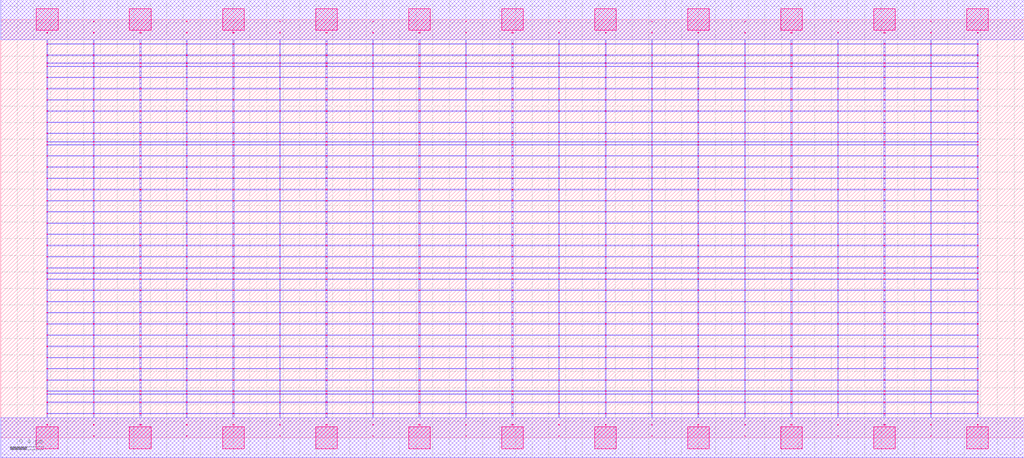
<source format=lef>
MACRO OAAOOAOAI212211_DEBUG
 CLASS CORE ;
 FOREIGN OAAOOAOAI212211_DEBUG 0 0 ;
 SIZE 12.32 BY 5.04 ;
 ORIGIN 0 0 ;
 SYMMETRY X Y R90 ;
 SITE unit ;

 OBS
    LAYER polycont ;
     RECT 6.15100000 2.58300000 6.16900000 2.59100000 ;
     RECT 6.15100000 2.71800000 6.16900000 2.72600000 ;
     RECT 6.15100000 2.85300000 6.16900000 2.86100000 ;
     RECT 6.15100000 2.98800000 6.16900000 2.99600000 ;
     RECT 8.39100000 2.58300000 8.40400000 2.59100000 ;
     RECT 8.95600000 2.58300000 8.96400000 2.59100000 ;
     RECT 9.51100000 2.58300000 9.52900000 2.59100000 ;
     RECT 10.07600000 2.58300000 10.08400000 2.59100000 ;
     RECT 10.63100000 2.58300000 10.64900000 2.59100000 ;
     RECT 11.19600000 2.58300000 11.20400000 2.59100000 ;
     RECT 11.75600000 2.58300000 11.76900000 2.59100000 ;
     RECT 6.71600000 2.58300000 6.72400000 2.59100000 ;
     RECT 6.71600000 2.71800000 6.72400000 2.72600000 ;
     RECT 7.27600000 2.71800000 7.28900000 2.72600000 ;
     RECT 7.83600000 2.71800000 7.84400000 2.72600000 ;
     RECT 8.39100000 2.71800000 8.40400000 2.72600000 ;
     RECT 8.95600000 2.71800000 8.96400000 2.72600000 ;
     RECT 9.51100000 2.71800000 9.52900000 2.72600000 ;
     RECT 10.07600000 2.71800000 10.08400000 2.72600000 ;
     RECT 10.63100000 2.71800000 10.64900000 2.72600000 ;
     RECT 11.19600000 2.71800000 11.20400000 2.72600000 ;
     RECT 11.75600000 2.71800000 11.76900000 2.72600000 ;
     RECT 7.27600000 2.58300000 7.28900000 2.59100000 ;
     RECT 6.71600000 2.85300000 6.72400000 2.86100000 ;
     RECT 7.27600000 2.85300000 7.28900000 2.86100000 ;
     RECT 7.83600000 2.85300000 7.84400000 2.86100000 ;
     RECT 8.39100000 2.85300000 8.40400000 2.86100000 ;
     RECT 8.95600000 2.85300000 8.96400000 2.86100000 ;
     RECT 9.51100000 2.85300000 9.52900000 2.86100000 ;
     RECT 10.07600000 2.85300000 10.08400000 2.86100000 ;
     RECT 10.63100000 2.85300000 10.64900000 2.86100000 ;
     RECT 11.19600000 2.85300000 11.20400000 2.86100000 ;
     RECT 11.75600000 2.85300000 11.76900000 2.86100000 ;
     RECT 7.83600000 2.58300000 7.84400000 2.59100000 ;
     RECT 6.71600000 2.98800000 6.72400000 2.99600000 ;
     RECT 7.27600000 2.98800000 7.28900000 2.99600000 ;
     RECT 7.83600000 2.98800000 7.84400000 2.99600000 ;
     RECT 8.39100000 2.98800000 8.40400000 2.99600000 ;
     RECT 8.95600000 2.98800000 8.96400000 2.99600000 ;
     RECT 9.51100000 2.98800000 9.52900000 2.99600000 ;
     RECT 10.07600000 2.98800000 10.08400000 2.99600000 ;
     RECT 10.63100000 2.98800000 10.64900000 2.99600000 ;
     RECT 11.19600000 2.98800000 11.20400000 2.99600000 ;
     RECT 11.75600000 2.98800000 11.76900000 2.99600000 ;
     RECT 7.83600000 3.12300000 7.84400000 3.13100000 ;
     RECT 7.83600000 3.25800000 7.84400000 3.26600000 ;
     RECT 7.83600000 3.39300000 7.84400000 3.40100000 ;
     RECT 7.83600000 3.52800000 7.84400000 3.53600000 ;
     RECT 7.83600000 3.56100000 7.84400000 3.56900000 ;
     RECT 7.83600000 3.66300000 7.84400000 3.67100000 ;
     RECT 7.83600000 3.79800000 7.84400000 3.80600000 ;
     RECT 7.83600000 3.93300000 7.84400000 3.94100000 ;
     RECT 7.83600000 4.06800000 7.84400000 4.07600000 ;
     RECT 7.83600000 4.20300000 7.84400000 4.21100000 ;
     RECT 7.83600000 4.33800000 7.84400000 4.34600000 ;
     RECT 7.83600000 4.47300000 7.84400000 4.48100000 ;
     RECT 7.83600000 4.51100000 7.84400000 4.51900000 ;
     RECT 7.83600000 4.60800000 7.84400000 4.61600000 ;
     RECT 7.83600000 4.74300000 7.84400000 4.75100000 ;
     RECT 7.83600000 4.87800000 7.84400000 4.88600000 ;
     RECT 5.59600000 2.71800000 5.60400000 2.72600000 ;
     RECT 1.11600000 2.58300000 1.12400000 2.59100000 ;
     RECT 1.67100000 2.58300000 1.68900000 2.59100000 ;
     RECT 0.55100000 2.98800000 0.56400000 2.99600000 ;
     RECT 1.11600000 2.98800000 1.12400000 2.99600000 ;
     RECT 1.67100000 2.98800000 1.68900000 2.99600000 ;
     RECT 2.23600000 2.98800000 2.24400000 2.99600000 ;
     RECT 2.79100000 2.98800000 2.80900000 2.99600000 ;
     RECT 3.35600000 2.98800000 3.36400000 2.99600000 ;
     RECT 3.91100000 2.98800000 3.92900000 2.99600000 ;
     RECT 4.47600000 2.98800000 4.48400000 2.99600000 ;
     RECT 5.03100000 2.98800000 5.04900000 2.99600000 ;
     RECT 5.59600000 2.98800000 5.60400000 2.99600000 ;
     RECT 2.23600000 2.58300000 2.24400000 2.59100000 ;
     RECT 2.79100000 2.58300000 2.80900000 2.59100000 ;
     RECT 3.35600000 2.58300000 3.36400000 2.59100000 ;
     RECT 3.91100000 2.58300000 3.92900000 2.59100000 ;
     RECT 4.47600000 2.58300000 4.48400000 2.59100000 ;
     RECT 5.03100000 2.58300000 5.04900000 2.59100000 ;
     RECT 5.59600000 2.58300000 5.60400000 2.59100000 ;
     RECT 0.55100000 2.58300000 0.56400000 2.59100000 ;
     RECT 0.55100000 2.71800000 0.56400000 2.72600000 ;
     RECT 0.55100000 2.85300000 0.56400000 2.86100000 ;
     RECT 1.11600000 2.85300000 1.12400000 2.86100000 ;
     RECT 1.67100000 2.85300000 1.68900000 2.86100000 ;
     RECT 2.23600000 2.85300000 2.24400000 2.86100000 ;
     RECT 2.79100000 2.85300000 2.80900000 2.86100000 ;
     RECT 3.35600000 2.85300000 3.36400000 2.86100000 ;
     RECT 3.91100000 2.85300000 3.92900000 2.86100000 ;
     RECT 4.47600000 2.85300000 4.48400000 2.86100000 ;
     RECT 5.03100000 2.85300000 5.04900000 2.86100000 ;
     RECT 5.59600000 2.85300000 5.60400000 2.86100000 ;
     RECT 1.11600000 2.71800000 1.12400000 2.72600000 ;
     RECT 1.67100000 2.71800000 1.68900000 2.72600000 ;
     RECT 2.23600000 2.71800000 2.24400000 2.72600000 ;
     RECT 2.79100000 2.71800000 2.80900000 2.72600000 ;
     RECT 3.35600000 2.71800000 3.36400000 2.72600000 ;
     RECT 3.91100000 2.71800000 3.92900000 2.72600000 ;
     RECT 4.47600000 2.71800000 4.48400000 2.72600000 ;
     RECT 5.03100000 2.71800000 5.04900000 2.72600000 ;
     RECT 3.35600000 0.15300000 3.36400000 0.16100000 ;
     RECT 3.35600000 0.28800000 3.36400000 0.29600000 ;
     RECT 3.35600000 0.42300000 3.36400000 0.43100000 ;
     RECT 3.35600000 0.52100000 3.36400000 0.52900000 ;
     RECT 3.35600000 0.55800000 3.36400000 0.56600000 ;
     RECT 3.35600000 0.69300000 3.36400000 0.70100000 ;
     RECT 3.35600000 0.82800000 3.36400000 0.83600000 ;
     RECT 3.35600000 0.96300000 3.36400000 0.97100000 ;
     RECT 3.35600000 1.09800000 3.36400000 1.10600000 ;
     RECT 3.35600000 1.23300000 3.36400000 1.24100000 ;
     RECT 3.35600000 1.36800000 3.36400000 1.37600000 ;
     RECT 3.35600000 1.50300000 3.36400000 1.51100000 ;
     RECT 3.35600000 1.63800000 3.36400000 1.64600000 ;
     RECT 3.35600000 1.77300000 3.36400000 1.78100000 ;
     RECT 3.35600000 1.90800000 3.36400000 1.91600000 ;
     RECT 3.35600000 1.98100000 3.36400000 1.98900000 ;
     RECT 3.35600000 2.04300000 3.36400000 2.05100000 ;
     RECT 3.35600000 2.17800000 3.36400000 2.18600000 ;
     RECT 3.35600000 2.31300000 3.36400000 2.32100000 ;
     RECT 3.35600000 2.44800000 3.36400000 2.45600000 ;

    LAYER pdiffc ;
     RECT 0.55100000 3.39300000 0.55900000 3.40100000 ;
     RECT 7.28100000 3.39300000 7.28900000 3.40100000 ;
     RECT 8.39100000 3.39300000 8.39900000 3.40100000 ;
     RECT 11.76100000 3.39300000 11.76900000 3.40100000 ;
     RECT 0.55100000 3.52800000 0.55900000 3.53600000 ;
     RECT 7.28100000 3.52800000 7.28900000 3.53600000 ;
     RECT 8.39100000 3.52800000 8.39900000 3.53600000 ;
     RECT 11.76100000 3.52800000 11.76900000 3.53600000 ;
     RECT 0.55100000 3.56100000 0.55900000 3.56900000 ;
     RECT 7.28100000 3.56100000 7.28900000 3.56900000 ;
     RECT 8.39100000 3.56100000 8.39900000 3.56900000 ;
     RECT 11.76100000 3.56100000 11.76900000 3.56900000 ;
     RECT 0.55100000 3.66300000 0.55900000 3.67100000 ;
     RECT 7.28100000 3.66300000 7.28900000 3.67100000 ;
     RECT 8.39100000 3.66300000 8.39900000 3.67100000 ;
     RECT 11.76100000 3.66300000 11.76900000 3.67100000 ;
     RECT 0.55100000 3.79800000 0.55900000 3.80600000 ;
     RECT 7.28100000 3.79800000 7.28900000 3.80600000 ;
     RECT 8.39100000 3.79800000 8.39900000 3.80600000 ;
     RECT 11.76100000 3.79800000 11.76900000 3.80600000 ;
     RECT 0.55100000 3.93300000 0.55900000 3.94100000 ;
     RECT 7.28100000 3.93300000 7.28900000 3.94100000 ;
     RECT 8.39100000 3.93300000 8.39900000 3.94100000 ;
     RECT 11.76100000 3.93300000 11.76900000 3.94100000 ;
     RECT 0.55100000 4.06800000 0.55900000 4.07600000 ;
     RECT 7.28100000 4.06800000 7.28900000 4.07600000 ;
     RECT 8.39100000 4.06800000 8.39900000 4.07600000 ;
     RECT 11.76100000 4.06800000 11.76900000 4.07600000 ;
     RECT 0.55100000 4.20300000 0.55900000 4.21100000 ;
     RECT 7.28100000 4.20300000 7.28900000 4.21100000 ;
     RECT 8.39100000 4.20300000 8.39900000 4.21100000 ;
     RECT 11.76100000 4.20300000 11.76900000 4.21100000 ;
     RECT 0.55100000 4.33800000 0.55900000 4.34600000 ;
     RECT 7.28100000 4.33800000 7.28900000 4.34600000 ;
     RECT 8.39100000 4.33800000 8.39900000 4.34600000 ;
     RECT 11.76100000 4.33800000 11.76900000 4.34600000 ;
     RECT 0.55100000 4.47300000 0.55900000 4.48100000 ;
     RECT 7.28100000 4.47300000 7.28900000 4.48100000 ;
     RECT 8.39100000 4.47300000 8.39900000 4.48100000 ;
     RECT 11.76100000 4.47300000 11.76900000 4.48100000 ;
     RECT 0.55100000 4.51100000 0.55900000 4.51900000 ;
     RECT 7.28100000 4.51100000 7.28900000 4.51900000 ;
     RECT 8.39100000 4.51100000 8.39900000 4.51900000 ;
     RECT 11.76100000 4.51100000 11.76900000 4.51900000 ;
     RECT 0.55100000 4.60800000 0.55900000 4.61600000 ;
     RECT 7.28100000 4.60800000 7.28900000 4.61600000 ;
     RECT 8.39100000 4.60800000 8.39900000 4.61600000 ;
     RECT 11.76100000 4.60800000 11.76900000 4.61600000 ;

    LAYER ndiffc ;
     RECT 6.15100000 0.42300000 6.16900000 0.43100000 ;
     RECT 6.15100000 0.52100000 6.16900000 0.52900000 ;
     RECT 6.15100000 0.55800000 6.16900000 0.56600000 ;
     RECT 6.15100000 0.69300000 6.16900000 0.70100000 ;
     RECT 6.15100000 0.82800000 6.16900000 0.83600000 ;
     RECT 6.15100000 0.96300000 6.16900000 0.97100000 ;
     RECT 6.15100000 1.09800000 6.16900000 1.10600000 ;
     RECT 6.15100000 1.23300000 6.16900000 1.24100000 ;
     RECT 6.15100000 1.36800000 6.16900000 1.37600000 ;
     RECT 6.15100000 1.50300000 6.16900000 1.51100000 ;
     RECT 6.15100000 1.63800000 6.16900000 1.64600000 ;
     RECT 6.15100000 1.77300000 6.16900000 1.78100000 ;
     RECT 6.15100000 1.90800000 6.16900000 1.91600000 ;
     RECT 6.15100000 1.98100000 6.16900000 1.98900000 ;
     RECT 6.15100000 2.04300000 6.16900000 2.05100000 ;
     RECT 9.51100000 0.55800000 9.52900000 0.56600000 ;
     RECT 10.63100000 0.55800000 10.64900000 0.56600000 ;
     RECT 11.75600000 0.55800000 11.76900000 0.56600000 ;
     RECT 9.51100000 0.42300000 9.52900000 0.43100000 ;
     RECT 7.27600000 0.69300000 7.28900000 0.70100000 ;
     RECT 8.39100000 0.69300000 8.40400000 0.70100000 ;
     RECT 9.51100000 0.69300000 9.52900000 0.70100000 ;
     RECT 10.63100000 0.69300000 10.64900000 0.70100000 ;
     RECT 11.75600000 0.69300000 11.76900000 0.70100000 ;
     RECT 10.63100000 0.42300000 10.64900000 0.43100000 ;
     RECT 7.27600000 0.82800000 7.28900000 0.83600000 ;
     RECT 8.39100000 0.82800000 8.40400000 0.83600000 ;
     RECT 9.51100000 0.82800000 9.52900000 0.83600000 ;
     RECT 10.63100000 0.82800000 10.64900000 0.83600000 ;
     RECT 11.75600000 0.82800000 11.76900000 0.83600000 ;
     RECT 11.75600000 0.42300000 11.76900000 0.43100000 ;
     RECT 7.27600000 0.96300000 7.28900000 0.97100000 ;
     RECT 8.39100000 0.96300000 8.40400000 0.97100000 ;
     RECT 9.51100000 0.96300000 9.52900000 0.97100000 ;
     RECT 10.63100000 0.96300000 10.64900000 0.97100000 ;
     RECT 11.75600000 0.96300000 11.76900000 0.97100000 ;
     RECT 7.27600000 0.42300000 7.28900000 0.43100000 ;
     RECT 7.27600000 1.09800000 7.28900000 1.10600000 ;
     RECT 8.39100000 1.09800000 8.40400000 1.10600000 ;
     RECT 9.51100000 1.09800000 9.52900000 1.10600000 ;
     RECT 10.63100000 1.09800000 10.64900000 1.10600000 ;
     RECT 11.75600000 1.09800000 11.76900000 1.10600000 ;
     RECT 7.27600000 0.52100000 7.28900000 0.52900000 ;
     RECT 7.27600000 1.23300000 7.28900000 1.24100000 ;
     RECT 8.39100000 1.23300000 8.40400000 1.24100000 ;
     RECT 9.51100000 1.23300000 9.52900000 1.24100000 ;
     RECT 10.63100000 1.23300000 10.64900000 1.24100000 ;
     RECT 11.75600000 1.23300000 11.76900000 1.24100000 ;
     RECT 8.39100000 0.52100000 8.40400000 0.52900000 ;
     RECT 7.27600000 1.36800000 7.28900000 1.37600000 ;
     RECT 8.39100000 1.36800000 8.40400000 1.37600000 ;
     RECT 9.51100000 1.36800000 9.52900000 1.37600000 ;
     RECT 10.63100000 1.36800000 10.64900000 1.37600000 ;
     RECT 11.75600000 1.36800000 11.76900000 1.37600000 ;
     RECT 9.51100000 0.52100000 9.52900000 0.52900000 ;
     RECT 7.27600000 1.50300000 7.28900000 1.51100000 ;
     RECT 8.39100000 1.50300000 8.40400000 1.51100000 ;
     RECT 9.51100000 1.50300000 9.52900000 1.51100000 ;
     RECT 10.63100000 1.50300000 10.64900000 1.51100000 ;
     RECT 11.75600000 1.50300000 11.76900000 1.51100000 ;
     RECT 10.63100000 0.52100000 10.64900000 0.52900000 ;
     RECT 7.27600000 1.63800000 7.28900000 1.64600000 ;
     RECT 8.39100000 1.63800000 8.40400000 1.64600000 ;
     RECT 9.51100000 1.63800000 9.52900000 1.64600000 ;
     RECT 10.63100000 1.63800000 10.64900000 1.64600000 ;
     RECT 11.75600000 1.63800000 11.76900000 1.64600000 ;
     RECT 11.75600000 0.52100000 11.76900000 0.52900000 ;
     RECT 7.27600000 1.77300000 7.28900000 1.78100000 ;
     RECT 8.39100000 1.77300000 8.40400000 1.78100000 ;
     RECT 9.51100000 1.77300000 9.52900000 1.78100000 ;
     RECT 10.63100000 1.77300000 10.64900000 1.78100000 ;
     RECT 11.75600000 1.77300000 11.76900000 1.78100000 ;
     RECT 8.39100000 0.42300000 8.40400000 0.43100000 ;
     RECT 7.27600000 1.90800000 7.28900000 1.91600000 ;
     RECT 8.39100000 1.90800000 8.40400000 1.91600000 ;
     RECT 9.51100000 1.90800000 9.52900000 1.91600000 ;
     RECT 10.63100000 1.90800000 10.64900000 1.91600000 ;
     RECT 11.75600000 1.90800000 11.76900000 1.91600000 ;
     RECT 7.27600000 0.55800000 7.28900000 0.56600000 ;
     RECT 7.27600000 1.98100000 7.28900000 1.98900000 ;
     RECT 8.39100000 1.98100000 8.40400000 1.98900000 ;
     RECT 9.51100000 1.98100000 9.52900000 1.98900000 ;
     RECT 10.63100000 1.98100000 10.64900000 1.98900000 ;
     RECT 11.75600000 1.98100000 11.76900000 1.98900000 ;
     RECT 8.39100000 0.55800000 8.40400000 0.56600000 ;
     RECT 7.27600000 2.04300000 7.28900000 2.05100000 ;
     RECT 8.39100000 2.04300000 8.40400000 2.05100000 ;
     RECT 9.51100000 2.04300000 9.52900000 2.05100000 ;
     RECT 10.63100000 2.04300000 10.64900000 2.05100000 ;
     RECT 11.75600000 2.04300000 11.76900000 2.05100000 ;
     RECT 2.79100000 1.36800000 2.80900000 1.37600000 ;
     RECT 3.91100000 1.36800000 3.92900000 1.37600000 ;
     RECT 5.03100000 1.36800000 5.04900000 1.37600000 ;
     RECT 5.03100000 0.82800000 5.04900000 0.83600000 ;
     RECT 2.79100000 0.55800000 2.80900000 0.56600000 ;
     RECT 3.91100000 0.55800000 3.92900000 0.56600000 ;
     RECT 5.03100000 0.55800000 5.04900000 0.56600000 ;
     RECT 1.67100000 0.52100000 1.68900000 0.52900000 ;
     RECT 2.79100000 0.52100000 2.80900000 0.52900000 ;
     RECT 0.55100000 1.50300000 0.56400000 1.51100000 ;
     RECT 1.67100000 1.50300000 1.68900000 1.51100000 ;
     RECT 2.79100000 1.50300000 2.80900000 1.51100000 ;
     RECT 3.91100000 1.50300000 3.92900000 1.51100000 ;
     RECT 5.03100000 1.50300000 5.04900000 1.51100000 ;
     RECT 3.91100000 0.52100000 3.92900000 0.52900000 ;
     RECT 0.55100000 0.96300000 0.56400000 0.97100000 ;
     RECT 1.67100000 0.96300000 1.68900000 0.97100000 ;
     RECT 2.79100000 0.96300000 2.80900000 0.97100000 ;
     RECT 3.91100000 0.96300000 3.92900000 0.97100000 ;
     RECT 5.03100000 0.96300000 5.04900000 0.97100000 ;
     RECT 0.55100000 1.63800000 0.56400000 1.64600000 ;
     RECT 1.67100000 1.63800000 1.68900000 1.64600000 ;
     RECT 2.79100000 1.63800000 2.80900000 1.64600000 ;
     RECT 3.91100000 1.63800000 3.92900000 1.64600000 ;
     RECT 5.03100000 1.63800000 5.04900000 1.64600000 ;
     RECT 5.03100000 0.52100000 5.04900000 0.52900000 ;
     RECT 1.67100000 0.42300000 1.68900000 0.43100000 ;
     RECT 2.79100000 0.42300000 2.80900000 0.43100000 ;
     RECT 0.55100000 0.69300000 0.56400000 0.70100000 ;
     RECT 1.67100000 0.69300000 1.68900000 0.70100000 ;
     RECT 2.79100000 0.69300000 2.80900000 0.70100000 ;
     RECT 0.55100000 1.77300000 0.56400000 1.78100000 ;
     RECT 1.67100000 1.77300000 1.68900000 1.78100000 ;
     RECT 2.79100000 1.77300000 2.80900000 1.78100000 ;
     RECT 3.91100000 1.77300000 3.92900000 1.78100000 ;
     RECT 5.03100000 1.77300000 5.04900000 1.78100000 ;
     RECT 0.55100000 1.09800000 0.56400000 1.10600000 ;
     RECT 1.67100000 1.09800000 1.68900000 1.10600000 ;
     RECT 2.79100000 1.09800000 2.80900000 1.10600000 ;
     RECT 3.91100000 1.09800000 3.92900000 1.10600000 ;
     RECT 5.03100000 1.09800000 5.04900000 1.10600000 ;
     RECT 3.91100000 0.69300000 3.92900000 0.70100000 ;
     RECT 0.55100000 1.90800000 0.56400000 1.91600000 ;
     RECT 1.67100000 1.90800000 1.68900000 1.91600000 ;
     RECT 2.79100000 1.90800000 2.80900000 1.91600000 ;
     RECT 3.91100000 1.90800000 3.92900000 1.91600000 ;
     RECT 5.03100000 1.90800000 5.04900000 1.91600000 ;
     RECT 5.03100000 0.69300000 5.04900000 0.70100000 ;
     RECT 3.91100000 0.42300000 3.92900000 0.43100000 ;
     RECT 5.03100000 0.42300000 5.04900000 0.43100000 ;
     RECT 0.55100000 0.42300000 0.56400000 0.43100000 ;
     RECT 0.55100000 0.52100000 0.56400000 0.52900000 ;
     RECT 0.55100000 1.23300000 0.56400000 1.24100000 ;
     RECT 0.55100000 1.98100000 0.56400000 1.98900000 ;
     RECT 1.67100000 1.98100000 1.68900000 1.98900000 ;
     RECT 2.79100000 1.98100000 2.80900000 1.98900000 ;
     RECT 3.91100000 1.98100000 3.92900000 1.98900000 ;
     RECT 5.03100000 1.98100000 5.04900000 1.98900000 ;
     RECT 1.67100000 1.23300000 1.68900000 1.24100000 ;
     RECT 2.79100000 1.23300000 2.80900000 1.24100000 ;
     RECT 3.91100000 1.23300000 3.92900000 1.24100000 ;
     RECT 5.03100000 1.23300000 5.04900000 1.24100000 ;
     RECT 0.55100000 0.55800000 0.56400000 0.56600000 ;
     RECT 1.67100000 0.55800000 1.68900000 0.56600000 ;
     RECT 0.55100000 2.04300000 0.56400000 2.05100000 ;
     RECT 1.67100000 2.04300000 1.68900000 2.05100000 ;
     RECT 2.79100000 2.04300000 2.80900000 2.05100000 ;
     RECT 3.91100000 2.04300000 3.92900000 2.05100000 ;
     RECT 5.03100000 2.04300000 5.04900000 2.05100000 ;
     RECT 0.55100000 0.82800000 0.56400000 0.83600000 ;
     RECT 1.67100000 0.82800000 1.68900000 0.83600000 ;
     RECT 2.79100000 0.82800000 2.80900000 0.83600000 ;
     RECT 3.91100000 0.82800000 3.92900000 0.83600000 ;
     RECT 0.55100000 1.36800000 0.56400000 1.37600000 ;
     RECT 1.67100000 1.36800000 1.68900000 1.37600000 ;

    LAYER met1 ;
     RECT 0.00000000 -0.24000000 12.32000000 0.24000000 ;
     RECT 6.15100000 0.24000000 6.16900000 0.28800000 ;
     RECT 0.55100000 0.28800000 11.76900000 0.29600000 ;
     RECT 6.15100000 0.29600000 6.16900000 0.42300000 ;
     RECT 0.55100000 0.42300000 11.76900000 0.43100000 ;
     RECT 6.15100000 0.43100000 6.16900000 0.52100000 ;
     RECT 0.55100000 0.52100000 11.76900000 0.52900000 ;
     RECT 6.15100000 0.52900000 6.16900000 0.55800000 ;
     RECT 0.55100000 0.55800000 11.76900000 0.56600000 ;
     RECT 6.15100000 0.56600000 6.16900000 0.69300000 ;
     RECT 0.55100000 0.69300000 11.76900000 0.70100000 ;
     RECT 6.15100000 0.70100000 6.16900000 0.82800000 ;
     RECT 0.55100000 0.82800000 11.76900000 0.83600000 ;
     RECT 6.15100000 0.83600000 6.16900000 0.96300000 ;
     RECT 0.55100000 0.96300000 11.76900000 0.97100000 ;
     RECT 6.15100000 0.97100000 6.16900000 1.09800000 ;
     RECT 0.55100000 1.09800000 11.76900000 1.10600000 ;
     RECT 6.15100000 1.10600000 6.16900000 1.23300000 ;
     RECT 0.55100000 1.23300000 11.76900000 1.24100000 ;
     RECT 6.15100000 1.24100000 6.16900000 1.36800000 ;
     RECT 0.55100000 1.36800000 11.76900000 1.37600000 ;
     RECT 6.15100000 1.37600000 6.16900000 1.50300000 ;
     RECT 0.55100000 1.50300000 11.76900000 1.51100000 ;
     RECT 6.15100000 1.51100000 6.16900000 1.63800000 ;
     RECT 0.55100000 1.63800000 11.76900000 1.64600000 ;
     RECT 6.15100000 1.64600000 6.16900000 1.77300000 ;
     RECT 0.55100000 1.77300000 11.76900000 1.78100000 ;
     RECT 6.15100000 1.78100000 6.16900000 1.90800000 ;
     RECT 0.55100000 1.90800000 11.76900000 1.91600000 ;
     RECT 6.15100000 1.91600000 6.16900000 1.98100000 ;
     RECT 0.55100000 1.98100000 11.76900000 1.98900000 ;
     RECT 6.15100000 1.98900000 6.16900000 2.04300000 ;
     RECT 0.55100000 2.04300000 11.76900000 2.05100000 ;
     RECT 6.15100000 2.05100000 6.16900000 2.17800000 ;
     RECT 0.55100000 2.17800000 11.76900000 2.18600000 ;
     RECT 6.15100000 2.18600000 6.16900000 2.31300000 ;
     RECT 0.55100000 2.31300000 11.76900000 2.32100000 ;
     RECT 6.15100000 2.32100000 6.16900000 2.44800000 ;
     RECT 0.55100000 2.44800000 11.76900000 2.45600000 ;
     RECT 0.55100000 2.45600000 0.56400000 2.58300000 ;
     RECT 1.11600000 2.45600000 1.12400000 2.58300000 ;
     RECT 1.67100000 2.45600000 1.68900000 2.58300000 ;
     RECT 2.23600000 2.45600000 2.24400000 2.58300000 ;
     RECT 2.79100000 2.45600000 2.80900000 2.58300000 ;
     RECT 3.35600000 2.45600000 3.36400000 2.58300000 ;
     RECT 3.91100000 2.45600000 3.92900000 2.58300000 ;
     RECT 4.47600000 2.45600000 4.48400000 2.58300000 ;
     RECT 5.03100000 2.45600000 5.04900000 2.58300000 ;
     RECT 5.59600000 2.45600000 5.60400000 2.58300000 ;
     RECT 6.15100000 2.45600000 6.16900000 2.58300000 ;
     RECT 6.71600000 2.45600000 6.72400000 2.58300000 ;
     RECT 7.27600000 2.45600000 7.28900000 2.58300000 ;
     RECT 7.83600000 2.45600000 7.84400000 2.58300000 ;
     RECT 8.39100000 2.45600000 8.40400000 2.58300000 ;
     RECT 8.95600000 2.45600000 8.96400000 2.58300000 ;
     RECT 9.51100000 2.45600000 9.52900000 2.58300000 ;
     RECT 10.07600000 2.45600000 10.08400000 2.58300000 ;
     RECT 10.63100000 2.45600000 10.64900000 2.58300000 ;
     RECT 11.19600000 2.45600000 11.20400000 2.58300000 ;
     RECT 11.75600000 2.45600000 11.76900000 2.58300000 ;
     RECT 0.55100000 2.58300000 11.76900000 2.59100000 ;
     RECT 6.15100000 2.59100000 6.16900000 2.71800000 ;
     RECT 0.55100000 2.71800000 11.76900000 2.72600000 ;
     RECT 6.15100000 2.72600000 6.16900000 2.85300000 ;
     RECT 0.55100000 2.85300000 11.76900000 2.86100000 ;
     RECT 6.15100000 2.86100000 6.16900000 2.98800000 ;
     RECT 0.55100000 2.98800000 11.76900000 2.99600000 ;
     RECT 6.15100000 2.99600000 6.16900000 3.12300000 ;
     RECT 0.55100000 3.12300000 11.76900000 3.13100000 ;
     RECT 6.15100000 3.13100000 6.16900000 3.25800000 ;
     RECT 0.55100000 3.25800000 11.76900000 3.26600000 ;
     RECT 6.15100000 3.26600000 6.16900000 3.39300000 ;
     RECT 0.55100000 3.39300000 11.76900000 3.40100000 ;
     RECT 6.15100000 3.40100000 6.16900000 3.52800000 ;
     RECT 0.55100000 3.52800000 11.76900000 3.53600000 ;
     RECT 6.15100000 3.53600000 6.16900000 3.56100000 ;
     RECT 0.55100000 3.56100000 11.76900000 3.56900000 ;
     RECT 6.15100000 3.56900000 6.16900000 3.66300000 ;
     RECT 0.55100000 3.66300000 11.76900000 3.67100000 ;
     RECT 6.15100000 3.67100000 6.16900000 3.79800000 ;
     RECT 0.55100000 3.79800000 11.76900000 3.80600000 ;
     RECT 6.15100000 3.80600000 6.16900000 3.93300000 ;
     RECT 0.55100000 3.93300000 11.76900000 3.94100000 ;
     RECT 6.15100000 3.94100000 6.16900000 4.06800000 ;
     RECT 0.55100000 4.06800000 11.76900000 4.07600000 ;
     RECT 6.15100000 4.07600000 6.16900000 4.20300000 ;
     RECT 0.55100000 4.20300000 11.76900000 4.21100000 ;
     RECT 6.15100000 4.21100000 6.16900000 4.33800000 ;
     RECT 0.55100000 4.33800000 11.76900000 4.34600000 ;
     RECT 6.15100000 4.34600000 6.16900000 4.47300000 ;
     RECT 0.55100000 4.47300000 11.76900000 4.48100000 ;
     RECT 6.15100000 4.48100000 6.16900000 4.51100000 ;
     RECT 0.55100000 4.51100000 11.76900000 4.51900000 ;
     RECT 6.15100000 4.51900000 6.16900000 4.60800000 ;
     RECT 0.55100000 4.60800000 11.76900000 4.61600000 ;
     RECT 6.15100000 4.61600000 6.16900000 4.74300000 ;
     RECT 0.55100000 4.74300000 11.76900000 4.75100000 ;
     RECT 6.15100000 4.75100000 6.16900000 4.80000000 ;
     RECT 0.00000000 4.80000000 12.32000000 5.28000000 ;
     RECT 6.71600000 3.80600000 6.72400000 3.93300000 ;
     RECT 7.27600000 3.80600000 7.28900000 3.93300000 ;
     RECT 7.83600000 3.80600000 7.84400000 3.93300000 ;
     RECT 8.39100000 3.80600000 8.40400000 3.93300000 ;
     RECT 8.95600000 3.80600000 8.96400000 3.93300000 ;
     RECT 9.51100000 3.80600000 9.52900000 3.93300000 ;
     RECT 10.07600000 3.80600000 10.08400000 3.93300000 ;
     RECT 10.63100000 3.80600000 10.64900000 3.93300000 ;
     RECT 11.19600000 3.80600000 11.20400000 3.93300000 ;
     RECT 11.75600000 3.80600000 11.76900000 3.93300000 ;
     RECT 9.51100000 3.94100000 9.52900000 4.06800000 ;
     RECT 10.07600000 3.94100000 10.08400000 4.06800000 ;
     RECT 10.63100000 3.94100000 10.64900000 4.06800000 ;
     RECT 11.19600000 3.94100000 11.20400000 4.06800000 ;
     RECT 11.75600000 3.94100000 11.76900000 4.06800000 ;
     RECT 9.51100000 4.07600000 9.52900000 4.20300000 ;
     RECT 10.07600000 4.07600000 10.08400000 4.20300000 ;
     RECT 10.63100000 4.07600000 10.64900000 4.20300000 ;
     RECT 11.19600000 4.07600000 11.20400000 4.20300000 ;
     RECT 11.75600000 4.07600000 11.76900000 4.20300000 ;
     RECT 9.51100000 4.21100000 9.52900000 4.33800000 ;
     RECT 10.07600000 4.21100000 10.08400000 4.33800000 ;
     RECT 10.63100000 4.21100000 10.64900000 4.33800000 ;
     RECT 11.19600000 4.21100000 11.20400000 4.33800000 ;
     RECT 11.75600000 4.21100000 11.76900000 4.33800000 ;
     RECT 9.51100000 4.34600000 9.52900000 4.47300000 ;
     RECT 10.07600000 4.34600000 10.08400000 4.47300000 ;
     RECT 10.63100000 4.34600000 10.64900000 4.47300000 ;
     RECT 11.19600000 4.34600000 11.20400000 4.47300000 ;
     RECT 11.75600000 4.34600000 11.76900000 4.47300000 ;
     RECT 9.51100000 4.48100000 9.52900000 4.51100000 ;
     RECT 10.07600000 4.48100000 10.08400000 4.51100000 ;
     RECT 10.63100000 4.48100000 10.64900000 4.51100000 ;
     RECT 11.19600000 4.48100000 11.20400000 4.51100000 ;
     RECT 11.75600000 4.48100000 11.76900000 4.51100000 ;
     RECT 9.51100000 4.51900000 9.52900000 4.60800000 ;
     RECT 10.07600000 4.51900000 10.08400000 4.60800000 ;
     RECT 10.63100000 4.51900000 10.64900000 4.60800000 ;
     RECT 11.19600000 4.51900000 11.20400000 4.60800000 ;
     RECT 11.75600000 4.51900000 11.76900000 4.60800000 ;
     RECT 9.51100000 4.61600000 9.52900000 4.74300000 ;
     RECT 10.07600000 4.61600000 10.08400000 4.74300000 ;
     RECT 10.63100000 4.61600000 10.64900000 4.74300000 ;
     RECT 11.19600000 4.61600000 11.20400000 4.74300000 ;
     RECT 11.75600000 4.61600000 11.76900000 4.74300000 ;
     RECT 9.51100000 4.75100000 9.52900000 4.80000000 ;
     RECT 10.07600000 4.75100000 10.08400000 4.80000000 ;
     RECT 10.63100000 4.75100000 10.64900000 4.80000000 ;
     RECT 11.19600000 4.75100000 11.20400000 4.80000000 ;
     RECT 11.75600000 4.75100000 11.76900000 4.80000000 ;
     RECT 6.71600000 4.48100000 6.72400000 4.51100000 ;
     RECT 7.27600000 4.48100000 7.28900000 4.51100000 ;
     RECT 7.83600000 4.48100000 7.84400000 4.51100000 ;
     RECT 8.39100000 4.48100000 8.40400000 4.51100000 ;
     RECT 8.95600000 4.48100000 8.96400000 4.51100000 ;
     RECT 6.71600000 4.21100000 6.72400000 4.33800000 ;
     RECT 7.27600000 4.21100000 7.28900000 4.33800000 ;
     RECT 7.83600000 4.21100000 7.84400000 4.33800000 ;
     RECT 8.39100000 4.21100000 8.40400000 4.33800000 ;
     RECT 8.95600000 4.21100000 8.96400000 4.33800000 ;
     RECT 6.71600000 4.51900000 6.72400000 4.60800000 ;
     RECT 7.27600000 4.51900000 7.28900000 4.60800000 ;
     RECT 7.83600000 4.51900000 7.84400000 4.60800000 ;
     RECT 8.39100000 4.51900000 8.40400000 4.60800000 ;
     RECT 8.95600000 4.51900000 8.96400000 4.60800000 ;
     RECT 6.71600000 4.07600000 6.72400000 4.20300000 ;
     RECT 7.27600000 4.07600000 7.28900000 4.20300000 ;
     RECT 7.83600000 4.07600000 7.84400000 4.20300000 ;
     RECT 8.39100000 4.07600000 8.40400000 4.20300000 ;
     RECT 8.95600000 4.07600000 8.96400000 4.20300000 ;
     RECT 6.71600000 4.61600000 6.72400000 4.74300000 ;
     RECT 7.27600000 4.61600000 7.28900000 4.74300000 ;
     RECT 7.83600000 4.61600000 7.84400000 4.74300000 ;
     RECT 8.39100000 4.61600000 8.40400000 4.74300000 ;
     RECT 8.95600000 4.61600000 8.96400000 4.74300000 ;
     RECT 6.71600000 4.34600000 6.72400000 4.47300000 ;
     RECT 7.27600000 4.34600000 7.28900000 4.47300000 ;
     RECT 7.83600000 4.34600000 7.84400000 4.47300000 ;
     RECT 8.39100000 4.34600000 8.40400000 4.47300000 ;
     RECT 8.95600000 4.34600000 8.96400000 4.47300000 ;
     RECT 6.71600000 4.75100000 6.72400000 4.80000000 ;
     RECT 7.27600000 4.75100000 7.28900000 4.80000000 ;
     RECT 7.83600000 4.75100000 7.84400000 4.80000000 ;
     RECT 8.39100000 4.75100000 8.40400000 4.80000000 ;
     RECT 8.95600000 4.75100000 8.96400000 4.80000000 ;
     RECT 6.71600000 3.94100000 6.72400000 4.06800000 ;
     RECT 7.27600000 3.94100000 7.28900000 4.06800000 ;
     RECT 7.83600000 3.94100000 7.84400000 4.06800000 ;
     RECT 8.39100000 3.94100000 8.40400000 4.06800000 ;
     RECT 8.95600000 3.94100000 8.96400000 4.06800000 ;
     RECT 8.39100000 2.99600000 8.40400000 3.12300000 ;
     RECT 8.95600000 2.99600000 8.96400000 3.12300000 ;
     RECT 6.71600000 3.13100000 6.72400000 3.25800000 ;
     RECT 7.27600000 3.13100000 7.28900000 3.25800000 ;
     RECT 7.83600000 3.13100000 7.84400000 3.25800000 ;
     RECT 8.39100000 3.13100000 8.40400000 3.25800000 ;
     RECT 8.95600000 3.13100000 8.96400000 3.25800000 ;
     RECT 8.95600000 2.86100000 8.96400000 2.98800000 ;
     RECT 6.71600000 3.26600000 6.72400000 3.39300000 ;
     RECT 7.27600000 3.26600000 7.28900000 3.39300000 ;
     RECT 7.83600000 3.26600000 7.84400000 3.39300000 ;
     RECT 8.39100000 3.26600000 8.40400000 3.39300000 ;
     RECT 8.95600000 3.26600000 8.96400000 3.39300000 ;
     RECT 6.71600000 2.59100000 6.72400000 2.71800000 ;
     RECT 7.27600000 2.59100000 7.28900000 2.71800000 ;
     RECT 6.71600000 3.40100000 6.72400000 3.52800000 ;
     RECT 7.27600000 3.40100000 7.28900000 3.52800000 ;
     RECT 7.83600000 3.40100000 7.84400000 3.52800000 ;
     RECT 8.39100000 3.40100000 8.40400000 3.52800000 ;
     RECT 7.83600000 2.59100000 7.84400000 2.71800000 ;
     RECT 8.39100000 2.59100000 8.40400000 2.71800000 ;
     RECT 8.95600000 3.40100000 8.96400000 3.52800000 ;
     RECT 6.71600000 2.72600000 6.72400000 2.85300000 ;
     RECT 7.27600000 2.72600000 7.28900000 2.85300000 ;
     RECT 6.71600000 3.53600000 6.72400000 3.56100000 ;
     RECT 7.27600000 3.53600000 7.28900000 3.56100000 ;
     RECT 7.83600000 3.53600000 7.84400000 3.56100000 ;
     RECT 8.39100000 3.53600000 8.40400000 3.56100000 ;
     RECT 8.95600000 3.53600000 8.96400000 3.56100000 ;
     RECT 7.83600000 2.72600000 7.84400000 2.85300000 ;
     RECT 8.39100000 2.72600000 8.40400000 2.85300000 ;
     RECT 6.71600000 2.86100000 6.72400000 2.98800000 ;
     RECT 7.27600000 2.86100000 7.28900000 2.98800000 ;
     RECT 6.71600000 3.56900000 6.72400000 3.66300000 ;
     RECT 7.27600000 3.56900000 7.28900000 3.66300000 ;
     RECT 7.83600000 3.56900000 7.84400000 3.66300000 ;
     RECT 8.39100000 3.56900000 8.40400000 3.66300000 ;
     RECT 8.95600000 3.56900000 8.96400000 3.66300000 ;
     RECT 8.95600000 2.59100000 8.96400000 2.71800000 ;
     RECT 8.95600000 2.72600000 8.96400000 2.85300000 ;
     RECT 6.71600000 3.67100000 6.72400000 3.79800000 ;
     RECT 7.27600000 3.67100000 7.28900000 3.79800000 ;
     RECT 7.83600000 3.67100000 7.84400000 3.79800000 ;
     RECT 8.39100000 3.67100000 8.40400000 3.79800000 ;
     RECT 7.83600000 2.86100000 7.84400000 2.98800000 ;
     RECT 8.39100000 2.86100000 8.40400000 2.98800000 ;
     RECT 8.95600000 3.67100000 8.96400000 3.79800000 ;
     RECT 7.27600000 2.99600000 7.28900000 3.12300000 ;
     RECT 7.83600000 2.99600000 7.84400000 3.12300000 ;
     RECT 6.71600000 2.99600000 6.72400000 3.12300000 ;
     RECT 9.51100000 3.53600000 9.52900000 3.56100000 ;
     RECT 10.07600000 3.53600000 10.08400000 3.56100000 ;
     RECT 9.51100000 2.86100000 9.52900000 2.98800000 ;
     RECT 10.63100000 3.53600000 10.64900000 3.56100000 ;
     RECT 11.19600000 3.53600000 11.20400000 3.56100000 ;
     RECT 11.75600000 3.53600000 11.76900000 3.56100000 ;
     RECT 9.51100000 3.26600000 9.52900000 3.39300000 ;
     RECT 10.07600000 3.26600000 10.08400000 3.39300000 ;
     RECT 10.63100000 3.26600000 10.64900000 3.39300000 ;
     RECT 11.19600000 3.26600000 11.20400000 3.39300000 ;
     RECT 11.75600000 3.26600000 11.76900000 3.39300000 ;
     RECT 11.19600000 2.99600000 11.20400000 3.12300000 ;
     RECT 11.75600000 2.99600000 11.76900000 3.12300000 ;
     RECT 10.07600000 2.86100000 10.08400000 2.98800000 ;
     RECT 10.63100000 2.86100000 10.64900000 2.98800000 ;
     RECT 9.51100000 3.56900000 9.52900000 3.66300000 ;
     RECT 10.07600000 3.56900000 10.08400000 3.66300000 ;
     RECT 10.63100000 3.56900000 10.64900000 3.66300000 ;
     RECT 11.19600000 3.56900000 11.20400000 3.66300000 ;
     RECT 11.75600000 3.56900000 11.76900000 3.66300000 ;
     RECT 9.51100000 3.13100000 9.52900000 3.25800000 ;
     RECT 9.51100000 2.72600000 9.52900000 2.85300000 ;
     RECT 10.07600000 3.13100000 10.08400000 3.25800000 ;
     RECT 10.63100000 3.13100000 10.64900000 3.25800000 ;
     RECT 11.19600000 3.13100000 11.20400000 3.25800000 ;
     RECT 11.19600000 2.86100000 11.20400000 2.98800000 ;
     RECT 11.75600000 2.86100000 11.76900000 2.98800000 ;
     RECT 11.75600000 3.13100000 11.76900000 3.25800000 ;
     RECT 9.51100000 3.40100000 9.52900000 3.52800000 ;
     RECT 9.51100000 3.67100000 9.52900000 3.79800000 ;
     RECT 10.07600000 3.67100000 10.08400000 3.79800000 ;
     RECT 10.63100000 3.67100000 10.64900000 3.79800000 ;
     RECT 11.19600000 3.67100000 11.20400000 3.79800000 ;
     RECT 11.75600000 3.67100000 11.76900000 3.79800000 ;
     RECT 10.07600000 2.72600000 10.08400000 2.85300000 ;
     RECT 10.63100000 2.72600000 10.64900000 2.85300000 ;
     RECT 10.07600000 3.40100000 10.08400000 3.52800000 ;
     RECT 10.63100000 3.40100000 10.64900000 3.52800000 ;
     RECT 9.51100000 2.59100000 9.52900000 2.71800000 ;
     RECT 11.19600000 3.40100000 11.20400000 3.52800000 ;
     RECT 11.75600000 3.40100000 11.76900000 3.52800000 ;
     RECT 11.19600000 2.59100000 11.20400000 2.71800000 ;
     RECT 11.75600000 2.59100000 11.76900000 2.71800000 ;
     RECT 10.07600000 2.59100000 10.08400000 2.71800000 ;
     RECT 10.63100000 2.59100000 10.64900000 2.71800000 ;
     RECT 9.51100000 2.99600000 9.52900000 3.12300000 ;
     RECT 10.07600000 2.99600000 10.08400000 3.12300000 ;
     RECT 11.19600000 2.72600000 11.20400000 2.85300000 ;
     RECT 11.75600000 2.72600000 11.76900000 2.85300000 ;
     RECT 10.63100000 2.99600000 10.64900000 3.12300000 ;
     RECT 5.03100000 3.80600000 5.04900000 3.93300000 ;
     RECT 5.59600000 3.80600000 5.60400000 3.93300000 ;
     RECT 0.55100000 3.80600000 0.56400000 3.93300000 ;
     RECT 1.11600000 3.80600000 1.12400000 3.93300000 ;
     RECT 1.67100000 3.80600000 1.68900000 3.93300000 ;
     RECT 2.23600000 3.80600000 2.24400000 3.93300000 ;
     RECT 2.79100000 3.80600000 2.80900000 3.93300000 ;
     RECT 3.35600000 3.80600000 3.36400000 3.93300000 ;
     RECT 3.91100000 3.80600000 3.92900000 3.93300000 ;
     RECT 4.47600000 3.80600000 4.48400000 3.93300000 ;
     RECT 5.03100000 4.07600000 5.04900000 4.20300000 ;
     RECT 5.59600000 4.07600000 5.60400000 4.20300000 ;
     RECT 3.35600000 4.21100000 3.36400000 4.33800000 ;
     RECT 3.91100000 4.21100000 3.92900000 4.33800000 ;
     RECT 4.47600000 4.21100000 4.48400000 4.33800000 ;
     RECT 5.03100000 4.21100000 5.04900000 4.33800000 ;
     RECT 5.59600000 4.21100000 5.60400000 4.33800000 ;
     RECT 3.35600000 4.34600000 3.36400000 4.47300000 ;
     RECT 3.91100000 4.34600000 3.92900000 4.47300000 ;
     RECT 4.47600000 4.34600000 4.48400000 4.47300000 ;
     RECT 5.03100000 4.34600000 5.04900000 4.47300000 ;
     RECT 5.59600000 4.34600000 5.60400000 4.47300000 ;
     RECT 3.35600000 4.48100000 3.36400000 4.51100000 ;
     RECT 3.91100000 4.48100000 3.92900000 4.51100000 ;
     RECT 4.47600000 4.48100000 4.48400000 4.51100000 ;
     RECT 5.03100000 4.48100000 5.04900000 4.51100000 ;
     RECT 5.59600000 4.48100000 5.60400000 4.51100000 ;
     RECT 3.35600000 4.51900000 3.36400000 4.60800000 ;
     RECT 3.91100000 4.51900000 3.92900000 4.60800000 ;
     RECT 4.47600000 4.51900000 4.48400000 4.60800000 ;
     RECT 5.03100000 4.51900000 5.04900000 4.60800000 ;
     RECT 5.59600000 4.51900000 5.60400000 4.60800000 ;
     RECT 3.35600000 4.61600000 3.36400000 4.74300000 ;
     RECT 3.91100000 4.61600000 3.92900000 4.74300000 ;
     RECT 4.47600000 4.61600000 4.48400000 4.74300000 ;
     RECT 5.03100000 4.61600000 5.04900000 4.74300000 ;
     RECT 5.59600000 4.61600000 5.60400000 4.74300000 ;
     RECT 3.35600000 4.75100000 3.36400000 4.80000000 ;
     RECT 3.91100000 4.75100000 3.92900000 4.80000000 ;
     RECT 4.47600000 4.75100000 4.48400000 4.80000000 ;
     RECT 5.03100000 4.75100000 5.04900000 4.80000000 ;
     RECT 5.59600000 4.75100000 5.60400000 4.80000000 ;
     RECT 3.35600000 3.94100000 3.36400000 4.06800000 ;
     RECT 3.91100000 3.94100000 3.92900000 4.06800000 ;
     RECT 4.47600000 3.94100000 4.48400000 4.06800000 ;
     RECT 5.03100000 3.94100000 5.04900000 4.06800000 ;
     RECT 5.59600000 3.94100000 5.60400000 4.06800000 ;
     RECT 3.35600000 4.07600000 3.36400000 4.20300000 ;
     RECT 3.91100000 4.07600000 3.92900000 4.20300000 ;
     RECT 4.47600000 4.07600000 4.48400000 4.20300000 ;
     RECT 2.23600000 4.21100000 2.24400000 4.33800000 ;
     RECT 2.79100000 4.21100000 2.80900000 4.33800000 ;
     RECT 0.55100000 4.51900000 0.56400000 4.60800000 ;
     RECT 1.11600000 4.51900000 1.12400000 4.60800000 ;
     RECT 1.67100000 4.51900000 1.68900000 4.60800000 ;
     RECT 2.23600000 4.51900000 2.24400000 4.60800000 ;
     RECT 2.79100000 4.51900000 2.80900000 4.60800000 ;
     RECT 0.55100000 4.07600000 0.56400000 4.20300000 ;
     RECT 1.11600000 4.07600000 1.12400000 4.20300000 ;
     RECT 1.67100000 4.07600000 1.68900000 4.20300000 ;
     RECT 2.23600000 4.07600000 2.24400000 4.20300000 ;
     RECT 2.79100000 4.07600000 2.80900000 4.20300000 ;
     RECT 0.55100000 4.61600000 0.56400000 4.74300000 ;
     RECT 1.11600000 4.61600000 1.12400000 4.74300000 ;
     RECT 1.67100000 4.61600000 1.68900000 4.74300000 ;
     RECT 2.23600000 4.61600000 2.24400000 4.74300000 ;
     RECT 2.79100000 4.61600000 2.80900000 4.74300000 ;
     RECT 0.55100000 4.34600000 0.56400000 4.47300000 ;
     RECT 1.11600000 4.34600000 1.12400000 4.47300000 ;
     RECT 1.67100000 4.34600000 1.68900000 4.47300000 ;
     RECT 2.23600000 4.34600000 2.24400000 4.47300000 ;
     RECT 2.79100000 4.34600000 2.80900000 4.47300000 ;
     RECT 0.55100000 4.75100000 0.56400000 4.80000000 ;
     RECT 1.11600000 4.75100000 1.12400000 4.80000000 ;
     RECT 1.67100000 4.75100000 1.68900000 4.80000000 ;
     RECT 2.23600000 4.75100000 2.24400000 4.80000000 ;
     RECT 2.79100000 4.75100000 2.80900000 4.80000000 ;
     RECT 0.55100000 3.94100000 0.56400000 4.06800000 ;
     RECT 1.11600000 3.94100000 1.12400000 4.06800000 ;
     RECT 1.67100000 3.94100000 1.68900000 4.06800000 ;
     RECT 2.23600000 3.94100000 2.24400000 4.06800000 ;
     RECT 2.79100000 3.94100000 2.80900000 4.06800000 ;
     RECT 0.55100000 4.48100000 0.56400000 4.51100000 ;
     RECT 1.11600000 4.48100000 1.12400000 4.51100000 ;
     RECT 1.67100000 4.48100000 1.68900000 4.51100000 ;
     RECT 2.23600000 4.48100000 2.24400000 4.51100000 ;
     RECT 2.79100000 4.48100000 2.80900000 4.51100000 ;
     RECT 0.55100000 4.21100000 0.56400000 4.33800000 ;
     RECT 1.11600000 4.21100000 1.12400000 4.33800000 ;
     RECT 1.67100000 4.21100000 1.68900000 4.33800000 ;
     RECT 2.79100000 3.53600000 2.80900000 3.56100000 ;
     RECT 0.55100000 2.86100000 0.56400000 2.98800000 ;
     RECT 1.11600000 2.86100000 1.12400000 2.98800000 ;
     RECT 1.67100000 2.86100000 1.68900000 2.98800000 ;
     RECT 2.23600000 2.86100000 2.24400000 2.98800000 ;
     RECT 2.23600000 2.59100000 2.24400000 2.71800000 ;
     RECT 0.55100000 3.40100000 0.56400000 3.52800000 ;
     RECT 1.11600000 3.40100000 1.12400000 3.52800000 ;
     RECT 0.55100000 2.59100000 0.56400000 2.71800000 ;
     RECT 1.67100000 2.72600000 1.68900000 2.85300000 ;
     RECT 2.23600000 2.72600000 2.24400000 2.85300000 ;
     RECT 2.79100000 2.72600000 2.80900000 2.85300000 ;
     RECT 0.55100000 3.67100000 0.56400000 3.79800000 ;
     RECT 1.11600000 3.67100000 1.12400000 3.79800000 ;
     RECT 1.67100000 3.67100000 1.68900000 3.79800000 ;
     RECT 2.23600000 3.67100000 2.24400000 3.79800000 ;
     RECT 2.79100000 3.67100000 2.80900000 3.79800000 ;
     RECT 1.11600000 2.59100000 1.12400000 2.71800000 ;
     RECT 0.55100000 2.72600000 0.56400000 2.85300000 ;
     RECT 1.11600000 2.72600000 1.12400000 2.85300000 ;
     RECT 0.55100000 3.53600000 0.56400000 3.56100000 ;
     RECT 1.11600000 3.53600000 1.12400000 3.56100000 ;
     RECT 1.67100000 3.40100000 1.68900000 3.52800000 ;
     RECT 0.55100000 3.13100000 0.56400000 3.25800000 ;
     RECT 1.11600000 3.13100000 1.12400000 3.25800000 ;
     RECT 1.67100000 3.13100000 1.68900000 3.25800000 ;
     RECT 2.23600000 3.13100000 2.24400000 3.25800000 ;
     RECT 0.55100000 3.26600000 0.56400000 3.39300000 ;
     RECT 1.11600000 3.26600000 1.12400000 3.39300000 ;
     RECT 1.67100000 3.26600000 1.68900000 3.39300000 ;
     RECT 2.23600000 3.26600000 2.24400000 3.39300000 ;
     RECT 2.79100000 3.26600000 2.80900000 3.39300000 ;
     RECT 2.79100000 3.13100000 2.80900000 3.25800000 ;
     RECT 0.55100000 3.56900000 0.56400000 3.66300000 ;
     RECT 1.11600000 3.56900000 1.12400000 3.66300000 ;
     RECT 1.67100000 3.56900000 1.68900000 3.66300000 ;
     RECT 2.23600000 3.56900000 2.24400000 3.66300000 ;
     RECT 2.23600000 3.40100000 2.24400000 3.52800000 ;
     RECT 2.79100000 3.40100000 2.80900000 3.52800000 ;
     RECT 2.79100000 2.59100000 2.80900000 2.71800000 ;
     RECT 0.55100000 2.99600000 0.56400000 3.12300000 ;
     RECT 1.11600000 2.99600000 1.12400000 3.12300000 ;
     RECT 1.67100000 2.99600000 1.68900000 3.12300000 ;
     RECT 2.23600000 2.99600000 2.24400000 3.12300000 ;
     RECT 2.79100000 2.99600000 2.80900000 3.12300000 ;
     RECT 1.67100000 2.59100000 1.68900000 2.71800000 ;
     RECT 1.67100000 3.53600000 1.68900000 3.56100000 ;
     RECT 2.79100000 3.56900000 2.80900000 3.66300000 ;
     RECT 2.79100000 2.86100000 2.80900000 2.98800000 ;
     RECT 2.23600000 3.53600000 2.24400000 3.56100000 ;
     RECT 5.59600000 2.72600000 5.60400000 2.85300000 ;
     RECT 5.03100000 2.72600000 5.04900000 2.85300000 ;
     RECT 3.35600000 3.40100000 3.36400000 3.52800000 ;
     RECT 3.91100000 3.40100000 3.92900000 3.52800000 ;
     RECT 4.47600000 3.40100000 4.48400000 3.52800000 ;
     RECT 3.35600000 3.67100000 3.36400000 3.79800000 ;
     RECT 5.03100000 3.40100000 5.04900000 3.52800000 ;
     RECT 5.59600000 3.40100000 5.60400000 3.52800000 ;
     RECT 3.91100000 2.99600000 3.92900000 3.12300000 ;
     RECT 5.03100000 2.99600000 5.04900000 3.12300000 ;
     RECT 5.59600000 2.99600000 5.60400000 3.12300000 ;
     RECT 3.91100000 2.59100000 3.92900000 2.71800000 ;
     RECT 3.35600000 3.56900000 3.36400000 3.66300000 ;
     RECT 3.91100000 3.56900000 3.92900000 3.66300000 ;
     RECT 4.47600000 3.56900000 4.48400000 3.66300000 ;
     RECT 5.03100000 3.56900000 5.04900000 3.66300000 ;
     RECT 3.91100000 3.67100000 3.92900000 3.79800000 ;
     RECT 4.47600000 3.67100000 4.48400000 3.79800000 ;
     RECT 5.03100000 3.67100000 5.04900000 3.79800000 ;
     RECT 5.59600000 3.67100000 5.60400000 3.79800000 ;
     RECT 3.91100000 2.72600000 3.92900000 2.85300000 ;
     RECT 4.47600000 2.72600000 4.48400000 2.85300000 ;
     RECT 5.59600000 3.56900000 5.60400000 3.66300000 ;
     RECT 5.03100000 3.13100000 5.04900000 3.25800000 ;
     RECT 5.59600000 3.13100000 5.60400000 3.25800000 ;
     RECT 4.47600000 2.59100000 4.48400000 2.71800000 ;
     RECT 3.35600000 2.86100000 3.36400000 2.98800000 ;
     RECT 3.35600000 3.26600000 3.36400000 3.39300000 ;
     RECT 3.91100000 2.86100000 3.92900000 2.98800000 ;
     RECT 4.47600000 2.86100000 4.48400000 2.98800000 ;
     RECT 5.03100000 2.59100000 5.04900000 2.71800000 ;
     RECT 5.59600000 2.59100000 5.60400000 2.71800000 ;
     RECT 4.47600000 2.99600000 4.48400000 3.12300000 ;
     RECT 3.35600000 2.99600000 3.36400000 3.12300000 ;
     RECT 3.35600000 3.53600000 3.36400000 3.56100000 ;
     RECT 3.91100000 3.53600000 3.92900000 3.56100000 ;
     RECT 3.35600000 3.13100000 3.36400000 3.25800000 ;
     RECT 3.91100000 3.13100000 3.92900000 3.25800000 ;
     RECT 3.91100000 3.26600000 3.92900000 3.39300000 ;
     RECT 4.47600000 3.26600000 4.48400000 3.39300000 ;
     RECT 5.03100000 3.26600000 5.04900000 3.39300000 ;
     RECT 5.59600000 3.26600000 5.60400000 3.39300000 ;
     RECT 4.47600000 3.13100000 4.48400000 3.25800000 ;
     RECT 4.47600000 3.53600000 4.48400000 3.56100000 ;
     RECT 5.03100000 2.86100000 5.04900000 2.98800000 ;
     RECT 5.59600000 2.86100000 5.60400000 2.98800000 ;
     RECT 5.03100000 3.53600000 5.04900000 3.56100000 ;
     RECT 5.59600000 3.53600000 5.60400000 3.56100000 ;
     RECT 3.35600000 2.59100000 3.36400000 2.71800000 ;
     RECT 3.35600000 2.72600000 3.36400000 2.85300000 ;
     RECT 1.67100000 1.10600000 1.68900000 1.23300000 ;
     RECT 2.23600000 1.10600000 2.24400000 1.23300000 ;
     RECT 2.79100000 1.10600000 2.80900000 1.23300000 ;
     RECT 3.35600000 1.10600000 3.36400000 1.23300000 ;
     RECT 3.91100000 1.10600000 3.92900000 1.23300000 ;
     RECT 4.47600000 1.10600000 4.48400000 1.23300000 ;
     RECT 5.03100000 1.10600000 5.04900000 1.23300000 ;
     RECT 5.59600000 1.10600000 5.60400000 1.23300000 ;
     RECT 0.55100000 1.10600000 0.56400000 1.23300000 ;
     RECT 1.11600000 1.10600000 1.12400000 1.23300000 ;
     RECT 4.47600000 1.24100000 4.48400000 1.36800000 ;
     RECT 5.03100000 1.24100000 5.04900000 1.36800000 ;
     RECT 5.59600000 1.24100000 5.60400000 1.36800000 ;
     RECT 3.35600000 1.37600000 3.36400000 1.50300000 ;
     RECT 3.91100000 1.37600000 3.92900000 1.50300000 ;
     RECT 4.47600000 1.37600000 4.48400000 1.50300000 ;
     RECT 5.03100000 1.37600000 5.04900000 1.50300000 ;
     RECT 5.59600000 1.37600000 5.60400000 1.50300000 ;
     RECT 3.35600000 1.51100000 3.36400000 1.63800000 ;
     RECT 3.91100000 1.51100000 3.92900000 1.63800000 ;
     RECT 4.47600000 1.51100000 4.48400000 1.63800000 ;
     RECT 5.03100000 1.51100000 5.04900000 1.63800000 ;
     RECT 5.59600000 1.51100000 5.60400000 1.63800000 ;
     RECT 3.35600000 1.64600000 3.36400000 1.77300000 ;
     RECT 3.91100000 1.64600000 3.92900000 1.77300000 ;
     RECT 4.47600000 1.64600000 4.48400000 1.77300000 ;
     RECT 5.03100000 1.64600000 5.04900000 1.77300000 ;
     RECT 5.59600000 1.64600000 5.60400000 1.77300000 ;
     RECT 3.35600000 1.78100000 3.36400000 1.90800000 ;
     RECT 3.91100000 1.78100000 3.92900000 1.90800000 ;
     RECT 4.47600000 1.78100000 4.48400000 1.90800000 ;
     RECT 5.03100000 1.78100000 5.04900000 1.90800000 ;
     RECT 5.59600000 1.78100000 5.60400000 1.90800000 ;
     RECT 3.35600000 1.91600000 3.36400000 1.98100000 ;
     RECT 3.91100000 1.91600000 3.92900000 1.98100000 ;
     RECT 4.47600000 1.91600000 4.48400000 1.98100000 ;
     RECT 5.03100000 1.91600000 5.04900000 1.98100000 ;
     RECT 5.59600000 1.91600000 5.60400000 1.98100000 ;
     RECT 3.35600000 1.98900000 3.36400000 2.04300000 ;
     RECT 3.91100000 1.98900000 3.92900000 2.04300000 ;
     RECT 4.47600000 1.98900000 4.48400000 2.04300000 ;
     RECT 5.03100000 1.98900000 5.04900000 2.04300000 ;
     RECT 5.59600000 1.98900000 5.60400000 2.04300000 ;
     RECT 3.35600000 2.05100000 3.36400000 2.17800000 ;
     RECT 3.91100000 2.05100000 3.92900000 2.17800000 ;
     RECT 4.47600000 2.05100000 4.48400000 2.17800000 ;
     RECT 5.03100000 2.05100000 5.04900000 2.17800000 ;
     RECT 5.59600000 2.05100000 5.60400000 2.17800000 ;
     RECT 3.35600000 2.18600000 3.36400000 2.31300000 ;
     RECT 3.91100000 2.18600000 3.92900000 2.31300000 ;
     RECT 4.47600000 2.18600000 4.48400000 2.31300000 ;
     RECT 5.03100000 2.18600000 5.04900000 2.31300000 ;
     RECT 5.59600000 2.18600000 5.60400000 2.31300000 ;
     RECT 3.35600000 2.32100000 3.36400000 2.44800000 ;
     RECT 3.91100000 2.32100000 3.92900000 2.44800000 ;
     RECT 4.47600000 2.32100000 4.48400000 2.44800000 ;
     RECT 5.03100000 2.32100000 5.04900000 2.44800000 ;
     RECT 5.59600000 2.32100000 5.60400000 2.44800000 ;
     RECT 3.35600000 1.24100000 3.36400000 1.36800000 ;
     RECT 3.91100000 1.24100000 3.92900000 1.36800000 ;
     RECT 1.67100000 1.91600000 1.68900000 1.98100000 ;
     RECT 2.23600000 1.91600000 2.24400000 1.98100000 ;
     RECT 2.79100000 1.91600000 2.80900000 1.98100000 ;
     RECT 0.55100000 1.37600000 0.56400000 1.50300000 ;
     RECT 1.11600000 1.37600000 1.12400000 1.50300000 ;
     RECT 1.67100000 1.37600000 1.68900000 1.50300000 ;
     RECT 2.23600000 1.37600000 2.24400000 1.50300000 ;
     RECT 2.79100000 1.37600000 2.80900000 1.50300000 ;
     RECT 0.55100000 1.98900000 0.56400000 2.04300000 ;
     RECT 1.11600000 1.98900000 1.12400000 2.04300000 ;
     RECT 1.67100000 1.98900000 1.68900000 2.04300000 ;
     RECT 2.23600000 1.98900000 2.24400000 2.04300000 ;
     RECT 2.79100000 1.98900000 2.80900000 2.04300000 ;
     RECT 0.55100000 1.64600000 0.56400000 1.77300000 ;
     RECT 1.11600000 1.64600000 1.12400000 1.77300000 ;
     RECT 1.67100000 1.64600000 1.68900000 1.77300000 ;
     RECT 2.23600000 1.64600000 2.24400000 1.77300000 ;
     RECT 2.79100000 1.64600000 2.80900000 1.77300000 ;
     RECT 0.55100000 2.05100000 0.56400000 2.17800000 ;
     RECT 1.11600000 2.05100000 1.12400000 2.17800000 ;
     RECT 1.67100000 2.05100000 1.68900000 2.17800000 ;
     RECT 2.23600000 2.05100000 2.24400000 2.17800000 ;
     RECT 2.79100000 2.05100000 2.80900000 2.17800000 ;
     RECT 0.55100000 1.24100000 0.56400000 1.36800000 ;
     RECT 1.11600000 1.24100000 1.12400000 1.36800000 ;
     RECT 1.67100000 1.24100000 1.68900000 1.36800000 ;
     RECT 2.23600000 1.24100000 2.24400000 1.36800000 ;
     RECT 2.79100000 1.24100000 2.80900000 1.36800000 ;
     RECT 0.55100000 2.18600000 0.56400000 2.31300000 ;
     RECT 1.11600000 2.18600000 1.12400000 2.31300000 ;
     RECT 1.67100000 2.18600000 1.68900000 2.31300000 ;
     RECT 2.23600000 2.18600000 2.24400000 2.31300000 ;
     RECT 2.79100000 2.18600000 2.80900000 2.31300000 ;
     RECT 0.55100000 1.78100000 0.56400000 1.90800000 ;
     RECT 1.11600000 1.78100000 1.12400000 1.90800000 ;
     RECT 1.67100000 1.78100000 1.68900000 1.90800000 ;
     RECT 2.23600000 1.78100000 2.24400000 1.90800000 ;
     RECT 2.79100000 1.78100000 2.80900000 1.90800000 ;
     RECT 0.55100000 2.32100000 0.56400000 2.44800000 ;
     RECT 1.11600000 2.32100000 1.12400000 2.44800000 ;
     RECT 1.67100000 2.32100000 1.68900000 2.44800000 ;
     RECT 2.23600000 2.32100000 2.24400000 2.44800000 ;
     RECT 2.79100000 2.32100000 2.80900000 2.44800000 ;
     RECT 0.55100000 1.51100000 0.56400000 1.63800000 ;
     RECT 1.11600000 1.51100000 1.12400000 1.63800000 ;
     RECT 1.67100000 1.51100000 1.68900000 1.63800000 ;
     RECT 2.23600000 1.51100000 2.24400000 1.63800000 ;
     RECT 2.79100000 1.51100000 2.80900000 1.63800000 ;
     RECT 0.55100000 1.91600000 0.56400000 1.98100000 ;
     RECT 1.11600000 1.91600000 1.12400000 1.98100000 ;
     RECT 1.11600000 0.43100000 1.12400000 0.52100000 ;
     RECT 1.67100000 0.43100000 1.68900000 0.52100000 ;
     RECT 2.23600000 0.43100000 2.24400000 0.52100000 ;
     RECT 1.67100000 0.24000000 1.68900000 0.28800000 ;
     RECT 2.23600000 0.24000000 2.24400000 0.28800000 ;
     RECT 2.79100000 0.24000000 2.80900000 0.28800000 ;
     RECT 2.79100000 0.29600000 2.80900000 0.42300000 ;
     RECT 0.55100000 0.52900000 0.56400000 0.55800000 ;
     RECT 1.11600000 0.52900000 1.12400000 0.55800000 ;
     RECT 1.67100000 0.52900000 1.68900000 0.55800000 ;
     RECT 2.23600000 0.52900000 2.24400000 0.55800000 ;
     RECT 2.79100000 0.52900000 2.80900000 0.55800000 ;
     RECT 0.55100000 0.56600000 0.56400000 0.69300000 ;
     RECT 1.11600000 0.56600000 1.12400000 0.69300000 ;
     RECT 1.67100000 0.56600000 1.68900000 0.69300000 ;
     RECT 2.23600000 0.56600000 2.24400000 0.69300000 ;
     RECT 2.79100000 0.56600000 2.80900000 0.69300000 ;
     RECT 0.55100000 0.70100000 0.56400000 0.82800000 ;
     RECT 1.11600000 0.70100000 1.12400000 0.82800000 ;
     RECT 1.67100000 0.70100000 1.68900000 0.82800000 ;
     RECT 2.23600000 0.70100000 2.24400000 0.82800000 ;
     RECT 2.79100000 0.70100000 2.80900000 0.82800000 ;
     RECT 0.55100000 0.24000000 0.56400000 0.28800000 ;
     RECT 1.11600000 0.24000000 1.12400000 0.28800000 ;
     RECT 0.55100000 0.83600000 0.56400000 0.96300000 ;
     RECT 1.11600000 0.83600000 1.12400000 0.96300000 ;
     RECT 1.67100000 0.83600000 1.68900000 0.96300000 ;
     RECT 2.23600000 0.83600000 2.24400000 0.96300000 ;
     RECT 2.79100000 0.83600000 2.80900000 0.96300000 ;
     RECT 0.55100000 0.29600000 0.56400000 0.42300000 ;
     RECT 1.11600000 0.29600000 1.12400000 0.42300000 ;
     RECT 0.55100000 0.97100000 0.56400000 1.09800000 ;
     RECT 1.11600000 0.97100000 1.12400000 1.09800000 ;
     RECT 1.67100000 0.97100000 1.68900000 1.09800000 ;
     RECT 2.23600000 0.97100000 2.24400000 1.09800000 ;
     RECT 2.79100000 0.97100000 2.80900000 1.09800000 ;
     RECT 1.67100000 0.29600000 1.68900000 0.42300000 ;
     RECT 2.23600000 0.29600000 2.24400000 0.42300000 ;
     RECT 2.79100000 0.43100000 2.80900000 0.52100000 ;
     RECT 0.55100000 0.43100000 0.56400000 0.52100000 ;
     RECT 5.03100000 0.24000000 5.04900000 0.28800000 ;
     RECT 5.59600000 0.24000000 5.60400000 0.28800000 ;
     RECT 3.35600000 0.29600000 3.36400000 0.42300000 ;
     RECT 3.35600000 0.24000000 3.36400000 0.28800000 ;
     RECT 5.03100000 0.29600000 5.04900000 0.42300000 ;
     RECT 5.59600000 0.29600000 5.60400000 0.42300000 ;
     RECT 3.91100000 0.29600000 3.92900000 0.42300000 ;
     RECT 3.35600000 0.70100000 3.36400000 0.82800000 ;
     RECT 3.91100000 0.70100000 3.92900000 0.82800000 ;
     RECT 4.47600000 0.70100000 4.48400000 0.82800000 ;
     RECT 5.03100000 0.70100000 5.04900000 0.82800000 ;
     RECT 5.59600000 0.70100000 5.60400000 0.82800000 ;
     RECT 3.91100000 0.43100000 3.92900000 0.52100000 ;
     RECT 3.35600000 0.52900000 3.36400000 0.55800000 ;
     RECT 3.91100000 0.52900000 3.92900000 0.55800000 ;
     RECT 4.47600000 0.52900000 4.48400000 0.55800000 ;
     RECT 5.03100000 0.52900000 5.04900000 0.55800000 ;
     RECT 5.59600000 0.52900000 5.60400000 0.55800000 ;
     RECT 3.91100000 0.24000000 3.92900000 0.28800000 ;
     RECT 3.35600000 0.83600000 3.36400000 0.96300000 ;
     RECT 3.91100000 0.83600000 3.92900000 0.96300000 ;
     RECT 4.47600000 0.83600000 4.48400000 0.96300000 ;
     RECT 5.03100000 0.83600000 5.04900000 0.96300000 ;
     RECT 5.59600000 0.83600000 5.60400000 0.96300000 ;
     RECT 4.47600000 0.24000000 4.48400000 0.28800000 ;
     RECT 4.47600000 0.43100000 4.48400000 0.52100000 ;
     RECT 4.47600000 0.29600000 4.48400000 0.42300000 ;
     RECT 3.35600000 0.43100000 3.36400000 0.52100000 ;
     RECT 5.03100000 0.43100000 5.04900000 0.52100000 ;
     RECT 5.59600000 0.43100000 5.60400000 0.52100000 ;
     RECT 3.35600000 0.56600000 3.36400000 0.69300000 ;
     RECT 3.35600000 0.97100000 3.36400000 1.09800000 ;
     RECT 3.91100000 0.97100000 3.92900000 1.09800000 ;
     RECT 4.47600000 0.97100000 4.48400000 1.09800000 ;
     RECT 5.03100000 0.97100000 5.04900000 1.09800000 ;
     RECT 5.59600000 0.97100000 5.60400000 1.09800000 ;
     RECT 3.91100000 0.56600000 3.92900000 0.69300000 ;
     RECT 4.47600000 0.56600000 4.48400000 0.69300000 ;
     RECT 5.03100000 0.56600000 5.04900000 0.69300000 ;
     RECT 5.59600000 0.56600000 5.60400000 0.69300000 ;
     RECT 6.71600000 1.10600000 6.72400000 1.23300000 ;
     RECT 7.27600000 1.10600000 7.28900000 1.23300000 ;
     RECT 7.83600000 1.10600000 7.84400000 1.23300000 ;
     RECT 8.39100000 1.10600000 8.40400000 1.23300000 ;
     RECT 8.95600000 1.10600000 8.96400000 1.23300000 ;
     RECT 9.51100000 1.10600000 9.52900000 1.23300000 ;
     RECT 10.07600000 1.10600000 10.08400000 1.23300000 ;
     RECT 10.63100000 1.10600000 10.64900000 1.23300000 ;
     RECT 11.19600000 1.10600000 11.20400000 1.23300000 ;
     RECT 11.75600000 1.10600000 11.76900000 1.23300000 ;
     RECT 9.51100000 1.78100000 9.52900000 1.90800000 ;
     RECT 10.07600000 1.78100000 10.08400000 1.90800000 ;
     RECT 10.63100000 1.78100000 10.64900000 1.90800000 ;
     RECT 11.19600000 1.78100000 11.20400000 1.90800000 ;
     RECT 9.51100000 1.98900000 9.52900000 2.04300000 ;
     RECT 10.07600000 1.98900000 10.08400000 2.04300000 ;
     RECT 10.63100000 1.98900000 10.64900000 2.04300000 ;
     RECT 11.19600000 1.98900000 11.20400000 2.04300000 ;
     RECT 11.75600000 1.98900000 11.76900000 2.04300000 ;
     RECT 11.75600000 1.78100000 11.76900000 1.90800000 ;
     RECT 9.51100000 1.91600000 9.52900000 1.98100000 ;
     RECT 10.07600000 1.91600000 10.08400000 1.98100000 ;
     RECT 10.63100000 1.91600000 10.64900000 1.98100000 ;
     RECT 11.19600000 1.91600000 11.20400000 1.98100000 ;
     RECT 11.75600000 1.91600000 11.76900000 1.98100000 ;
     RECT 9.51100000 2.05100000 9.52900000 2.17800000 ;
     RECT 10.07600000 2.05100000 10.08400000 2.17800000 ;
     RECT 10.63100000 2.05100000 10.64900000 2.17800000 ;
     RECT 11.19600000 2.05100000 11.20400000 2.17800000 ;
     RECT 11.75600000 2.05100000 11.76900000 2.17800000 ;
     RECT 9.51100000 1.24100000 9.52900000 1.36800000 ;
     RECT 9.51100000 2.18600000 9.52900000 2.31300000 ;
     RECT 10.07600000 2.18600000 10.08400000 2.31300000 ;
     RECT 10.63100000 2.18600000 10.64900000 2.31300000 ;
     RECT 11.19600000 2.18600000 11.20400000 2.31300000 ;
     RECT 11.75600000 2.18600000 11.76900000 2.31300000 ;
     RECT 10.07600000 1.24100000 10.08400000 1.36800000 ;
     RECT 10.63100000 1.24100000 10.64900000 1.36800000 ;
     RECT 11.19600000 1.24100000 11.20400000 1.36800000 ;
     RECT 11.75600000 1.24100000 11.76900000 1.36800000 ;
     RECT 9.51100000 2.32100000 9.52900000 2.44800000 ;
     RECT 10.07600000 2.32100000 10.08400000 2.44800000 ;
     RECT 10.63100000 2.32100000 10.64900000 2.44800000 ;
     RECT 11.19600000 2.32100000 11.20400000 2.44800000 ;
     RECT 11.75600000 2.32100000 11.76900000 2.44800000 ;
     RECT 9.51100000 1.37600000 9.52900000 1.50300000 ;
     RECT 10.07600000 1.37600000 10.08400000 1.50300000 ;
     RECT 10.63100000 1.37600000 10.64900000 1.50300000 ;
     RECT 11.19600000 1.37600000 11.20400000 1.50300000 ;
     RECT 11.75600000 1.37600000 11.76900000 1.50300000 ;
     RECT 9.51100000 1.51100000 9.52900000 1.63800000 ;
     RECT 10.07600000 1.51100000 10.08400000 1.63800000 ;
     RECT 10.63100000 1.51100000 10.64900000 1.63800000 ;
     RECT 11.19600000 1.51100000 11.20400000 1.63800000 ;
     RECT 11.75600000 1.51100000 11.76900000 1.63800000 ;
     RECT 9.51100000 1.64600000 9.52900000 1.77300000 ;
     RECT 10.07600000 1.64600000 10.08400000 1.77300000 ;
     RECT 10.63100000 1.64600000 10.64900000 1.77300000 ;
     RECT 11.19600000 1.64600000 11.20400000 1.77300000 ;
     RECT 11.75600000 1.64600000 11.76900000 1.77300000 ;
     RECT 8.95600000 2.18600000 8.96400000 2.31300000 ;
     RECT 7.27600000 1.78100000 7.28900000 1.90800000 ;
     RECT 7.83600000 1.78100000 7.84400000 1.90800000 ;
     RECT 8.39100000 1.78100000 8.40400000 1.90800000 ;
     RECT 8.95600000 1.78100000 8.96400000 1.90800000 ;
     RECT 6.71600000 1.91600000 6.72400000 1.98100000 ;
     RECT 7.27600000 1.91600000 7.28900000 1.98100000 ;
     RECT 7.83600000 1.91600000 7.84400000 1.98100000 ;
     RECT 8.39100000 1.91600000 8.40400000 1.98100000 ;
     RECT 6.71600000 1.98900000 6.72400000 2.04300000 ;
     RECT 6.71600000 2.32100000 6.72400000 2.44800000 ;
     RECT 7.27600000 2.32100000 7.28900000 2.44800000 ;
     RECT 7.83600000 2.32100000 7.84400000 2.44800000 ;
     RECT 8.39100000 2.32100000 8.40400000 2.44800000 ;
     RECT 8.95600000 2.32100000 8.96400000 2.44800000 ;
     RECT 6.71600000 2.05100000 6.72400000 2.17800000 ;
     RECT 7.27600000 2.05100000 7.28900000 2.17800000 ;
     RECT 7.83600000 2.05100000 7.84400000 2.17800000 ;
     RECT 8.39100000 2.05100000 8.40400000 2.17800000 ;
     RECT 8.95600000 2.05100000 8.96400000 2.17800000 ;
     RECT 6.71600000 1.37600000 6.72400000 1.50300000 ;
     RECT 7.27600000 1.37600000 7.28900000 1.50300000 ;
     RECT 7.83600000 1.37600000 7.84400000 1.50300000 ;
     RECT 8.39100000 1.37600000 8.40400000 1.50300000 ;
     RECT 8.95600000 1.37600000 8.96400000 1.50300000 ;
     RECT 7.27600000 1.98900000 7.28900000 2.04300000 ;
     RECT 7.83600000 1.98900000 7.84400000 2.04300000 ;
     RECT 8.39100000 1.98900000 8.40400000 2.04300000 ;
     RECT 8.95600000 1.98900000 8.96400000 2.04300000 ;
     RECT 8.95600000 1.91600000 8.96400000 1.98100000 ;
     RECT 6.71600000 1.51100000 6.72400000 1.63800000 ;
     RECT 7.27600000 1.51100000 7.28900000 1.63800000 ;
     RECT 7.83600000 1.51100000 7.84400000 1.63800000 ;
     RECT 8.39100000 1.51100000 8.40400000 1.63800000 ;
     RECT 8.95600000 1.51100000 8.96400000 1.63800000 ;
     RECT 6.71600000 1.24100000 6.72400000 1.36800000 ;
     RECT 7.27600000 1.24100000 7.28900000 1.36800000 ;
     RECT 7.83600000 1.24100000 7.84400000 1.36800000 ;
     RECT 8.39100000 1.24100000 8.40400000 1.36800000 ;
     RECT 8.95600000 1.24100000 8.96400000 1.36800000 ;
     RECT 6.71600000 1.64600000 6.72400000 1.77300000 ;
     RECT 7.27600000 1.64600000 7.28900000 1.77300000 ;
     RECT 7.83600000 1.64600000 7.84400000 1.77300000 ;
     RECT 8.39100000 1.64600000 8.40400000 1.77300000 ;
     RECT 8.95600000 1.64600000 8.96400000 1.77300000 ;
     RECT 6.71600000 1.78100000 6.72400000 1.90800000 ;
     RECT 6.71600000 2.18600000 6.72400000 2.31300000 ;
     RECT 7.27600000 2.18600000 7.28900000 2.31300000 ;
     RECT 7.83600000 2.18600000 7.84400000 2.31300000 ;
     RECT 8.39100000 2.18600000 8.40400000 2.31300000 ;
     RECT 7.27600000 0.97100000 7.28900000 1.09800000 ;
     RECT 6.71600000 0.24000000 6.72400000 0.28800000 ;
     RECT 7.27600000 0.24000000 7.28900000 0.28800000 ;
     RECT 6.71600000 0.29600000 6.72400000 0.42300000 ;
     RECT 7.27600000 0.29600000 7.28900000 0.42300000 ;
     RECT 7.83600000 0.97100000 7.84400000 1.09800000 ;
     RECT 8.39100000 0.97100000 8.40400000 1.09800000 ;
     RECT 7.83600000 0.24000000 7.84400000 0.28800000 ;
     RECT 8.39100000 0.24000000 8.40400000 0.28800000 ;
     RECT 8.95600000 0.24000000 8.96400000 0.28800000 ;
     RECT 6.71600000 0.52900000 6.72400000 0.55800000 ;
     RECT 7.27600000 0.52900000 7.28900000 0.55800000 ;
     RECT 7.83600000 0.52900000 7.84400000 0.55800000 ;
     RECT 8.39100000 0.52900000 8.40400000 0.55800000 ;
     RECT 8.95600000 0.52900000 8.96400000 0.55800000 ;
     RECT 8.95600000 0.97100000 8.96400000 1.09800000 ;
     RECT 7.83600000 0.29600000 7.84400000 0.42300000 ;
     RECT 6.71600000 0.70100000 6.72400000 0.82800000 ;
     RECT 7.27600000 0.70100000 7.28900000 0.82800000 ;
     RECT 7.83600000 0.70100000 7.84400000 0.82800000 ;
     RECT 8.39100000 0.70100000 8.40400000 0.82800000 ;
     RECT 8.95600000 0.70100000 8.96400000 0.82800000 ;
     RECT 8.39100000 0.29600000 8.40400000 0.42300000 ;
     RECT 8.95600000 0.29600000 8.96400000 0.42300000 ;
     RECT 6.71600000 0.43100000 6.72400000 0.52100000 ;
     RECT 6.71600000 0.83600000 6.72400000 0.96300000 ;
     RECT 7.27600000 0.83600000 7.28900000 0.96300000 ;
     RECT 7.83600000 0.83600000 7.84400000 0.96300000 ;
     RECT 8.39100000 0.83600000 8.40400000 0.96300000 ;
     RECT 8.95600000 0.83600000 8.96400000 0.96300000 ;
     RECT 6.71600000 0.56600000 6.72400000 0.69300000 ;
     RECT 7.27600000 0.56600000 7.28900000 0.69300000 ;
     RECT 7.83600000 0.56600000 7.84400000 0.69300000 ;
     RECT 8.39100000 0.56600000 8.40400000 0.69300000 ;
     RECT 8.95600000 0.56600000 8.96400000 0.69300000 ;
     RECT 7.27600000 0.43100000 7.28900000 0.52100000 ;
     RECT 7.83600000 0.43100000 7.84400000 0.52100000 ;
     RECT 8.95600000 0.43100000 8.96400000 0.52100000 ;
     RECT 8.39100000 0.43100000 8.40400000 0.52100000 ;
     RECT 6.71600000 0.97100000 6.72400000 1.09800000 ;
     RECT 11.75600000 0.97100000 11.76900000 1.09800000 ;
     RECT 11.19600000 0.24000000 11.20400000 0.28800000 ;
     RECT 11.75600000 0.24000000 11.76900000 0.28800000 ;
     RECT 10.63100000 0.24000000 10.64900000 0.28800000 ;
     RECT 9.51100000 0.52900000 9.52900000 0.55800000 ;
     RECT 9.51100000 0.56600000 9.52900000 0.69300000 ;
     RECT 11.19600000 0.43100000 11.20400000 0.52100000 ;
     RECT 11.75600000 0.43100000 11.76900000 0.52100000 ;
     RECT 11.19600000 0.56600000 11.20400000 0.69300000 ;
     RECT 10.07600000 0.70100000 10.08400000 0.82800000 ;
     RECT 10.63100000 0.70100000 10.64900000 0.82800000 ;
     RECT 11.19600000 0.70100000 11.20400000 0.82800000 ;
     RECT 11.75600000 0.70100000 11.76900000 0.82800000 ;
     RECT 11.75600000 0.56600000 11.76900000 0.69300000 ;
     RECT 10.07600000 0.56600000 10.08400000 0.69300000 ;
     RECT 9.51100000 0.29600000 9.52900000 0.42300000 ;
     RECT 9.51100000 0.43100000 9.52900000 0.52100000 ;
     RECT 10.07600000 0.29600000 10.08400000 0.42300000 ;
     RECT 10.63100000 0.29600000 10.64900000 0.42300000 ;
     RECT 10.07600000 0.43100000 10.08400000 0.52100000 ;
     RECT 9.51100000 0.83600000 9.52900000 0.96300000 ;
     RECT 10.07600000 0.83600000 10.08400000 0.96300000 ;
     RECT 10.63100000 0.83600000 10.64900000 0.96300000 ;
     RECT 11.19600000 0.83600000 11.20400000 0.96300000 ;
     RECT 11.75600000 0.83600000 11.76900000 0.96300000 ;
     RECT 10.07600000 0.52900000 10.08400000 0.55800000 ;
     RECT 10.63100000 0.52900000 10.64900000 0.55800000 ;
     RECT 10.63100000 0.43100000 10.64900000 0.52100000 ;
     RECT 10.63100000 0.56600000 10.64900000 0.69300000 ;
     RECT 9.51100000 0.97100000 9.52900000 1.09800000 ;
     RECT 11.19600000 0.29600000 11.20400000 0.42300000 ;
     RECT 11.75600000 0.29600000 11.76900000 0.42300000 ;
     RECT 10.07600000 0.97100000 10.08400000 1.09800000 ;
     RECT 9.51100000 0.70100000 9.52900000 0.82800000 ;
     RECT 10.63100000 0.97100000 10.64900000 1.09800000 ;
     RECT 9.51100000 0.24000000 9.52900000 0.28800000 ;
     RECT 11.19600000 0.97100000 11.20400000 1.09800000 ;
     RECT 11.19600000 0.52900000 11.20400000 0.55800000 ;
     RECT 11.75600000 0.52900000 11.76900000 0.55800000 ;
     RECT 10.07600000 0.24000000 10.08400000 0.28800000 ;

    LAYER via1 ;
     RECT 6.03000000 -0.13000000 6.29000000 0.13000000 ;
     RECT 6.15100000 0.15300000 6.16900000 0.16100000 ;
     RECT 6.15100000 0.28800000 6.16900000 0.29600000 ;
     RECT 6.15100000 0.42300000 6.16900000 0.43100000 ;
     RECT 6.15100000 0.52100000 6.16900000 0.52900000 ;
     RECT 6.15100000 0.55800000 6.16900000 0.56600000 ;
     RECT 6.15100000 0.69300000 6.16900000 0.70100000 ;
     RECT 6.15100000 0.82800000 6.16900000 0.83600000 ;
     RECT 6.15100000 0.96300000 6.16900000 0.97100000 ;
     RECT 6.15100000 1.09800000 6.16900000 1.10600000 ;
     RECT 6.15100000 1.23300000 6.16900000 1.24100000 ;
     RECT 6.15100000 1.36800000 6.16900000 1.37600000 ;
     RECT 6.15100000 1.50300000 6.16900000 1.51100000 ;
     RECT 6.15100000 1.63800000 6.16900000 1.64600000 ;
     RECT 6.15100000 1.77300000 6.16900000 1.78100000 ;
     RECT 6.15100000 1.90800000 6.16900000 1.91600000 ;
     RECT 6.15100000 1.98100000 6.16900000 1.98900000 ;
     RECT 6.15100000 2.04300000 6.16900000 2.05100000 ;
     RECT 6.15100000 2.17800000 6.16900000 2.18600000 ;
     RECT 6.15100000 2.31300000 6.16900000 2.32100000 ;
     RECT 6.15100000 2.44800000 6.16900000 2.45600000 ;
     RECT 6.15100000 2.58300000 6.16900000 2.59100000 ;
     RECT 6.15100000 2.71800000 6.16900000 2.72600000 ;
     RECT 6.15100000 2.85300000 6.16900000 2.86100000 ;
     RECT 6.15100000 2.98800000 6.16900000 2.99600000 ;
     RECT 6.15100000 3.12300000 6.16900000 3.13100000 ;
     RECT 6.15100000 3.25800000 6.16900000 3.26600000 ;
     RECT 6.15100000 3.39300000 6.16900000 3.40100000 ;
     RECT 6.15100000 3.52800000 6.16900000 3.53600000 ;
     RECT 6.15100000 3.56100000 6.16900000 3.56900000 ;
     RECT 6.15100000 3.66300000 6.16900000 3.67100000 ;
     RECT 6.15100000 3.79800000 6.16900000 3.80600000 ;
     RECT 6.15100000 3.93300000 6.16900000 3.94100000 ;
     RECT 6.15100000 4.06800000 6.16900000 4.07600000 ;
     RECT 6.15100000 4.20300000 6.16900000 4.21100000 ;
     RECT 6.15100000 4.33800000 6.16900000 4.34600000 ;
     RECT 6.15100000 4.47300000 6.16900000 4.48100000 ;
     RECT 6.15100000 4.51100000 6.16900000 4.51900000 ;
     RECT 6.15100000 4.60800000 6.16900000 4.61600000 ;
     RECT 6.15100000 4.74300000 6.16900000 4.75100000 ;
     RECT 6.15100000 4.87800000 6.16900000 4.88600000 ;
     RECT 6.03000000 4.91000000 6.29000000 5.17000000 ;
     RECT 9.51100000 3.93300000 9.52900000 3.94100000 ;
     RECT 10.07600000 3.93300000 10.08400000 3.94100000 ;
     RECT 10.63100000 3.93300000 10.64900000 3.94100000 ;
     RECT 11.19600000 3.93300000 11.20400000 3.94100000 ;
     RECT 11.75600000 3.93300000 11.76900000 3.94100000 ;
     RECT 9.51100000 4.06800000 9.52900000 4.07600000 ;
     RECT 10.07600000 4.06800000 10.08400000 4.07600000 ;
     RECT 10.63100000 4.06800000 10.64900000 4.07600000 ;
     RECT 11.19600000 4.06800000 11.20400000 4.07600000 ;
     RECT 11.75600000 4.06800000 11.76900000 4.07600000 ;
     RECT 9.51100000 4.20300000 9.52900000 4.21100000 ;
     RECT 10.07600000 4.20300000 10.08400000 4.21100000 ;
     RECT 10.63100000 4.20300000 10.64900000 4.21100000 ;
     RECT 11.19600000 4.20300000 11.20400000 4.21100000 ;
     RECT 11.75600000 4.20300000 11.76900000 4.21100000 ;
     RECT 9.51100000 4.33800000 9.52900000 4.34600000 ;
     RECT 10.07600000 4.33800000 10.08400000 4.34600000 ;
     RECT 10.63100000 4.33800000 10.64900000 4.34600000 ;
     RECT 11.19600000 4.33800000 11.20400000 4.34600000 ;
     RECT 11.75600000 4.33800000 11.76900000 4.34600000 ;
     RECT 9.51100000 4.47300000 9.52900000 4.48100000 ;
     RECT 10.07600000 4.47300000 10.08400000 4.48100000 ;
     RECT 10.63100000 4.47300000 10.64900000 4.48100000 ;
     RECT 11.19600000 4.47300000 11.20400000 4.48100000 ;
     RECT 11.75600000 4.47300000 11.76900000 4.48100000 ;
     RECT 9.51100000 4.51100000 9.52900000 4.51900000 ;
     RECT 10.07600000 4.51100000 10.08400000 4.51900000 ;
     RECT 10.63100000 4.51100000 10.64900000 4.51900000 ;
     RECT 11.19600000 4.51100000 11.20400000 4.51900000 ;
     RECT 11.75600000 4.51100000 11.76900000 4.51900000 ;
     RECT 9.51100000 4.60800000 9.52900000 4.61600000 ;
     RECT 10.07600000 4.60800000 10.08400000 4.61600000 ;
     RECT 10.63100000 4.60800000 10.64900000 4.61600000 ;
     RECT 11.19600000 4.60800000 11.20400000 4.61600000 ;
     RECT 11.75600000 4.60800000 11.76900000 4.61600000 ;
     RECT 9.51100000 4.74300000 9.52900000 4.75100000 ;
     RECT 10.07600000 4.74300000 10.08400000 4.75100000 ;
     RECT 10.63100000 4.74300000 10.64900000 4.75100000 ;
     RECT 11.19600000 4.74300000 11.20400000 4.75100000 ;
     RECT 11.75600000 4.74300000 11.76900000 4.75100000 ;
     RECT 9.51100000 4.87800000 9.52900000 4.88600000 ;
     RECT 10.07600000 4.87800000 10.08400000 4.88600000 ;
     RECT 10.63100000 4.87800000 10.64900000 4.88600000 ;
     RECT 11.19600000 4.87800000 11.20400000 4.88600000 ;
     RECT 11.75600000 4.87800000 11.76900000 4.88600000 ;
     RECT 10.07600000 5.01300000 10.08400000 5.02100000 ;
     RECT 11.19600000 5.01300000 11.20400000 5.02100000 ;
     RECT 9.39000000 4.91000000 9.65000000 5.17000000 ;
     RECT 10.51000000 4.91000000 10.77000000 5.17000000 ;
     RECT 11.63000000 4.91000000 11.89000000 5.17000000 ;
     RECT 6.71600000 4.51100000 6.72400000 4.51900000 ;
     RECT 7.27600000 4.51100000 7.28900000 4.51900000 ;
     RECT 7.83600000 4.51100000 7.84400000 4.51900000 ;
     RECT 8.39100000 4.51100000 8.40400000 4.51900000 ;
     RECT 8.95600000 4.51100000 8.96400000 4.51900000 ;
     RECT 6.71600000 4.06800000 6.72400000 4.07600000 ;
     RECT 7.27600000 4.06800000 7.28900000 4.07600000 ;
     RECT 7.83600000 4.06800000 7.84400000 4.07600000 ;
     RECT 8.39100000 4.06800000 8.40400000 4.07600000 ;
     RECT 8.95600000 4.06800000 8.96400000 4.07600000 ;
     RECT 6.71600000 4.60800000 6.72400000 4.61600000 ;
     RECT 7.27600000 4.60800000 7.28900000 4.61600000 ;
     RECT 7.83600000 4.60800000 7.84400000 4.61600000 ;
     RECT 8.39100000 4.60800000 8.40400000 4.61600000 ;
     RECT 8.95600000 4.60800000 8.96400000 4.61600000 ;
     RECT 6.71600000 4.33800000 6.72400000 4.34600000 ;
     RECT 7.27600000 4.33800000 7.28900000 4.34600000 ;
     RECT 7.83600000 4.33800000 7.84400000 4.34600000 ;
     RECT 8.39100000 4.33800000 8.40400000 4.34600000 ;
     RECT 8.95600000 4.33800000 8.96400000 4.34600000 ;
     RECT 6.71600000 4.74300000 6.72400000 4.75100000 ;
     RECT 7.27600000 4.74300000 7.28900000 4.75100000 ;
     RECT 7.83600000 4.74300000 7.84400000 4.75100000 ;
     RECT 8.39100000 4.74300000 8.40400000 4.75100000 ;
     RECT 8.95600000 4.74300000 8.96400000 4.75100000 ;
     RECT 6.71600000 3.93300000 6.72400000 3.94100000 ;
     RECT 7.27600000 3.93300000 7.28900000 3.94100000 ;
     RECT 7.83600000 3.93300000 7.84400000 3.94100000 ;
     RECT 8.39100000 3.93300000 8.40400000 3.94100000 ;
     RECT 8.95600000 3.93300000 8.96400000 3.94100000 ;
     RECT 6.71600000 4.87800000 6.72400000 4.88600000 ;
     RECT 7.27600000 4.87800000 7.28900000 4.88600000 ;
     RECT 7.83600000 4.87800000 7.84400000 4.88600000 ;
     RECT 8.39100000 4.87800000 8.40400000 4.88600000 ;
     RECT 8.95600000 4.87800000 8.96400000 4.88600000 ;
     RECT 6.71600000 4.47300000 6.72400000 4.48100000 ;
     RECT 7.27600000 4.47300000 7.28900000 4.48100000 ;
     RECT 7.83600000 4.47300000 7.84400000 4.48100000 ;
     RECT 8.39100000 4.47300000 8.40400000 4.48100000 ;
     RECT 8.95600000 4.47300000 8.96400000 4.48100000 ;
     RECT 6.71600000 5.01300000 6.72400000 5.02100000 ;
     RECT 7.83600000 5.01300000 7.84400000 5.02100000 ;
     RECT 8.95600000 5.01300000 8.96400000 5.02100000 ;
     RECT 6.71600000 4.20300000 6.72400000 4.21100000 ;
     RECT 7.27600000 4.20300000 7.28900000 4.21100000 ;
     RECT 7.15000000 4.91000000 7.41000000 5.17000000 ;
     RECT 8.27000000 4.91000000 8.53000000 5.17000000 ;
     RECT 7.83600000 4.20300000 7.84400000 4.21100000 ;
     RECT 8.39100000 4.20300000 8.40400000 4.21100000 ;
     RECT 8.95600000 4.20300000 8.96400000 4.21100000 ;
     RECT 7.83600000 3.79800000 7.84400000 3.80600000 ;
     RECT 8.39100000 3.79800000 8.40400000 3.80600000 ;
     RECT 8.95600000 3.79800000 8.96400000 3.80600000 ;
     RECT 6.71600000 2.58300000 6.72400000 2.59100000 ;
     RECT 8.95600000 2.71800000 8.96400000 2.72600000 ;
     RECT 7.27600000 2.58300000 7.28900000 2.59100000 ;
     RECT 6.71600000 2.85300000 6.72400000 2.86100000 ;
     RECT 7.27600000 2.85300000 7.28900000 2.86100000 ;
     RECT 7.83600000 2.85300000 7.84400000 2.86100000 ;
     RECT 8.39100000 2.85300000 8.40400000 2.86100000 ;
     RECT 8.95600000 2.85300000 8.96400000 2.86100000 ;
     RECT 7.83600000 2.58300000 7.84400000 2.59100000 ;
     RECT 6.71600000 2.98800000 6.72400000 2.99600000 ;
     RECT 7.27600000 2.98800000 7.28900000 2.99600000 ;
     RECT 7.83600000 2.98800000 7.84400000 2.99600000 ;
     RECT 6.71600000 2.71800000 6.72400000 2.72600000 ;
     RECT 8.39100000 2.98800000 8.40400000 2.99600000 ;
     RECT 8.95600000 2.98800000 8.96400000 2.99600000 ;
     RECT 8.39100000 2.58300000 8.40400000 2.59100000 ;
     RECT 6.71600000 3.12300000 6.72400000 3.13100000 ;
     RECT 7.27600000 3.12300000 7.28900000 3.13100000 ;
     RECT 7.83600000 3.12300000 7.84400000 3.13100000 ;
     RECT 8.39100000 3.12300000 8.40400000 3.13100000 ;
     RECT 8.95600000 3.12300000 8.96400000 3.13100000 ;
     RECT 8.95600000 2.58300000 8.96400000 2.59100000 ;
     RECT 6.71600000 3.25800000 6.72400000 3.26600000 ;
     RECT 7.27600000 2.71800000 7.28900000 2.72600000 ;
     RECT 7.27600000 3.25800000 7.28900000 3.26600000 ;
     RECT 7.83600000 3.25800000 7.84400000 3.26600000 ;
     RECT 8.39100000 3.25800000 8.40400000 3.26600000 ;
     RECT 8.95600000 3.25800000 8.96400000 3.26600000 ;
     RECT 6.71600000 3.39300000 6.72400000 3.40100000 ;
     RECT 7.27600000 3.39300000 7.28900000 3.40100000 ;
     RECT 7.83600000 3.39300000 7.84400000 3.40100000 ;
     RECT 8.39100000 3.39300000 8.40400000 3.40100000 ;
     RECT 8.95600000 3.39300000 8.96400000 3.40100000 ;
     RECT 6.71600000 3.52800000 6.72400000 3.53600000 ;
     RECT 7.83600000 2.71800000 7.84400000 2.72600000 ;
     RECT 7.27600000 3.52800000 7.28900000 3.53600000 ;
     RECT 7.83600000 3.52800000 7.84400000 3.53600000 ;
     RECT 8.39100000 3.52800000 8.40400000 3.53600000 ;
     RECT 8.95600000 3.52800000 8.96400000 3.53600000 ;
     RECT 6.71600000 3.56100000 6.72400000 3.56900000 ;
     RECT 7.27600000 3.56100000 7.28900000 3.56900000 ;
     RECT 7.83600000 3.56100000 7.84400000 3.56900000 ;
     RECT 8.39100000 3.56100000 8.40400000 3.56900000 ;
     RECT 8.95600000 3.56100000 8.96400000 3.56900000 ;
     RECT 6.71600000 3.66300000 6.72400000 3.67100000 ;
     RECT 8.39100000 2.71800000 8.40400000 2.72600000 ;
     RECT 7.27600000 3.66300000 7.28900000 3.67100000 ;
     RECT 7.83600000 3.66300000 7.84400000 3.67100000 ;
     RECT 8.39100000 3.66300000 8.40400000 3.67100000 ;
     RECT 8.95600000 3.66300000 8.96400000 3.67100000 ;
     RECT 6.71600000 3.79800000 6.72400000 3.80600000 ;
     RECT 7.27600000 3.79800000 7.28900000 3.80600000 ;
     RECT 10.63100000 3.39300000 10.64900000 3.40100000 ;
     RECT 11.19600000 3.39300000 11.20400000 3.40100000 ;
     RECT 11.75600000 3.39300000 11.76900000 3.40100000 ;
     RECT 10.07600000 2.58300000 10.08400000 2.59100000 ;
     RECT 9.51100000 3.12300000 9.52900000 3.13100000 ;
     RECT 10.07600000 3.12300000 10.08400000 3.13100000 ;
     RECT 10.63100000 3.12300000 10.64900000 3.13100000 ;
     RECT 11.19600000 3.12300000 11.20400000 3.13100000 ;
     RECT 11.75600000 3.12300000 11.76900000 3.13100000 ;
     RECT 9.51100000 3.52800000 9.52900000 3.53600000 ;
     RECT 10.07600000 3.52800000 10.08400000 3.53600000 ;
     RECT 9.51100000 2.71800000 9.52900000 2.72600000 ;
     RECT 10.63100000 3.52800000 10.64900000 3.53600000 ;
     RECT 11.19600000 3.52800000 11.20400000 3.53600000 ;
     RECT 11.75600000 3.52800000 11.76900000 3.53600000 ;
     RECT 10.63100000 2.58300000 10.64900000 2.59100000 ;
     RECT 9.51100000 2.98800000 9.52900000 2.99600000 ;
     RECT 10.07600000 2.98800000 10.08400000 2.99600000 ;
     RECT 10.63100000 2.98800000 10.64900000 2.99600000 ;
     RECT 11.19600000 2.98800000 11.20400000 2.99600000 ;
     RECT 11.75600000 2.98800000 11.76900000 2.99600000 ;
     RECT 9.51100000 3.56100000 9.52900000 3.56900000 ;
     RECT 10.07600000 2.71800000 10.08400000 2.72600000 ;
     RECT 10.07600000 3.56100000 10.08400000 3.56900000 ;
     RECT 10.63100000 3.56100000 10.64900000 3.56900000 ;
     RECT 11.19600000 3.56100000 11.20400000 3.56900000 ;
     RECT 11.75600000 3.56100000 11.76900000 3.56900000 ;
     RECT 11.19600000 2.58300000 11.20400000 2.59100000 ;
     RECT 11.75600000 2.71800000 11.76900000 2.72600000 ;
     RECT 9.51100000 3.25800000 9.52900000 3.26600000 ;
     RECT 10.07600000 3.25800000 10.08400000 3.26600000 ;
     RECT 10.63100000 3.25800000 10.64900000 3.26600000 ;
     RECT 11.19600000 3.25800000 11.20400000 3.26600000 ;
     RECT 10.63100000 2.71800000 10.64900000 2.72600000 ;
     RECT 9.51100000 3.66300000 9.52900000 3.67100000 ;
     RECT 10.07600000 3.66300000 10.08400000 3.67100000 ;
     RECT 10.63100000 3.66300000 10.64900000 3.67100000 ;
     RECT 11.19600000 3.66300000 11.20400000 3.67100000 ;
     RECT 11.75600000 3.66300000 11.76900000 3.67100000 ;
     RECT 11.75600000 2.58300000 11.76900000 2.59100000 ;
     RECT 11.75600000 3.25800000 11.76900000 3.26600000 ;
     RECT 9.51100000 2.58300000 9.52900000 2.59100000 ;
     RECT 9.51100000 2.85300000 9.52900000 2.86100000 ;
     RECT 10.07600000 2.85300000 10.08400000 2.86100000 ;
     RECT 10.63100000 2.85300000 10.64900000 2.86100000 ;
     RECT 9.51100000 3.79800000 9.52900000 3.80600000 ;
     RECT 10.07600000 3.79800000 10.08400000 3.80600000 ;
     RECT 10.63100000 3.79800000 10.64900000 3.80600000 ;
     RECT 11.19600000 3.79800000 11.20400000 3.80600000 ;
     RECT 11.19600000 2.71800000 11.20400000 2.72600000 ;
     RECT 11.75600000 3.79800000 11.76900000 3.80600000 ;
     RECT 11.19600000 2.85300000 11.20400000 2.86100000 ;
     RECT 11.75600000 2.85300000 11.76900000 2.86100000 ;
     RECT 9.51100000 3.39300000 9.52900000 3.40100000 ;
     RECT 10.07600000 3.39300000 10.08400000 3.40100000 ;
     RECT 3.35600000 3.93300000 3.36400000 3.94100000 ;
     RECT 3.91100000 3.93300000 3.92900000 3.94100000 ;
     RECT 4.47600000 3.93300000 4.48400000 3.94100000 ;
     RECT 5.03100000 3.93300000 5.04900000 3.94100000 ;
     RECT 5.59600000 3.93300000 5.60400000 3.94100000 ;
     RECT 3.35600000 4.06800000 3.36400000 4.07600000 ;
     RECT 3.91100000 4.06800000 3.92900000 4.07600000 ;
     RECT 4.47600000 4.06800000 4.48400000 4.07600000 ;
     RECT 5.03100000 4.06800000 5.04900000 4.07600000 ;
     RECT 5.59600000 4.06800000 5.60400000 4.07600000 ;
     RECT 3.35600000 4.20300000 3.36400000 4.21100000 ;
     RECT 3.91100000 4.20300000 3.92900000 4.21100000 ;
     RECT 4.47600000 4.20300000 4.48400000 4.21100000 ;
     RECT 5.03100000 4.20300000 5.04900000 4.21100000 ;
     RECT 5.59600000 4.20300000 5.60400000 4.21100000 ;
     RECT 3.35600000 4.33800000 3.36400000 4.34600000 ;
     RECT 3.91100000 4.33800000 3.92900000 4.34600000 ;
     RECT 4.47600000 4.33800000 4.48400000 4.34600000 ;
     RECT 5.03100000 4.33800000 5.04900000 4.34600000 ;
     RECT 5.59600000 4.33800000 5.60400000 4.34600000 ;
     RECT 3.35600000 4.47300000 3.36400000 4.48100000 ;
     RECT 3.91100000 4.47300000 3.92900000 4.48100000 ;
     RECT 4.47600000 4.47300000 4.48400000 4.48100000 ;
     RECT 5.03100000 4.47300000 5.04900000 4.48100000 ;
     RECT 5.59600000 4.47300000 5.60400000 4.48100000 ;
     RECT 3.35600000 4.51100000 3.36400000 4.51900000 ;
     RECT 3.91100000 4.51100000 3.92900000 4.51900000 ;
     RECT 4.47600000 4.51100000 4.48400000 4.51900000 ;
     RECT 5.03100000 4.51100000 5.04900000 4.51900000 ;
     RECT 5.59600000 4.51100000 5.60400000 4.51900000 ;
     RECT 3.35600000 4.60800000 3.36400000 4.61600000 ;
     RECT 3.91100000 4.60800000 3.92900000 4.61600000 ;
     RECT 4.47600000 4.60800000 4.48400000 4.61600000 ;
     RECT 5.03100000 4.60800000 5.04900000 4.61600000 ;
     RECT 5.59600000 4.60800000 5.60400000 4.61600000 ;
     RECT 3.35600000 4.74300000 3.36400000 4.75100000 ;
     RECT 3.91100000 4.74300000 3.92900000 4.75100000 ;
     RECT 4.47600000 4.74300000 4.48400000 4.75100000 ;
     RECT 5.03100000 4.74300000 5.04900000 4.75100000 ;
     RECT 5.59600000 4.74300000 5.60400000 4.75100000 ;
     RECT 3.35600000 4.87800000 3.36400000 4.88600000 ;
     RECT 3.91100000 4.87800000 3.92900000 4.88600000 ;
     RECT 4.47600000 4.87800000 4.48400000 4.88600000 ;
     RECT 5.03100000 4.87800000 5.04900000 4.88600000 ;
     RECT 5.59600000 4.87800000 5.60400000 4.88600000 ;
     RECT 3.35600000 5.01300000 3.36400000 5.02100000 ;
     RECT 4.47600000 5.01300000 4.48400000 5.02100000 ;
     RECT 5.59600000 5.01300000 5.60400000 5.02100000 ;
     RECT 3.79000000 4.91000000 4.05000000 5.17000000 ;
     RECT 4.91000000 4.91000000 5.17000000 5.17000000 ;
     RECT 0.55100000 4.51100000 0.56400000 4.51900000 ;
     RECT 1.11600000 4.51100000 1.12400000 4.51900000 ;
     RECT 1.67100000 4.51100000 1.68900000 4.51900000 ;
     RECT 2.23600000 4.51100000 2.24400000 4.51900000 ;
     RECT 2.79100000 4.51100000 2.80900000 4.51900000 ;
     RECT 0.55100000 4.06800000 0.56400000 4.07600000 ;
     RECT 1.11600000 4.06800000 1.12400000 4.07600000 ;
     RECT 1.67100000 4.06800000 1.68900000 4.07600000 ;
     RECT 2.23600000 4.06800000 2.24400000 4.07600000 ;
     RECT 2.79100000 4.06800000 2.80900000 4.07600000 ;
     RECT 0.55100000 4.60800000 0.56400000 4.61600000 ;
     RECT 1.11600000 4.60800000 1.12400000 4.61600000 ;
     RECT 1.67100000 4.60800000 1.68900000 4.61600000 ;
     RECT 2.23600000 4.60800000 2.24400000 4.61600000 ;
     RECT 2.79100000 4.60800000 2.80900000 4.61600000 ;
     RECT 0.55100000 4.33800000 0.56400000 4.34600000 ;
     RECT 1.11600000 4.33800000 1.12400000 4.34600000 ;
     RECT 1.67100000 4.33800000 1.68900000 4.34600000 ;
     RECT 2.23600000 4.33800000 2.24400000 4.34600000 ;
     RECT 2.79100000 4.33800000 2.80900000 4.34600000 ;
     RECT 0.55100000 4.74300000 0.56400000 4.75100000 ;
     RECT 1.11600000 4.74300000 1.12400000 4.75100000 ;
     RECT 1.67100000 4.74300000 1.68900000 4.75100000 ;
     RECT 2.23600000 4.74300000 2.24400000 4.75100000 ;
     RECT 2.79100000 4.74300000 2.80900000 4.75100000 ;
     RECT 0.55100000 3.93300000 0.56400000 3.94100000 ;
     RECT 1.11600000 3.93300000 1.12400000 3.94100000 ;
     RECT 1.67100000 3.93300000 1.68900000 3.94100000 ;
     RECT 2.23600000 3.93300000 2.24400000 3.94100000 ;
     RECT 2.79100000 3.93300000 2.80900000 3.94100000 ;
     RECT 0.55100000 4.87800000 0.56400000 4.88600000 ;
     RECT 1.11600000 4.87800000 1.12400000 4.88600000 ;
     RECT 1.67100000 4.87800000 1.68900000 4.88600000 ;
     RECT 2.23600000 4.87800000 2.24400000 4.88600000 ;
     RECT 2.79100000 4.87800000 2.80900000 4.88600000 ;
     RECT 0.55100000 4.47300000 0.56400000 4.48100000 ;
     RECT 1.11600000 4.47300000 1.12400000 4.48100000 ;
     RECT 1.67100000 4.47300000 1.68900000 4.48100000 ;
     RECT 2.23600000 4.47300000 2.24400000 4.48100000 ;
     RECT 2.79100000 4.47300000 2.80900000 4.48100000 ;
     RECT 1.11600000 5.01300000 1.12400000 5.02100000 ;
     RECT 2.23600000 5.01300000 2.24400000 5.02100000 ;
     RECT 0.55100000 4.20300000 0.56400000 4.21100000 ;
     RECT 1.11600000 4.20300000 1.12400000 4.21100000 ;
     RECT 1.67100000 4.20300000 1.68900000 4.21100000 ;
     RECT 0.43000000 4.91000000 0.69000000 5.17000000 ;
     RECT 1.55000000 4.91000000 1.81000000 5.17000000 ;
     RECT 2.67000000 4.91000000 2.93000000 5.17000000 ;
     RECT 2.23600000 4.20300000 2.24400000 4.21100000 ;
     RECT 2.79100000 4.20300000 2.80900000 4.21100000 ;
     RECT 2.23600000 3.39300000 2.24400000 3.40100000 ;
     RECT 2.79100000 3.39300000 2.80900000 3.40100000 ;
     RECT 2.23600000 2.58300000 2.24400000 2.59100000 ;
     RECT 2.79100000 2.58300000 2.80900000 2.59100000 ;
     RECT 0.55100000 3.52800000 0.56400000 3.53600000 ;
     RECT 1.11600000 3.52800000 1.12400000 3.53600000 ;
     RECT 0.55100000 3.66300000 0.56400000 3.67100000 ;
     RECT 1.11600000 3.66300000 1.12400000 3.67100000 ;
     RECT 1.67100000 3.66300000 1.68900000 3.67100000 ;
     RECT 2.23600000 3.66300000 2.24400000 3.67100000 ;
     RECT 2.79100000 3.66300000 2.80900000 3.67100000 ;
     RECT 1.67100000 3.52800000 1.68900000 3.53600000 ;
     RECT 2.23600000 3.52800000 2.24400000 3.53600000 ;
     RECT 2.79100000 3.52800000 2.80900000 3.53600000 ;
     RECT 2.23600000 2.98800000 2.24400000 2.99600000 ;
     RECT 1.11600000 3.12300000 1.12400000 3.13100000 ;
     RECT 1.67100000 3.12300000 1.68900000 3.13100000 ;
     RECT 2.23600000 3.12300000 2.24400000 3.13100000 ;
     RECT 0.55100000 3.56100000 0.56400000 3.56900000 ;
     RECT 1.11600000 3.56100000 1.12400000 3.56900000 ;
     RECT 1.67100000 3.56100000 1.68900000 3.56900000 ;
     RECT 1.11600000 2.71800000 1.12400000 2.72600000 ;
     RECT 1.67100000 2.71800000 1.68900000 2.72600000 ;
     RECT 2.23600000 2.71800000 2.24400000 2.72600000 ;
     RECT 0.55100000 3.25800000 0.56400000 3.26600000 ;
     RECT 1.11600000 3.25800000 1.12400000 3.26600000 ;
     RECT 1.67100000 3.25800000 1.68900000 3.26600000 ;
     RECT 2.23600000 3.25800000 2.24400000 3.26600000 ;
     RECT 2.23600000 3.56100000 2.24400000 3.56900000 ;
     RECT 2.79100000 3.56100000 2.80900000 3.56900000 ;
     RECT 2.79100000 2.98800000 2.80900000 2.99600000 ;
     RECT 1.11600000 2.58300000 1.12400000 2.59100000 ;
     RECT 1.67100000 2.58300000 1.68900000 2.59100000 ;
     RECT 0.55100000 2.98800000 0.56400000 2.99600000 ;
     RECT 1.11600000 2.98800000 1.12400000 2.99600000 ;
     RECT 1.67100000 2.98800000 1.68900000 2.99600000 ;
     RECT 0.55100000 3.39300000 0.56400000 3.40100000 ;
     RECT 1.11600000 3.39300000 1.12400000 3.40100000 ;
     RECT 2.79100000 3.25800000 2.80900000 3.26600000 ;
     RECT 0.55100000 3.79800000 0.56400000 3.80600000 ;
     RECT 1.11600000 3.79800000 1.12400000 3.80600000 ;
     RECT 1.67100000 3.79800000 1.68900000 3.80600000 ;
     RECT 2.23600000 3.79800000 2.24400000 3.80600000 ;
     RECT 2.79100000 3.79800000 2.80900000 3.80600000 ;
     RECT 1.67100000 3.39300000 1.68900000 3.40100000 ;
     RECT 0.55100000 2.58300000 0.56400000 2.59100000 ;
     RECT 2.79100000 3.12300000 2.80900000 3.13100000 ;
     RECT 1.67100000 2.85300000 1.68900000 2.86100000 ;
     RECT 2.23600000 2.85300000 2.24400000 2.86100000 ;
     RECT 2.79100000 2.85300000 2.80900000 2.86100000 ;
     RECT 0.55100000 2.71800000 0.56400000 2.72600000 ;
     RECT 0.55100000 2.85300000 0.56400000 2.86100000 ;
     RECT 1.11600000 2.85300000 1.12400000 2.86100000 ;
     RECT 0.55100000 3.12300000 0.56400000 3.13100000 ;
     RECT 2.79100000 2.71800000 2.80900000 2.72600000 ;
     RECT 3.91100000 3.12300000 3.92900000 3.13100000 ;
     RECT 4.47600000 3.12300000 4.48400000 3.13100000 ;
     RECT 5.59600000 3.66300000 5.60400000 3.67100000 ;
     RECT 4.47600000 2.85300000 4.48400000 2.86100000 ;
     RECT 5.03100000 2.85300000 5.04900000 2.86100000 ;
     RECT 5.59600000 2.85300000 5.60400000 2.86100000 ;
     RECT 5.03100000 3.12300000 5.04900000 3.13100000 ;
     RECT 5.59600000 3.12300000 5.60400000 3.13100000 ;
     RECT 4.47600000 3.52800000 4.48400000 3.53600000 ;
     RECT 5.03100000 3.52800000 5.04900000 3.53600000 ;
     RECT 5.59600000 3.52800000 5.60400000 3.53600000 ;
     RECT 4.47600000 2.58300000 4.48400000 2.59100000 ;
     RECT 5.03100000 2.58300000 5.04900000 2.59100000 ;
     RECT 5.59600000 2.58300000 5.60400000 2.59100000 ;
     RECT 3.35600000 2.98800000 3.36400000 2.99600000 ;
     RECT 3.91100000 2.98800000 3.92900000 2.99600000 ;
     RECT 3.35600000 3.52800000 3.36400000 3.53600000 ;
     RECT 3.35600000 3.56100000 3.36400000 3.56900000 ;
     RECT 3.91100000 3.56100000 3.92900000 3.56900000 ;
     RECT 4.47600000 3.56100000 4.48400000 3.56900000 ;
     RECT 3.91100000 3.52800000 3.92900000 3.53600000 ;
     RECT 3.35600000 2.85300000 3.36400000 2.86100000 ;
     RECT 3.91100000 2.85300000 3.92900000 2.86100000 ;
     RECT 4.47600000 2.98800000 4.48400000 2.99600000 ;
     RECT 5.03100000 2.98800000 5.04900000 2.99600000 ;
     RECT 5.59600000 2.98800000 5.60400000 2.99600000 ;
     RECT 4.47600000 3.39300000 4.48400000 3.40100000 ;
     RECT 5.03100000 3.39300000 5.04900000 3.40100000 ;
     RECT 3.35600000 3.66300000 3.36400000 3.67100000 ;
     RECT 3.35600000 3.79800000 3.36400000 3.80600000 ;
     RECT 3.91100000 3.79800000 3.92900000 3.80600000 ;
     RECT 4.47600000 3.79800000 4.48400000 3.80600000 ;
     RECT 5.03100000 3.79800000 5.04900000 3.80600000 ;
     RECT 5.59600000 3.79800000 5.60400000 3.80600000 ;
     RECT 3.91100000 3.66300000 3.92900000 3.67100000 ;
     RECT 4.47600000 3.66300000 4.48400000 3.67100000 ;
     RECT 5.03100000 3.66300000 5.04900000 3.67100000 ;
     RECT 3.35600000 2.58300000 3.36400000 2.59100000 ;
     RECT 3.91100000 2.58300000 3.92900000 2.59100000 ;
     RECT 3.35600000 3.25800000 3.36400000 3.26600000 ;
     RECT 3.91100000 3.25800000 3.92900000 3.26600000 ;
     RECT 4.47600000 3.25800000 4.48400000 3.26600000 ;
     RECT 5.03100000 3.25800000 5.04900000 3.26600000 ;
     RECT 5.59600000 3.25800000 5.60400000 3.26600000 ;
     RECT 5.59600000 3.39300000 5.60400000 3.40100000 ;
     RECT 3.35600000 3.39300000 3.36400000 3.40100000 ;
     RECT 5.03100000 3.56100000 5.04900000 3.56900000 ;
     RECT 5.59600000 3.56100000 5.60400000 3.56900000 ;
     RECT 3.91100000 3.39300000 3.92900000 3.40100000 ;
     RECT 3.35600000 3.12300000 3.36400000 3.13100000 ;
     RECT 3.35600000 2.71800000 3.36400000 2.72600000 ;
     RECT 3.91100000 2.71800000 3.92900000 2.72600000 ;
     RECT 4.47600000 2.71800000 4.48400000 2.72600000 ;
     RECT 5.03100000 2.71800000 5.04900000 2.72600000 ;
     RECT 5.59600000 2.71800000 5.60400000 2.72600000 ;
     RECT 3.35600000 1.23300000 3.36400000 1.24100000 ;
     RECT 3.91100000 1.23300000 3.92900000 1.24100000 ;
     RECT 4.47600000 1.23300000 4.48400000 1.24100000 ;
     RECT 5.03100000 1.23300000 5.04900000 1.24100000 ;
     RECT 5.59600000 1.23300000 5.60400000 1.24100000 ;
     RECT 3.35600000 1.36800000 3.36400000 1.37600000 ;
     RECT 3.91100000 1.36800000 3.92900000 1.37600000 ;
     RECT 4.47600000 1.36800000 4.48400000 1.37600000 ;
     RECT 5.03100000 1.36800000 5.04900000 1.37600000 ;
     RECT 5.59600000 1.36800000 5.60400000 1.37600000 ;
     RECT 3.35600000 1.50300000 3.36400000 1.51100000 ;
     RECT 3.91100000 1.50300000 3.92900000 1.51100000 ;
     RECT 4.47600000 1.50300000 4.48400000 1.51100000 ;
     RECT 5.03100000 1.50300000 5.04900000 1.51100000 ;
     RECT 5.59600000 1.50300000 5.60400000 1.51100000 ;
     RECT 3.35600000 1.63800000 3.36400000 1.64600000 ;
     RECT 3.91100000 1.63800000 3.92900000 1.64600000 ;
     RECT 4.47600000 1.63800000 4.48400000 1.64600000 ;
     RECT 5.03100000 1.63800000 5.04900000 1.64600000 ;
     RECT 5.59600000 1.63800000 5.60400000 1.64600000 ;
     RECT 3.35600000 1.77300000 3.36400000 1.78100000 ;
     RECT 3.91100000 1.77300000 3.92900000 1.78100000 ;
     RECT 4.47600000 1.77300000 4.48400000 1.78100000 ;
     RECT 5.03100000 1.77300000 5.04900000 1.78100000 ;
     RECT 5.59600000 1.77300000 5.60400000 1.78100000 ;
     RECT 3.35600000 1.90800000 3.36400000 1.91600000 ;
     RECT 3.91100000 1.90800000 3.92900000 1.91600000 ;
     RECT 4.47600000 1.90800000 4.48400000 1.91600000 ;
     RECT 5.03100000 1.90800000 5.04900000 1.91600000 ;
     RECT 5.59600000 1.90800000 5.60400000 1.91600000 ;
     RECT 3.35600000 1.98100000 3.36400000 1.98900000 ;
     RECT 3.91100000 1.98100000 3.92900000 1.98900000 ;
     RECT 4.47600000 1.98100000 4.48400000 1.98900000 ;
     RECT 5.03100000 1.98100000 5.04900000 1.98900000 ;
     RECT 5.59600000 1.98100000 5.60400000 1.98900000 ;
     RECT 3.35600000 2.04300000 3.36400000 2.05100000 ;
     RECT 3.91100000 2.04300000 3.92900000 2.05100000 ;
     RECT 4.47600000 2.04300000 4.48400000 2.05100000 ;
     RECT 5.03100000 2.04300000 5.04900000 2.05100000 ;
     RECT 5.59600000 2.04300000 5.60400000 2.05100000 ;
     RECT 3.35600000 2.17800000 3.36400000 2.18600000 ;
     RECT 3.91100000 2.17800000 3.92900000 2.18600000 ;
     RECT 4.47600000 2.17800000 4.48400000 2.18600000 ;
     RECT 5.03100000 2.17800000 5.04900000 2.18600000 ;
     RECT 5.59600000 2.17800000 5.60400000 2.18600000 ;
     RECT 3.35600000 2.31300000 3.36400000 2.32100000 ;
     RECT 3.91100000 2.31300000 3.92900000 2.32100000 ;
     RECT 4.47600000 2.31300000 4.48400000 2.32100000 ;
     RECT 5.03100000 2.31300000 5.04900000 2.32100000 ;
     RECT 5.59600000 2.31300000 5.60400000 2.32100000 ;
     RECT 3.35600000 2.44800000 3.36400000 2.45600000 ;
     RECT 3.91100000 2.44800000 3.92900000 2.45600000 ;
     RECT 4.47600000 2.44800000 4.48400000 2.45600000 ;
     RECT 5.03100000 2.44800000 5.04900000 2.45600000 ;
     RECT 5.59600000 2.44800000 5.60400000 2.45600000 ;
     RECT 0.55100000 1.36800000 0.56400000 1.37600000 ;
     RECT 1.11600000 1.36800000 1.12400000 1.37600000 ;
     RECT 1.67100000 1.36800000 1.68900000 1.37600000 ;
     RECT 2.23600000 1.36800000 2.24400000 1.37600000 ;
     RECT 2.79100000 1.36800000 2.80900000 1.37600000 ;
     RECT 0.55100000 1.98100000 0.56400000 1.98900000 ;
     RECT 1.11600000 1.98100000 1.12400000 1.98900000 ;
     RECT 1.67100000 1.98100000 1.68900000 1.98900000 ;
     RECT 2.23600000 1.98100000 2.24400000 1.98900000 ;
     RECT 2.79100000 1.98100000 2.80900000 1.98900000 ;
     RECT 0.55100000 1.63800000 0.56400000 1.64600000 ;
     RECT 1.11600000 1.63800000 1.12400000 1.64600000 ;
     RECT 1.67100000 1.63800000 1.68900000 1.64600000 ;
     RECT 2.23600000 1.63800000 2.24400000 1.64600000 ;
     RECT 2.79100000 1.63800000 2.80900000 1.64600000 ;
     RECT 0.55100000 2.04300000 0.56400000 2.05100000 ;
     RECT 1.11600000 2.04300000 1.12400000 2.05100000 ;
     RECT 1.67100000 2.04300000 1.68900000 2.05100000 ;
     RECT 2.23600000 2.04300000 2.24400000 2.05100000 ;
     RECT 2.79100000 2.04300000 2.80900000 2.05100000 ;
     RECT 0.55100000 1.23300000 0.56400000 1.24100000 ;
     RECT 1.11600000 1.23300000 1.12400000 1.24100000 ;
     RECT 1.67100000 1.23300000 1.68900000 1.24100000 ;
     RECT 2.23600000 1.23300000 2.24400000 1.24100000 ;
     RECT 2.79100000 1.23300000 2.80900000 1.24100000 ;
     RECT 0.55100000 2.17800000 0.56400000 2.18600000 ;
     RECT 1.11600000 2.17800000 1.12400000 2.18600000 ;
     RECT 1.67100000 2.17800000 1.68900000 2.18600000 ;
     RECT 2.23600000 2.17800000 2.24400000 2.18600000 ;
     RECT 2.79100000 2.17800000 2.80900000 2.18600000 ;
     RECT 0.55100000 1.77300000 0.56400000 1.78100000 ;
     RECT 1.11600000 1.77300000 1.12400000 1.78100000 ;
     RECT 1.67100000 1.77300000 1.68900000 1.78100000 ;
     RECT 2.23600000 1.77300000 2.24400000 1.78100000 ;
     RECT 2.79100000 1.77300000 2.80900000 1.78100000 ;
     RECT 0.55100000 2.31300000 0.56400000 2.32100000 ;
     RECT 1.11600000 2.31300000 1.12400000 2.32100000 ;
     RECT 1.67100000 2.31300000 1.68900000 2.32100000 ;
     RECT 2.23600000 2.31300000 2.24400000 2.32100000 ;
     RECT 2.79100000 2.31300000 2.80900000 2.32100000 ;
     RECT 0.55100000 1.50300000 0.56400000 1.51100000 ;
     RECT 1.11600000 1.50300000 1.12400000 1.51100000 ;
     RECT 1.67100000 1.50300000 1.68900000 1.51100000 ;
     RECT 2.23600000 1.50300000 2.24400000 1.51100000 ;
     RECT 2.79100000 1.50300000 2.80900000 1.51100000 ;
     RECT 0.55100000 2.44800000 0.56400000 2.45600000 ;
     RECT 1.11600000 2.44800000 1.12400000 2.45600000 ;
     RECT 1.67100000 2.44800000 1.68900000 2.45600000 ;
     RECT 2.23600000 2.44800000 2.24400000 2.45600000 ;
     RECT 2.79100000 2.44800000 2.80900000 2.45600000 ;
     RECT 0.55100000 1.90800000 0.56400000 1.91600000 ;
     RECT 1.11600000 1.90800000 1.12400000 1.91600000 ;
     RECT 1.67100000 1.90800000 1.68900000 1.91600000 ;
     RECT 2.23600000 1.90800000 2.24400000 1.91600000 ;
     RECT 2.79100000 1.90800000 2.80900000 1.91600000 ;
     RECT 1.67100000 0.52100000 1.68900000 0.52900000 ;
     RECT 2.23600000 0.52100000 2.24400000 0.52900000 ;
     RECT 2.79100000 0.52100000 2.80900000 0.52900000 ;
     RECT 0.55100000 0.55800000 0.56400000 0.56600000 ;
     RECT 1.11600000 0.55800000 1.12400000 0.56600000 ;
     RECT 1.67100000 0.15300000 1.68900000 0.16100000 ;
     RECT 1.67100000 0.55800000 1.68900000 0.56600000 ;
     RECT 2.23600000 0.55800000 2.24400000 0.56600000 ;
     RECT 2.79100000 0.55800000 2.80900000 0.56600000 ;
     RECT 1.11600000 0.01800000 1.12400000 0.02600000 ;
     RECT 0.43000000 -0.13000000 0.69000000 0.13000000 ;
     RECT 0.55100000 0.69300000 0.56400000 0.70100000 ;
     RECT 1.11600000 0.69300000 1.12400000 0.70100000 ;
     RECT 1.67100000 0.69300000 1.68900000 0.70100000 ;
     RECT 2.23600000 0.69300000 2.24400000 0.70100000 ;
     RECT 2.79100000 0.69300000 2.80900000 0.70100000 ;
     RECT 2.23600000 0.15300000 2.24400000 0.16100000 ;
     RECT 1.55000000 -0.13000000 1.81000000 0.13000000 ;
     RECT 0.55100000 0.82800000 0.56400000 0.83600000 ;
     RECT 1.11600000 0.82800000 1.12400000 0.83600000 ;
     RECT 1.67100000 0.82800000 1.68900000 0.83600000 ;
     RECT 0.55100000 0.15300000 0.56400000 0.16100000 ;
     RECT 2.23600000 0.82800000 2.24400000 0.83600000 ;
     RECT 2.79100000 0.82800000 2.80900000 0.83600000 ;
     RECT 2.67000000 -0.13000000 2.93000000 0.13000000 ;
     RECT 0.55100000 0.96300000 0.56400000 0.97100000 ;
     RECT 1.11600000 0.96300000 1.12400000 0.97100000 ;
     RECT 2.79100000 0.15300000 2.80900000 0.16100000 ;
     RECT 1.67100000 0.96300000 1.68900000 0.97100000 ;
     RECT 2.23600000 0.96300000 2.24400000 0.97100000 ;
     RECT 2.79100000 0.96300000 2.80900000 0.97100000 ;
     RECT 0.55100000 1.09800000 0.56400000 1.10600000 ;
     RECT 1.11600000 1.09800000 1.12400000 1.10600000 ;
     RECT 1.11600000 0.15300000 1.12400000 0.16100000 ;
     RECT 1.67100000 1.09800000 1.68900000 1.10600000 ;
     RECT 2.23600000 1.09800000 2.24400000 1.10600000 ;
     RECT 2.79100000 1.09800000 2.80900000 1.10600000 ;
     RECT 0.55100000 0.52100000 0.56400000 0.52900000 ;
     RECT 1.11600000 0.52100000 1.12400000 0.52900000 ;
     RECT 2.23600000 0.01800000 2.24400000 0.02600000 ;
     RECT 0.55100000 0.28800000 0.56400000 0.29600000 ;
     RECT 1.11600000 0.28800000 1.12400000 0.29600000 ;
     RECT 1.67100000 0.28800000 1.68900000 0.29600000 ;
     RECT 2.23600000 0.28800000 2.24400000 0.29600000 ;
     RECT 2.79100000 0.28800000 2.80900000 0.29600000 ;
     RECT 0.55100000 0.42300000 0.56400000 0.43100000 ;
     RECT 1.11600000 0.42300000 1.12400000 0.43100000 ;
     RECT 1.67100000 0.42300000 1.68900000 0.43100000 ;
     RECT 2.23600000 0.42300000 2.24400000 0.43100000 ;
     RECT 2.79100000 0.42300000 2.80900000 0.43100000 ;
     RECT 4.47600000 0.96300000 4.48400000 0.97100000 ;
     RECT 5.03100000 0.96300000 5.04900000 0.97100000 ;
     RECT 5.59600000 0.96300000 5.60400000 0.97100000 ;
     RECT 3.79000000 -0.13000000 4.05000000 0.13000000 ;
     RECT 3.35600000 0.52100000 3.36400000 0.52900000 ;
     RECT 3.35600000 0.69300000 3.36400000 0.70100000 ;
     RECT 4.47600000 0.15300000 4.48400000 0.16100000 ;
     RECT 3.91100000 0.69300000 3.92900000 0.70100000 ;
     RECT 4.47600000 0.69300000 4.48400000 0.70100000 ;
     RECT 5.03100000 0.69300000 5.04900000 0.70100000 ;
     RECT 3.35600000 1.09800000 3.36400000 1.10600000 ;
     RECT 3.91100000 1.09800000 3.92900000 1.10600000 ;
     RECT 4.47600000 1.09800000 4.48400000 1.10600000 ;
     RECT 5.03100000 1.09800000 5.04900000 1.10600000 ;
     RECT 5.59600000 1.09800000 5.60400000 1.10600000 ;
     RECT 4.91000000 -0.13000000 5.17000000 0.13000000 ;
     RECT 5.59600000 0.69300000 5.60400000 0.70100000 ;
     RECT 5.03100000 0.15300000 5.04900000 0.16100000 ;
     RECT 3.91100000 0.52100000 3.92900000 0.52900000 ;
     RECT 4.47600000 0.52100000 4.48400000 0.52900000 ;
     RECT 3.35600000 0.55800000 3.36400000 0.56600000 ;
     RECT 3.91100000 0.55800000 3.92900000 0.56600000 ;
     RECT 4.47600000 0.55800000 4.48400000 0.56600000 ;
     RECT 3.35600000 0.15300000 3.36400000 0.16100000 ;
     RECT 5.03100000 0.55800000 5.04900000 0.56600000 ;
     RECT 3.35600000 0.82800000 3.36400000 0.83600000 ;
     RECT 3.91100000 0.82800000 3.92900000 0.83600000 ;
     RECT 4.47600000 0.82800000 4.48400000 0.83600000 ;
     RECT 5.59600000 0.15300000 5.60400000 0.16100000 ;
     RECT 5.03100000 0.82800000 5.04900000 0.83600000 ;
     RECT 5.59600000 0.82800000 5.60400000 0.83600000 ;
     RECT 5.59600000 0.55800000 5.60400000 0.56600000 ;
     RECT 5.03100000 0.52100000 5.04900000 0.52900000 ;
     RECT 5.59600000 0.52100000 5.60400000 0.52900000 ;
     RECT 5.59600000 0.01800000 5.60400000 0.02600000 ;
     RECT 3.35600000 0.28800000 3.36400000 0.29600000 ;
     RECT 3.91100000 0.28800000 3.92900000 0.29600000 ;
     RECT 4.47600000 0.28800000 4.48400000 0.29600000 ;
     RECT 5.03100000 0.28800000 5.04900000 0.29600000 ;
     RECT 5.59600000 0.28800000 5.60400000 0.29600000 ;
     RECT 3.35600000 0.01800000 3.36400000 0.02600000 ;
     RECT 3.91100000 0.15300000 3.92900000 0.16100000 ;
     RECT 4.47600000 0.01800000 4.48400000 0.02600000 ;
     RECT 5.59600000 0.42300000 5.60400000 0.43100000 ;
     RECT 3.35600000 0.96300000 3.36400000 0.97100000 ;
     RECT 3.91100000 0.96300000 3.92900000 0.97100000 ;
     RECT 3.35600000 0.42300000 3.36400000 0.43100000 ;
     RECT 3.91100000 0.42300000 3.92900000 0.43100000 ;
     RECT 4.47600000 0.42300000 4.48400000 0.43100000 ;
     RECT 5.03100000 0.42300000 5.04900000 0.43100000 ;
     RECT 9.51100000 1.50300000 9.52900000 1.51100000 ;
     RECT 10.07600000 1.50300000 10.08400000 1.51100000 ;
     RECT 10.63100000 1.50300000 10.64900000 1.51100000 ;
     RECT 11.19600000 1.50300000 11.20400000 1.51100000 ;
     RECT 11.75600000 1.50300000 11.76900000 1.51100000 ;
     RECT 9.51100000 1.63800000 9.52900000 1.64600000 ;
     RECT 10.07600000 1.63800000 10.08400000 1.64600000 ;
     RECT 10.63100000 1.63800000 10.64900000 1.64600000 ;
     RECT 11.19600000 1.63800000 11.20400000 1.64600000 ;
     RECT 11.75600000 1.63800000 11.76900000 1.64600000 ;
     RECT 9.51100000 1.77300000 9.52900000 1.78100000 ;
     RECT 10.07600000 1.77300000 10.08400000 1.78100000 ;
     RECT 10.63100000 1.77300000 10.64900000 1.78100000 ;
     RECT 11.19600000 1.77300000 11.20400000 1.78100000 ;
     RECT 11.75600000 1.77300000 11.76900000 1.78100000 ;
     RECT 9.51100000 1.90800000 9.52900000 1.91600000 ;
     RECT 10.07600000 1.90800000 10.08400000 1.91600000 ;
     RECT 10.63100000 1.90800000 10.64900000 1.91600000 ;
     RECT 11.19600000 1.90800000 11.20400000 1.91600000 ;
     RECT 11.75600000 1.90800000 11.76900000 1.91600000 ;
     RECT 9.51100000 1.98100000 9.52900000 1.98900000 ;
     RECT 10.07600000 1.98100000 10.08400000 1.98900000 ;
     RECT 10.63100000 1.98100000 10.64900000 1.98900000 ;
     RECT 11.19600000 1.98100000 11.20400000 1.98900000 ;
     RECT 11.75600000 1.98100000 11.76900000 1.98900000 ;
     RECT 9.51100000 2.04300000 9.52900000 2.05100000 ;
     RECT 10.07600000 2.04300000 10.08400000 2.05100000 ;
     RECT 10.63100000 2.04300000 10.64900000 2.05100000 ;
     RECT 11.19600000 2.04300000 11.20400000 2.05100000 ;
     RECT 11.75600000 2.04300000 11.76900000 2.05100000 ;
     RECT 9.51100000 2.17800000 9.52900000 2.18600000 ;
     RECT 10.07600000 2.17800000 10.08400000 2.18600000 ;
     RECT 10.63100000 2.17800000 10.64900000 2.18600000 ;
     RECT 11.19600000 2.17800000 11.20400000 2.18600000 ;
     RECT 11.75600000 2.17800000 11.76900000 2.18600000 ;
     RECT 9.51100000 2.31300000 9.52900000 2.32100000 ;
     RECT 10.07600000 2.31300000 10.08400000 2.32100000 ;
     RECT 10.63100000 2.31300000 10.64900000 2.32100000 ;
     RECT 11.19600000 2.31300000 11.20400000 2.32100000 ;
     RECT 11.75600000 2.31300000 11.76900000 2.32100000 ;
     RECT 9.51100000 1.23300000 9.52900000 1.24100000 ;
     RECT 10.07600000 1.23300000 10.08400000 1.24100000 ;
     RECT 10.63100000 1.23300000 10.64900000 1.24100000 ;
     RECT 11.19600000 1.23300000 11.20400000 1.24100000 ;
     RECT 11.75600000 1.23300000 11.76900000 1.24100000 ;
     RECT 9.51100000 2.44800000 9.52900000 2.45600000 ;
     RECT 10.07600000 2.44800000 10.08400000 2.45600000 ;
     RECT 10.63100000 2.44800000 10.64900000 2.45600000 ;
     RECT 11.19600000 2.44800000 11.20400000 2.45600000 ;
     RECT 11.75600000 2.44800000 11.76900000 2.45600000 ;
     RECT 9.51100000 1.36800000 9.52900000 1.37600000 ;
     RECT 10.07600000 1.36800000 10.08400000 1.37600000 ;
     RECT 10.63100000 1.36800000 10.64900000 1.37600000 ;
     RECT 11.19600000 1.36800000 11.20400000 1.37600000 ;
     RECT 11.75600000 1.36800000 11.76900000 1.37600000 ;
     RECT 6.71600000 1.63800000 6.72400000 1.64600000 ;
     RECT 7.27600000 1.63800000 7.28900000 1.64600000 ;
     RECT 7.83600000 1.63800000 7.84400000 1.64600000 ;
     RECT 8.39100000 1.63800000 8.40400000 1.64600000 ;
     RECT 8.95600000 1.63800000 8.96400000 1.64600000 ;
     RECT 6.71600000 2.17800000 6.72400000 2.18600000 ;
     RECT 7.27600000 2.17800000 7.28900000 2.18600000 ;
     RECT 7.83600000 2.17800000 7.84400000 2.18600000 ;
     RECT 8.39100000 2.17800000 8.40400000 2.18600000 ;
     RECT 8.95600000 2.17800000 8.96400000 2.18600000 ;
     RECT 6.71600000 1.90800000 6.72400000 1.91600000 ;
     RECT 7.27600000 1.90800000 7.28900000 1.91600000 ;
     RECT 7.83600000 1.90800000 7.84400000 1.91600000 ;
     RECT 8.39100000 1.90800000 8.40400000 1.91600000 ;
     RECT 8.95600000 1.90800000 8.96400000 1.91600000 ;
     RECT 6.71600000 2.31300000 6.72400000 2.32100000 ;
     RECT 7.27600000 2.31300000 7.28900000 2.32100000 ;
     RECT 7.83600000 2.31300000 7.84400000 2.32100000 ;
     RECT 8.39100000 2.31300000 8.40400000 2.32100000 ;
     RECT 8.95600000 2.31300000 8.96400000 2.32100000 ;
     RECT 6.71600000 1.50300000 6.72400000 1.51100000 ;
     RECT 7.27600000 1.50300000 7.28900000 1.51100000 ;
     RECT 7.83600000 1.50300000 7.84400000 1.51100000 ;
     RECT 8.39100000 1.50300000 8.40400000 1.51100000 ;
     RECT 8.95600000 1.50300000 8.96400000 1.51100000 ;
     RECT 6.71600000 1.23300000 6.72400000 1.24100000 ;
     RECT 7.27600000 1.23300000 7.28900000 1.24100000 ;
     RECT 7.83600000 1.23300000 7.84400000 1.24100000 ;
     RECT 8.39100000 1.23300000 8.40400000 1.24100000 ;
     RECT 8.95600000 1.23300000 8.96400000 1.24100000 ;
     RECT 6.71600000 1.98100000 6.72400000 1.98900000 ;
     RECT 7.27600000 1.98100000 7.28900000 1.98900000 ;
     RECT 7.83600000 1.98100000 7.84400000 1.98900000 ;
     RECT 8.39100000 1.98100000 8.40400000 1.98900000 ;
     RECT 8.95600000 1.98100000 8.96400000 1.98900000 ;
     RECT 6.71600000 2.44800000 6.72400000 2.45600000 ;
     RECT 7.27600000 2.44800000 7.28900000 2.45600000 ;
     RECT 7.83600000 2.44800000 7.84400000 2.45600000 ;
     RECT 8.39100000 2.44800000 8.40400000 2.45600000 ;
     RECT 8.95600000 2.44800000 8.96400000 2.45600000 ;
     RECT 6.71600000 1.77300000 6.72400000 1.78100000 ;
     RECT 7.27600000 1.77300000 7.28900000 1.78100000 ;
     RECT 7.83600000 1.77300000 7.84400000 1.78100000 ;
     RECT 8.39100000 1.77300000 8.40400000 1.78100000 ;
     RECT 8.95600000 1.77300000 8.96400000 1.78100000 ;
     RECT 6.71600000 1.36800000 6.72400000 1.37600000 ;
     RECT 7.27600000 1.36800000 7.28900000 1.37600000 ;
     RECT 7.83600000 1.36800000 7.84400000 1.37600000 ;
     RECT 8.39100000 1.36800000 8.40400000 1.37600000 ;
     RECT 8.95600000 1.36800000 8.96400000 1.37600000 ;
     RECT 6.71600000 2.04300000 6.72400000 2.05100000 ;
     RECT 7.27600000 2.04300000 7.28900000 2.05100000 ;
     RECT 7.83600000 2.04300000 7.84400000 2.05100000 ;
     RECT 8.39100000 2.04300000 8.40400000 2.05100000 ;
     RECT 8.95600000 2.04300000 8.96400000 2.05100000 ;
     RECT 7.83600000 0.96300000 7.84400000 0.97100000 ;
     RECT 7.27600000 0.15300000 7.28900000 0.16100000 ;
     RECT 7.83600000 0.15300000 7.84400000 0.16100000 ;
     RECT 8.39100000 0.15300000 8.40400000 0.16100000 ;
     RECT 6.71600000 0.55800000 6.72400000 0.56600000 ;
     RECT 7.27600000 0.55800000 7.28900000 0.56600000 ;
     RECT 7.83600000 0.55800000 7.84400000 0.56600000 ;
     RECT 8.39100000 0.55800000 8.40400000 0.56600000 ;
     RECT 8.39100000 0.96300000 8.40400000 0.97100000 ;
     RECT 8.95600000 0.96300000 8.96400000 0.97100000 ;
     RECT 6.71600000 0.42300000 6.72400000 0.43100000 ;
     RECT 7.27600000 0.42300000 7.28900000 0.43100000 ;
     RECT 7.83600000 0.42300000 7.84400000 0.43100000 ;
     RECT 6.71600000 0.69300000 6.72400000 0.70100000 ;
     RECT 7.27600000 0.69300000 7.28900000 0.70100000 ;
     RECT 7.83600000 0.69300000 7.84400000 0.70100000 ;
     RECT 8.39100000 0.69300000 8.40400000 0.70100000 ;
     RECT 8.95600000 0.69300000 8.96400000 0.70100000 ;
     RECT 8.95600000 0.55800000 8.96400000 0.56600000 ;
     RECT 8.95600000 0.01800000 8.96400000 0.02600000 ;
     RECT 7.83600000 0.01800000 7.84400000 0.02600000 ;
     RECT 8.95600000 0.52100000 8.96400000 0.52900000 ;
     RECT 7.83600000 0.28800000 7.84400000 0.29600000 ;
     RECT 8.39100000 0.28800000 8.40400000 0.29600000 ;
     RECT 8.95600000 0.28800000 8.96400000 0.29600000 ;
     RECT 6.71600000 0.15300000 6.72400000 0.16100000 ;
     RECT 6.71600000 0.28800000 6.72400000 0.29600000 ;
     RECT 7.27600000 0.28800000 7.28900000 0.29600000 ;
     RECT 6.71600000 0.52100000 6.72400000 0.52900000 ;
     RECT 8.39100000 0.42300000 8.40400000 0.43100000 ;
     RECT 6.71600000 0.01800000 6.72400000 0.02600000 ;
     RECT 7.15000000 -0.13000000 7.41000000 0.13000000 ;
     RECT 8.27000000 -0.13000000 8.53000000 0.13000000 ;
     RECT 6.71600000 0.82800000 6.72400000 0.83600000 ;
     RECT 7.27600000 0.82800000 7.28900000 0.83600000 ;
     RECT 6.71600000 1.09800000 6.72400000 1.10600000 ;
     RECT 7.27600000 1.09800000 7.28900000 1.10600000 ;
     RECT 7.83600000 1.09800000 7.84400000 1.10600000 ;
     RECT 8.39100000 1.09800000 8.40400000 1.10600000 ;
     RECT 8.95600000 0.15300000 8.96400000 0.16100000 ;
     RECT 8.95600000 1.09800000 8.96400000 1.10600000 ;
     RECT 7.83600000 0.82800000 7.84400000 0.83600000 ;
     RECT 8.39100000 0.82800000 8.40400000 0.83600000 ;
     RECT 8.95600000 0.82800000 8.96400000 0.83600000 ;
     RECT 8.95600000 0.42300000 8.96400000 0.43100000 ;
     RECT 7.27600000 0.52100000 7.28900000 0.52900000 ;
     RECT 7.83600000 0.52100000 7.84400000 0.52900000 ;
     RECT 8.39100000 0.52100000 8.40400000 0.52900000 ;
     RECT 6.71600000 0.96300000 6.72400000 0.97100000 ;
     RECT 7.27600000 0.96300000 7.28900000 0.97100000 ;
     RECT 9.51100000 0.42300000 9.52900000 0.43100000 ;
     RECT 9.51100000 0.82800000 9.52900000 0.83600000 ;
     RECT 9.51100000 0.96300000 9.52900000 0.97100000 ;
     RECT 10.07600000 0.96300000 10.08400000 0.97100000 ;
     RECT 10.63100000 0.96300000 10.64900000 0.97100000 ;
     RECT 10.07600000 0.82800000 10.08400000 0.83600000 ;
     RECT 9.51100000 0.28800000 9.52900000 0.29600000 ;
     RECT 10.07600000 0.28800000 10.08400000 0.29600000 ;
     RECT 10.07600000 0.42300000 10.08400000 0.43100000 ;
     RECT 10.63100000 0.42300000 10.64900000 0.43100000 ;
     RECT 11.19600000 0.42300000 11.20400000 0.43100000 ;
     RECT 11.19600000 0.01800000 11.20400000 0.02600000 ;
     RECT 11.75600000 0.42300000 11.76900000 0.43100000 ;
     RECT 9.51100000 1.09800000 9.52900000 1.10600000 ;
     RECT 10.07600000 1.09800000 10.08400000 1.10600000 ;
     RECT 10.63100000 1.09800000 10.64900000 1.10600000 ;
     RECT 11.19600000 1.09800000 11.20400000 1.10600000 ;
     RECT 10.07600000 0.69300000 10.08400000 0.70100000 ;
     RECT 10.63100000 0.69300000 10.64900000 0.70100000 ;
     RECT 11.19600000 0.69300000 11.20400000 0.70100000 ;
     RECT 11.75600000 0.69300000 11.76900000 0.70100000 ;
     RECT 11.19600000 0.96300000 11.20400000 0.97100000 ;
     RECT 11.75600000 0.96300000 11.76900000 0.97100000 ;
     RECT 10.07600000 0.01800000 10.08400000 0.02600000 ;
     RECT 9.51100000 0.52100000 9.52900000 0.52900000 ;
     RECT 10.07600000 0.52100000 10.08400000 0.52900000 ;
     RECT 10.63100000 0.52100000 10.64900000 0.52900000 ;
     RECT 11.75600000 1.09800000 11.76900000 1.10600000 ;
     RECT 10.63100000 0.28800000 10.64900000 0.29600000 ;
     RECT 9.51100000 0.55800000 9.52900000 0.56600000 ;
     RECT 10.07600000 0.55800000 10.08400000 0.56600000 ;
     RECT 10.63100000 0.55800000 10.64900000 0.56600000 ;
     RECT 11.19600000 0.55800000 11.20400000 0.56600000 ;
     RECT 11.75600000 0.55800000 11.76900000 0.56600000 ;
     RECT 11.19600000 0.28800000 11.20400000 0.29600000 ;
     RECT 9.51100000 0.15300000 9.52900000 0.16100000 ;
     RECT 10.07600000 0.15300000 10.08400000 0.16100000 ;
     RECT 10.63100000 0.15300000 10.64900000 0.16100000 ;
     RECT 11.19600000 0.15300000 11.20400000 0.16100000 ;
     RECT 11.75600000 0.15300000 11.76900000 0.16100000 ;
     RECT 11.75600000 0.28800000 11.76900000 0.29600000 ;
     RECT 11.19600000 0.52100000 11.20400000 0.52900000 ;
     RECT 11.75600000 0.52100000 11.76900000 0.52900000 ;
     RECT 10.63100000 0.82800000 10.64900000 0.83600000 ;
     RECT 11.19600000 0.82800000 11.20400000 0.83600000 ;
     RECT 11.75600000 0.82800000 11.76900000 0.83600000 ;
     RECT 9.39000000 -0.13000000 9.65000000 0.13000000 ;
     RECT 10.51000000 -0.13000000 10.77000000 0.13000000 ;
     RECT 11.63000000 -0.13000000 11.89000000 0.13000000 ;
     RECT 9.51100000 0.69300000 9.52900000 0.70100000 ;

    LAYER met2 ;
     RECT 0.00000000 -0.24000000 12.32000000 0.24000000 ;
     RECT 6.15100000 0.24000000 6.16900000 0.28800000 ;
     RECT 0.55100000 0.28800000 11.76900000 0.29600000 ;
     RECT 6.15100000 0.29600000 6.16900000 0.42300000 ;
     RECT 0.55100000 0.42300000 11.76900000 0.43100000 ;
     RECT 6.15100000 0.43100000 6.16900000 0.52100000 ;
     RECT 0.55100000 0.52100000 11.76900000 0.52900000 ;
     RECT 6.15100000 0.52900000 6.16900000 0.55800000 ;
     RECT 0.55100000 0.55800000 11.76900000 0.56600000 ;
     RECT 6.15100000 0.56600000 6.16900000 0.69300000 ;
     RECT 0.55100000 0.69300000 11.76900000 0.70100000 ;
     RECT 6.15100000 0.70100000 6.16900000 0.82800000 ;
     RECT 0.55100000 0.82800000 11.76900000 0.83600000 ;
     RECT 6.15100000 0.83600000 6.16900000 0.96300000 ;
     RECT 0.55100000 0.96300000 11.76900000 0.97100000 ;
     RECT 6.15100000 0.97100000 6.16900000 1.09800000 ;
     RECT 0.55100000 1.09800000 11.76900000 1.10600000 ;
     RECT 6.15100000 1.10600000 6.16900000 1.23300000 ;
     RECT 0.55100000 1.23300000 11.76900000 1.24100000 ;
     RECT 6.15100000 1.24100000 6.16900000 1.36800000 ;
     RECT 0.55100000 1.36800000 11.76900000 1.37600000 ;
     RECT 6.15100000 1.37600000 6.16900000 1.50300000 ;
     RECT 0.55100000 1.50300000 11.76900000 1.51100000 ;
     RECT 6.15100000 1.51100000 6.16900000 1.63800000 ;
     RECT 0.55100000 1.63800000 11.76900000 1.64600000 ;
     RECT 6.15100000 1.64600000 6.16900000 1.77300000 ;
     RECT 0.55100000 1.77300000 11.76900000 1.78100000 ;
     RECT 6.15100000 1.78100000 6.16900000 1.90800000 ;
     RECT 0.55100000 1.90800000 11.76900000 1.91600000 ;
     RECT 6.15100000 1.91600000 6.16900000 1.98100000 ;
     RECT 0.55100000 1.98100000 11.76900000 1.98900000 ;
     RECT 6.15100000 1.98900000 6.16900000 2.04300000 ;
     RECT 0.55100000 2.04300000 11.76900000 2.05100000 ;
     RECT 6.15100000 2.05100000 6.16900000 2.17800000 ;
     RECT 0.55100000 2.17800000 11.76900000 2.18600000 ;
     RECT 6.15100000 2.18600000 6.16900000 2.31300000 ;
     RECT 0.55100000 2.31300000 11.76900000 2.32100000 ;
     RECT 6.15100000 2.32100000 6.16900000 2.44800000 ;
     RECT 0.55100000 2.44800000 11.76900000 2.45600000 ;
     RECT 0.55100000 2.45600000 0.56400000 2.58300000 ;
     RECT 1.11600000 2.45600000 1.12400000 2.58300000 ;
     RECT 1.67100000 2.45600000 1.68900000 2.58300000 ;
     RECT 2.23600000 2.45600000 2.24400000 2.58300000 ;
     RECT 2.79100000 2.45600000 2.80900000 2.58300000 ;
     RECT 3.35600000 2.45600000 3.36400000 2.58300000 ;
     RECT 3.91100000 2.45600000 3.92900000 2.58300000 ;
     RECT 4.47600000 2.45600000 4.48400000 2.58300000 ;
     RECT 5.03100000 2.45600000 5.04900000 2.58300000 ;
     RECT 5.59600000 2.45600000 5.60400000 2.58300000 ;
     RECT 6.15100000 2.45600000 6.16900000 2.58300000 ;
     RECT 6.71600000 2.45600000 6.72400000 2.58300000 ;
     RECT 7.27600000 2.45600000 7.28900000 2.58300000 ;
     RECT 7.83600000 2.45600000 7.84400000 2.58300000 ;
     RECT 8.39100000 2.45600000 8.40400000 2.58300000 ;
     RECT 8.95600000 2.45600000 8.96400000 2.58300000 ;
     RECT 9.51100000 2.45600000 9.52900000 2.58300000 ;
     RECT 10.07600000 2.45600000 10.08400000 2.58300000 ;
     RECT 10.63100000 2.45600000 10.64900000 2.58300000 ;
     RECT 11.19600000 2.45600000 11.20400000 2.58300000 ;
     RECT 11.75600000 2.45600000 11.76900000 2.58300000 ;
     RECT 0.55100000 2.58300000 11.76900000 2.59100000 ;
     RECT 6.15100000 2.59100000 6.16900000 2.71800000 ;
     RECT 0.55100000 2.71800000 11.76900000 2.72600000 ;
     RECT 6.15100000 2.72600000 6.16900000 2.85300000 ;
     RECT 0.55100000 2.85300000 11.76900000 2.86100000 ;
     RECT 6.15100000 2.86100000 6.16900000 2.98800000 ;
     RECT 0.55100000 2.98800000 11.76900000 2.99600000 ;
     RECT 6.15100000 2.99600000 6.16900000 3.12300000 ;
     RECT 0.55100000 3.12300000 11.76900000 3.13100000 ;
     RECT 6.15100000 3.13100000 6.16900000 3.25800000 ;
     RECT 0.55100000 3.25800000 11.76900000 3.26600000 ;
     RECT 6.15100000 3.26600000 6.16900000 3.39300000 ;
     RECT 0.55100000 3.39300000 11.76900000 3.40100000 ;
     RECT 6.15100000 3.40100000 6.16900000 3.52800000 ;
     RECT 0.55100000 3.52800000 11.76900000 3.53600000 ;
     RECT 6.15100000 3.53600000 6.16900000 3.56100000 ;
     RECT 0.55100000 3.56100000 11.76900000 3.56900000 ;
     RECT 6.15100000 3.56900000 6.16900000 3.66300000 ;
     RECT 0.55100000 3.66300000 11.76900000 3.67100000 ;
     RECT 6.15100000 3.67100000 6.16900000 3.79800000 ;
     RECT 0.55100000 3.79800000 11.76900000 3.80600000 ;
     RECT 6.15100000 3.80600000 6.16900000 3.93300000 ;
     RECT 0.55100000 3.93300000 11.76900000 3.94100000 ;
     RECT 6.15100000 3.94100000 6.16900000 4.06800000 ;
     RECT 0.55100000 4.06800000 11.76900000 4.07600000 ;
     RECT 6.15100000 4.07600000 6.16900000 4.20300000 ;
     RECT 0.55100000 4.20300000 11.76900000 4.21100000 ;
     RECT 6.15100000 4.21100000 6.16900000 4.33800000 ;
     RECT 0.55100000 4.33800000 11.76900000 4.34600000 ;
     RECT 6.15100000 4.34600000 6.16900000 4.47300000 ;
     RECT 0.55100000 4.47300000 11.76900000 4.48100000 ;
     RECT 6.15100000 4.48100000 6.16900000 4.51100000 ;
     RECT 0.55100000 4.51100000 11.76900000 4.51900000 ;
     RECT 6.15100000 4.51900000 6.16900000 4.60800000 ;
     RECT 0.55100000 4.60800000 11.76900000 4.61600000 ;
     RECT 6.15100000 4.61600000 6.16900000 4.74300000 ;
     RECT 0.55100000 4.74300000 11.76900000 4.75100000 ;
     RECT 6.15100000 4.75100000 6.16900000 4.80000000 ;
     RECT 0.00000000 4.80000000 12.32000000 5.28000000 ;
     RECT 6.71600000 3.80600000 6.72400000 3.93300000 ;
     RECT 7.27600000 3.80600000 7.28900000 3.93300000 ;
     RECT 7.83600000 3.80600000 7.84400000 3.93300000 ;
     RECT 8.39100000 3.80600000 8.40400000 3.93300000 ;
     RECT 8.95600000 3.80600000 8.96400000 3.93300000 ;
     RECT 9.51100000 3.80600000 9.52900000 3.93300000 ;
     RECT 10.07600000 3.80600000 10.08400000 3.93300000 ;
     RECT 10.63100000 3.80600000 10.64900000 3.93300000 ;
     RECT 11.19600000 3.80600000 11.20400000 3.93300000 ;
     RECT 11.75600000 3.80600000 11.76900000 3.93300000 ;
     RECT 9.51100000 3.94100000 9.52900000 4.06800000 ;
     RECT 10.07600000 3.94100000 10.08400000 4.06800000 ;
     RECT 10.63100000 3.94100000 10.64900000 4.06800000 ;
     RECT 11.19600000 3.94100000 11.20400000 4.06800000 ;
     RECT 11.75600000 3.94100000 11.76900000 4.06800000 ;
     RECT 9.51100000 4.07600000 9.52900000 4.20300000 ;
     RECT 10.07600000 4.07600000 10.08400000 4.20300000 ;
     RECT 10.63100000 4.07600000 10.64900000 4.20300000 ;
     RECT 11.19600000 4.07600000 11.20400000 4.20300000 ;
     RECT 11.75600000 4.07600000 11.76900000 4.20300000 ;
     RECT 9.51100000 4.21100000 9.52900000 4.33800000 ;
     RECT 10.07600000 4.21100000 10.08400000 4.33800000 ;
     RECT 10.63100000 4.21100000 10.64900000 4.33800000 ;
     RECT 11.19600000 4.21100000 11.20400000 4.33800000 ;
     RECT 11.75600000 4.21100000 11.76900000 4.33800000 ;
     RECT 9.51100000 4.34600000 9.52900000 4.47300000 ;
     RECT 10.07600000 4.34600000 10.08400000 4.47300000 ;
     RECT 10.63100000 4.34600000 10.64900000 4.47300000 ;
     RECT 11.19600000 4.34600000 11.20400000 4.47300000 ;
     RECT 11.75600000 4.34600000 11.76900000 4.47300000 ;
     RECT 9.51100000 4.48100000 9.52900000 4.51100000 ;
     RECT 10.07600000 4.48100000 10.08400000 4.51100000 ;
     RECT 10.63100000 4.48100000 10.64900000 4.51100000 ;
     RECT 11.19600000 4.48100000 11.20400000 4.51100000 ;
     RECT 11.75600000 4.48100000 11.76900000 4.51100000 ;
     RECT 9.51100000 4.51900000 9.52900000 4.60800000 ;
     RECT 10.07600000 4.51900000 10.08400000 4.60800000 ;
     RECT 10.63100000 4.51900000 10.64900000 4.60800000 ;
     RECT 11.19600000 4.51900000 11.20400000 4.60800000 ;
     RECT 11.75600000 4.51900000 11.76900000 4.60800000 ;
     RECT 9.51100000 4.61600000 9.52900000 4.74300000 ;
     RECT 10.07600000 4.61600000 10.08400000 4.74300000 ;
     RECT 10.63100000 4.61600000 10.64900000 4.74300000 ;
     RECT 11.19600000 4.61600000 11.20400000 4.74300000 ;
     RECT 11.75600000 4.61600000 11.76900000 4.74300000 ;
     RECT 9.51100000 4.75100000 9.52900000 4.80000000 ;
     RECT 10.07600000 4.75100000 10.08400000 4.80000000 ;
     RECT 10.63100000 4.75100000 10.64900000 4.80000000 ;
     RECT 11.19600000 4.75100000 11.20400000 4.80000000 ;
     RECT 11.75600000 4.75100000 11.76900000 4.80000000 ;
     RECT 6.71600000 4.48100000 6.72400000 4.51100000 ;
     RECT 7.27600000 4.48100000 7.28900000 4.51100000 ;
     RECT 7.83600000 4.48100000 7.84400000 4.51100000 ;
     RECT 8.39100000 4.48100000 8.40400000 4.51100000 ;
     RECT 8.95600000 4.48100000 8.96400000 4.51100000 ;
     RECT 6.71600000 4.21100000 6.72400000 4.33800000 ;
     RECT 7.27600000 4.21100000 7.28900000 4.33800000 ;
     RECT 7.83600000 4.21100000 7.84400000 4.33800000 ;
     RECT 8.39100000 4.21100000 8.40400000 4.33800000 ;
     RECT 8.95600000 4.21100000 8.96400000 4.33800000 ;
     RECT 6.71600000 4.51900000 6.72400000 4.60800000 ;
     RECT 7.27600000 4.51900000 7.28900000 4.60800000 ;
     RECT 7.83600000 4.51900000 7.84400000 4.60800000 ;
     RECT 8.39100000 4.51900000 8.40400000 4.60800000 ;
     RECT 8.95600000 4.51900000 8.96400000 4.60800000 ;
     RECT 6.71600000 4.07600000 6.72400000 4.20300000 ;
     RECT 7.27600000 4.07600000 7.28900000 4.20300000 ;
     RECT 7.83600000 4.07600000 7.84400000 4.20300000 ;
     RECT 8.39100000 4.07600000 8.40400000 4.20300000 ;
     RECT 8.95600000 4.07600000 8.96400000 4.20300000 ;
     RECT 6.71600000 4.61600000 6.72400000 4.74300000 ;
     RECT 7.27600000 4.61600000 7.28900000 4.74300000 ;
     RECT 7.83600000 4.61600000 7.84400000 4.74300000 ;
     RECT 8.39100000 4.61600000 8.40400000 4.74300000 ;
     RECT 8.95600000 4.61600000 8.96400000 4.74300000 ;
     RECT 6.71600000 4.34600000 6.72400000 4.47300000 ;
     RECT 7.27600000 4.34600000 7.28900000 4.47300000 ;
     RECT 7.83600000 4.34600000 7.84400000 4.47300000 ;
     RECT 8.39100000 4.34600000 8.40400000 4.47300000 ;
     RECT 8.95600000 4.34600000 8.96400000 4.47300000 ;
     RECT 6.71600000 4.75100000 6.72400000 4.80000000 ;
     RECT 7.27600000 4.75100000 7.28900000 4.80000000 ;
     RECT 7.83600000 4.75100000 7.84400000 4.80000000 ;
     RECT 8.39100000 4.75100000 8.40400000 4.80000000 ;
     RECT 8.95600000 4.75100000 8.96400000 4.80000000 ;
     RECT 6.71600000 3.94100000 6.72400000 4.06800000 ;
     RECT 7.27600000 3.94100000 7.28900000 4.06800000 ;
     RECT 7.83600000 3.94100000 7.84400000 4.06800000 ;
     RECT 8.39100000 3.94100000 8.40400000 4.06800000 ;
     RECT 8.95600000 3.94100000 8.96400000 4.06800000 ;
     RECT 8.39100000 2.99600000 8.40400000 3.12300000 ;
     RECT 8.95600000 2.99600000 8.96400000 3.12300000 ;
     RECT 6.71600000 3.13100000 6.72400000 3.25800000 ;
     RECT 7.27600000 3.13100000 7.28900000 3.25800000 ;
     RECT 7.83600000 3.13100000 7.84400000 3.25800000 ;
     RECT 8.39100000 3.13100000 8.40400000 3.25800000 ;
     RECT 8.95600000 3.13100000 8.96400000 3.25800000 ;
     RECT 8.95600000 2.86100000 8.96400000 2.98800000 ;
     RECT 6.71600000 3.26600000 6.72400000 3.39300000 ;
     RECT 7.27600000 3.26600000 7.28900000 3.39300000 ;
     RECT 7.83600000 3.26600000 7.84400000 3.39300000 ;
     RECT 8.39100000 3.26600000 8.40400000 3.39300000 ;
     RECT 8.95600000 3.26600000 8.96400000 3.39300000 ;
     RECT 6.71600000 2.59100000 6.72400000 2.71800000 ;
     RECT 7.27600000 2.59100000 7.28900000 2.71800000 ;
     RECT 6.71600000 3.40100000 6.72400000 3.52800000 ;
     RECT 7.27600000 3.40100000 7.28900000 3.52800000 ;
     RECT 7.83600000 3.40100000 7.84400000 3.52800000 ;
     RECT 8.39100000 3.40100000 8.40400000 3.52800000 ;
     RECT 7.83600000 2.59100000 7.84400000 2.71800000 ;
     RECT 8.39100000 2.59100000 8.40400000 2.71800000 ;
     RECT 8.95600000 3.40100000 8.96400000 3.52800000 ;
     RECT 6.71600000 2.72600000 6.72400000 2.85300000 ;
     RECT 7.27600000 2.72600000 7.28900000 2.85300000 ;
     RECT 6.71600000 3.53600000 6.72400000 3.56100000 ;
     RECT 7.27600000 3.53600000 7.28900000 3.56100000 ;
     RECT 7.83600000 3.53600000 7.84400000 3.56100000 ;
     RECT 8.39100000 3.53600000 8.40400000 3.56100000 ;
     RECT 8.95600000 3.53600000 8.96400000 3.56100000 ;
     RECT 7.83600000 2.72600000 7.84400000 2.85300000 ;
     RECT 8.39100000 2.72600000 8.40400000 2.85300000 ;
     RECT 6.71600000 2.86100000 6.72400000 2.98800000 ;
     RECT 7.27600000 2.86100000 7.28900000 2.98800000 ;
     RECT 6.71600000 3.56900000 6.72400000 3.66300000 ;
     RECT 7.27600000 3.56900000 7.28900000 3.66300000 ;
     RECT 7.83600000 3.56900000 7.84400000 3.66300000 ;
     RECT 8.39100000 3.56900000 8.40400000 3.66300000 ;
     RECT 8.95600000 3.56900000 8.96400000 3.66300000 ;
     RECT 8.95600000 2.59100000 8.96400000 2.71800000 ;
     RECT 8.95600000 2.72600000 8.96400000 2.85300000 ;
     RECT 6.71600000 3.67100000 6.72400000 3.79800000 ;
     RECT 7.27600000 3.67100000 7.28900000 3.79800000 ;
     RECT 7.83600000 3.67100000 7.84400000 3.79800000 ;
     RECT 8.39100000 3.67100000 8.40400000 3.79800000 ;
     RECT 7.83600000 2.86100000 7.84400000 2.98800000 ;
     RECT 8.39100000 2.86100000 8.40400000 2.98800000 ;
     RECT 8.95600000 3.67100000 8.96400000 3.79800000 ;
     RECT 7.27600000 2.99600000 7.28900000 3.12300000 ;
     RECT 7.83600000 2.99600000 7.84400000 3.12300000 ;
     RECT 6.71600000 2.99600000 6.72400000 3.12300000 ;
     RECT 9.51100000 3.53600000 9.52900000 3.56100000 ;
     RECT 10.07600000 3.53600000 10.08400000 3.56100000 ;
     RECT 9.51100000 2.86100000 9.52900000 2.98800000 ;
     RECT 10.63100000 3.53600000 10.64900000 3.56100000 ;
     RECT 11.19600000 3.53600000 11.20400000 3.56100000 ;
     RECT 11.75600000 3.53600000 11.76900000 3.56100000 ;
     RECT 9.51100000 3.26600000 9.52900000 3.39300000 ;
     RECT 10.07600000 3.26600000 10.08400000 3.39300000 ;
     RECT 10.63100000 3.26600000 10.64900000 3.39300000 ;
     RECT 11.19600000 3.26600000 11.20400000 3.39300000 ;
     RECT 11.75600000 3.26600000 11.76900000 3.39300000 ;
     RECT 11.19600000 2.99600000 11.20400000 3.12300000 ;
     RECT 11.75600000 2.99600000 11.76900000 3.12300000 ;
     RECT 10.07600000 2.86100000 10.08400000 2.98800000 ;
     RECT 10.63100000 2.86100000 10.64900000 2.98800000 ;
     RECT 9.51100000 3.56900000 9.52900000 3.66300000 ;
     RECT 10.07600000 3.56900000 10.08400000 3.66300000 ;
     RECT 10.63100000 3.56900000 10.64900000 3.66300000 ;
     RECT 11.19600000 3.56900000 11.20400000 3.66300000 ;
     RECT 11.75600000 3.56900000 11.76900000 3.66300000 ;
     RECT 9.51100000 3.13100000 9.52900000 3.25800000 ;
     RECT 9.51100000 2.72600000 9.52900000 2.85300000 ;
     RECT 10.07600000 3.13100000 10.08400000 3.25800000 ;
     RECT 10.63100000 3.13100000 10.64900000 3.25800000 ;
     RECT 11.19600000 3.13100000 11.20400000 3.25800000 ;
     RECT 11.19600000 2.86100000 11.20400000 2.98800000 ;
     RECT 11.75600000 2.86100000 11.76900000 2.98800000 ;
     RECT 11.75600000 3.13100000 11.76900000 3.25800000 ;
     RECT 9.51100000 3.40100000 9.52900000 3.52800000 ;
     RECT 9.51100000 3.67100000 9.52900000 3.79800000 ;
     RECT 10.07600000 3.67100000 10.08400000 3.79800000 ;
     RECT 10.63100000 3.67100000 10.64900000 3.79800000 ;
     RECT 11.19600000 3.67100000 11.20400000 3.79800000 ;
     RECT 11.75600000 3.67100000 11.76900000 3.79800000 ;
     RECT 10.07600000 2.72600000 10.08400000 2.85300000 ;
     RECT 10.63100000 2.72600000 10.64900000 2.85300000 ;
     RECT 10.07600000 3.40100000 10.08400000 3.52800000 ;
     RECT 10.63100000 3.40100000 10.64900000 3.52800000 ;
     RECT 9.51100000 2.59100000 9.52900000 2.71800000 ;
     RECT 11.19600000 3.40100000 11.20400000 3.52800000 ;
     RECT 11.75600000 3.40100000 11.76900000 3.52800000 ;
     RECT 11.19600000 2.59100000 11.20400000 2.71800000 ;
     RECT 11.75600000 2.59100000 11.76900000 2.71800000 ;
     RECT 10.07600000 2.59100000 10.08400000 2.71800000 ;
     RECT 10.63100000 2.59100000 10.64900000 2.71800000 ;
     RECT 9.51100000 2.99600000 9.52900000 3.12300000 ;
     RECT 10.07600000 2.99600000 10.08400000 3.12300000 ;
     RECT 11.19600000 2.72600000 11.20400000 2.85300000 ;
     RECT 11.75600000 2.72600000 11.76900000 2.85300000 ;
     RECT 10.63100000 2.99600000 10.64900000 3.12300000 ;
     RECT 5.03100000 3.80600000 5.04900000 3.93300000 ;
     RECT 5.59600000 3.80600000 5.60400000 3.93300000 ;
     RECT 0.55100000 3.80600000 0.56400000 3.93300000 ;
     RECT 1.11600000 3.80600000 1.12400000 3.93300000 ;
     RECT 1.67100000 3.80600000 1.68900000 3.93300000 ;
     RECT 2.23600000 3.80600000 2.24400000 3.93300000 ;
     RECT 2.79100000 3.80600000 2.80900000 3.93300000 ;
     RECT 3.35600000 3.80600000 3.36400000 3.93300000 ;
     RECT 3.91100000 3.80600000 3.92900000 3.93300000 ;
     RECT 4.47600000 3.80600000 4.48400000 3.93300000 ;
     RECT 5.03100000 4.07600000 5.04900000 4.20300000 ;
     RECT 5.59600000 4.07600000 5.60400000 4.20300000 ;
     RECT 3.35600000 4.21100000 3.36400000 4.33800000 ;
     RECT 3.91100000 4.21100000 3.92900000 4.33800000 ;
     RECT 4.47600000 4.21100000 4.48400000 4.33800000 ;
     RECT 5.03100000 4.21100000 5.04900000 4.33800000 ;
     RECT 5.59600000 4.21100000 5.60400000 4.33800000 ;
     RECT 3.35600000 4.34600000 3.36400000 4.47300000 ;
     RECT 3.91100000 4.34600000 3.92900000 4.47300000 ;
     RECT 4.47600000 4.34600000 4.48400000 4.47300000 ;
     RECT 5.03100000 4.34600000 5.04900000 4.47300000 ;
     RECT 5.59600000 4.34600000 5.60400000 4.47300000 ;
     RECT 3.35600000 4.48100000 3.36400000 4.51100000 ;
     RECT 3.91100000 4.48100000 3.92900000 4.51100000 ;
     RECT 4.47600000 4.48100000 4.48400000 4.51100000 ;
     RECT 5.03100000 4.48100000 5.04900000 4.51100000 ;
     RECT 5.59600000 4.48100000 5.60400000 4.51100000 ;
     RECT 3.35600000 4.51900000 3.36400000 4.60800000 ;
     RECT 3.91100000 4.51900000 3.92900000 4.60800000 ;
     RECT 4.47600000 4.51900000 4.48400000 4.60800000 ;
     RECT 5.03100000 4.51900000 5.04900000 4.60800000 ;
     RECT 5.59600000 4.51900000 5.60400000 4.60800000 ;
     RECT 3.35600000 4.61600000 3.36400000 4.74300000 ;
     RECT 3.91100000 4.61600000 3.92900000 4.74300000 ;
     RECT 4.47600000 4.61600000 4.48400000 4.74300000 ;
     RECT 5.03100000 4.61600000 5.04900000 4.74300000 ;
     RECT 5.59600000 4.61600000 5.60400000 4.74300000 ;
     RECT 3.35600000 4.75100000 3.36400000 4.80000000 ;
     RECT 3.91100000 4.75100000 3.92900000 4.80000000 ;
     RECT 4.47600000 4.75100000 4.48400000 4.80000000 ;
     RECT 5.03100000 4.75100000 5.04900000 4.80000000 ;
     RECT 5.59600000 4.75100000 5.60400000 4.80000000 ;
     RECT 3.35600000 3.94100000 3.36400000 4.06800000 ;
     RECT 3.91100000 3.94100000 3.92900000 4.06800000 ;
     RECT 4.47600000 3.94100000 4.48400000 4.06800000 ;
     RECT 5.03100000 3.94100000 5.04900000 4.06800000 ;
     RECT 5.59600000 3.94100000 5.60400000 4.06800000 ;
     RECT 3.35600000 4.07600000 3.36400000 4.20300000 ;
     RECT 3.91100000 4.07600000 3.92900000 4.20300000 ;
     RECT 4.47600000 4.07600000 4.48400000 4.20300000 ;
     RECT 2.23600000 4.21100000 2.24400000 4.33800000 ;
     RECT 2.79100000 4.21100000 2.80900000 4.33800000 ;
     RECT 0.55100000 4.51900000 0.56400000 4.60800000 ;
     RECT 1.11600000 4.51900000 1.12400000 4.60800000 ;
     RECT 1.67100000 4.51900000 1.68900000 4.60800000 ;
     RECT 2.23600000 4.51900000 2.24400000 4.60800000 ;
     RECT 2.79100000 4.51900000 2.80900000 4.60800000 ;
     RECT 0.55100000 4.07600000 0.56400000 4.20300000 ;
     RECT 1.11600000 4.07600000 1.12400000 4.20300000 ;
     RECT 1.67100000 4.07600000 1.68900000 4.20300000 ;
     RECT 2.23600000 4.07600000 2.24400000 4.20300000 ;
     RECT 2.79100000 4.07600000 2.80900000 4.20300000 ;
     RECT 0.55100000 4.61600000 0.56400000 4.74300000 ;
     RECT 1.11600000 4.61600000 1.12400000 4.74300000 ;
     RECT 1.67100000 4.61600000 1.68900000 4.74300000 ;
     RECT 2.23600000 4.61600000 2.24400000 4.74300000 ;
     RECT 2.79100000 4.61600000 2.80900000 4.74300000 ;
     RECT 0.55100000 4.34600000 0.56400000 4.47300000 ;
     RECT 1.11600000 4.34600000 1.12400000 4.47300000 ;
     RECT 1.67100000 4.34600000 1.68900000 4.47300000 ;
     RECT 2.23600000 4.34600000 2.24400000 4.47300000 ;
     RECT 2.79100000 4.34600000 2.80900000 4.47300000 ;
     RECT 0.55100000 4.75100000 0.56400000 4.80000000 ;
     RECT 1.11600000 4.75100000 1.12400000 4.80000000 ;
     RECT 1.67100000 4.75100000 1.68900000 4.80000000 ;
     RECT 2.23600000 4.75100000 2.24400000 4.80000000 ;
     RECT 2.79100000 4.75100000 2.80900000 4.80000000 ;
     RECT 0.55100000 3.94100000 0.56400000 4.06800000 ;
     RECT 1.11600000 3.94100000 1.12400000 4.06800000 ;
     RECT 1.67100000 3.94100000 1.68900000 4.06800000 ;
     RECT 2.23600000 3.94100000 2.24400000 4.06800000 ;
     RECT 2.79100000 3.94100000 2.80900000 4.06800000 ;
     RECT 0.55100000 4.48100000 0.56400000 4.51100000 ;
     RECT 1.11600000 4.48100000 1.12400000 4.51100000 ;
     RECT 1.67100000 4.48100000 1.68900000 4.51100000 ;
     RECT 2.23600000 4.48100000 2.24400000 4.51100000 ;
     RECT 2.79100000 4.48100000 2.80900000 4.51100000 ;
     RECT 0.55100000 4.21100000 0.56400000 4.33800000 ;
     RECT 1.11600000 4.21100000 1.12400000 4.33800000 ;
     RECT 1.67100000 4.21100000 1.68900000 4.33800000 ;
     RECT 2.79100000 3.53600000 2.80900000 3.56100000 ;
     RECT 0.55100000 2.86100000 0.56400000 2.98800000 ;
     RECT 1.11600000 2.86100000 1.12400000 2.98800000 ;
     RECT 1.67100000 2.86100000 1.68900000 2.98800000 ;
     RECT 2.23600000 2.86100000 2.24400000 2.98800000 ;
     RECT 2.23600000 2.59100000 2.24400000 2.71800000 ;
     RECT 0.55100000 3.40100000 0.56400000 3.52800000 ;
     RECT 1.11600000 3.40100000 1.12400000 3.52800000 ;
     RECT 0.55100000 2.59100000 0.56400000 2.71800000 ;
     RECT 1.67100000 2.72600000 1.68900000 2.85300000 ;
     RECT 2.23600000 2.72600000 2.24400000 2.85300000 ;
     RECT 2.79100000 2.72600000 2.80900000 2.85300000 ;
     RECT 0.55100000 3.67100000 0.56400000 3.79800000 ;
     RECT 1.11600000 3.67100000 1.12400000 3.79800000 ;
     RECT 1.67100000 3.67100000 1.68900000 3.79800000 ;
     RECT 2.23600000 3.67100000 2.24400000 3.79800000 ;
     RECT 2.79100000 3.67100000 2.80900000 3.79800000 ;
     RECT 1.11600000 2.59100000 1.12400000 2.71800000 ;
     RECT 0.55100000 2.72600000 0.56400000 2.85300000 ;
     RECT 1.11600000 2.72600000 1.12400000 2.85300000 ;
     RECT 0.55100000 3.53600000 0.56400000 3.56100000 ;
     RECT 1.11600000 3.53600000 1.12400000 3.56100000 ;
     RECT 1.67100000 3.40100000 1.68900000 3.52800000 ;
     RECT 0.55100000 3.13100000 0.56400000 3.25800000 ;
     RECT 1.11600000 3.13100000 1.12400000 3.25800000 ;
     RECT 1.67100000 3.13100000 1.68900000 3.25800000 ;
     RECT 2.23600000 3.13100000 2.24400000 3.25800000 ;
     RECT 0.55100000 3.26600000 0.56400000 3.39300000 ;
     RECT 1.11600000 3.26600000 1.12400000 3.39300000 ;
     RECT 1.67100000 3.26600000 1.68900000 3.39300000 ;
     RECT 2.23600000 3.26600000 2.24400000 3.39300000 ;
     RECT 2.79100000 3.26600000 2.80900000 3.39300000 ;
     RECT 2.79100000 3.13100000 2.80900000 3.25800000 ;
     RECT 0.55100000 3.56900000 0.56400000 3.66300000 ;
     RECT 1.11600000 3.56900000 1.12400000 3.66300000 ;
     RECT 1.67100000 3.56900000 1.68900000 3.66300000 ;
     RECT 2.23600000 3.56900000 2.24400000 3.66300000 ;
     RECT 2.23600000 3.40100000 2.24400000 3.52800000 ;
     RECT 2.79100000 3.40100000 2.80900000 3.52800000 ;
     RECT 2.79100000 2.59100000 2.80900000 2.71800000 ;
     RECT 0.55100000 2.99600000 0.56400000 3.12300000 ;
     RECT 1.11600000 2.99600000 1.12400000 3.12300000 ;
     RECT 1.67100000 2.99600000 1.68900000 3.12300000 ;
     RECT 2.23600000 2.99600000 2.24400000 3.12300000 ;
     RECT 2.79100000 2.99600000 2.80900000 3.12300000 ;
     RECT 1.67100000 2.59100000 1.68900000 2.71800000 ;
     RECT 1.67100000 3.53600000 1.68900000 3.56100000 ;
     RECT 2.79100000 3.56900000 2.80900000 3.66300000 ;
     RECT 2.79100000 2.86100000 2.80900000 2.98800000 ;
     RECT 2.23600000 3.53600000 2.24400000 3.56100000 ;
     RECT 5.59600000 2.72600000 5.60400000 2.85300000 ;
     RECT 5.03100000 2.72600000 5.04900000 2.85300000 ;
     RECT 3.35600000 3.40100000 3.36400000 3.52800000 ;
     RECT 3.91100000 3.40100000 3.92900000 3.52800000 ;
     RECT 4.47600000 3.40100000 4.48400000 3.52800000 ;
     RECT 3.35600000 3.67100000 3.36400000 3.79800000 ;
     RECT 5.03100000 3.40100000 5.04900000 3.52800000 ;
     RECT 5.59600000 3.40100000 5.60400000 3.52800000 ;
     RECT 3.91100000 2.99600000 3.92900000 3.12300000 ;
     RECT 5.03100000 2.99600000 5.04900000 3.12300000 ;
     RECT 5.59600000 2.99600000 5.60400000 3.12300000 ;
     RECT 3.91100000 2.59100000 3.92900000 2.71800000 ;
     RECT 3.35600000 3.56900000 3.36400000 3.66300000 ;
     RECT 3.91100000 3.56900000 3.92900000 3.66300000 ;
     RECT 4.47600000 3.56900000 4.48400000 3.66300000 ;
     RECT 5.03100000 3.56900000 5.04900000 3.66300000 ;
     RECT 3.91100000 3.67100000 3.92900000 3.79800000 ;
     RECT 4.47600000 3.67100000 4.48400000 3.79800000 ;
     RECT 5.03100000 3.67100000 5.04900000 3.79800000 ;
     RECT 5.59600000 3.67100000 5.60400000 3.79800000 ;
     RECT 3.91100000 2.72600000 3.92900000 2.85300000 ;
     RECT 4.47600000 2.72600000 4.48400000 2.85300000 ;
     RECT 5.59600000 3.56900000 5.60400000 3.66300000 ;
     RECT 5.03100000 3.13100000 5.04900000 3.25800000 ;
     RECT 5.59600000 3.13100000 5.60400000 3.25800000 ;
     RECT 4.47600000 2.59100000 4.48400000 2.71800000 ;
     RECT 3.35600000 2.86100000 3.36400000 2.98800000 ;
     RECT 3.35600000 3.26600000 3.36400000 3.39300000 ;
     RECT 3.91100000 2.86100000 3.92900000 2.98800000 ;
     RECT 4.47600000 2.86100000 4.48400000 2.98800000 ;
     RECT 5.03100000 2.59100000 5.04900000 2.71800000 ;
     RECT 5.59600000 2.59100000 5.60400000 2.71800000 ;
     RECT 4.47600000 2.99600000 4.48400000 3.12300000 ;
     RECT 3.35600000 2.99600000 3.36400000 3.12300000 ;
     RECT 3.35600000 3.53600000 3.36400000 3.56100000 ;
     RECT 3.91100000 3.53600000 3.92900000 3.56100000 ;
     RECT 3.35600000 3.13100000 3.36400000 3.25800000 ;
     RECT 3.91100000 3.13100000 3.92900000 3.25800000 ;
     RECT 3.91100000 3.26600000 3.92900000 3.39300000 ;
     RECT 4.47600000 3.26600000 4.48400000 3.39300000 ;
     RECT 5.03100000 3.26600000 5.04900000 3.39300000 ;
     RECT 5.59600000 3.26600000 5.60400000 3.39300000 ;
     RECT 4.47600000 3.13100000 4.48400000 3.25800000 ;
     RECT 4.47600000 3.53600000 4.48400000 3.56100000 ;
     RECT 5.03100000 2.86100000 5.04900000 2.98800000 ;
     RECT 5.59600000 2.86100000 5.60400000 2.98800000 ;
     RECT 5.03100000 3.53600000 5.04900000 3.56100000 ;
     RECT 5.59600000 3.53600000 5.60400000 3.56100000 ;
     RECT 3.35600000 2.59100000 3.36400000 2.71800000 ;
     RECT 3.35600000 2.72600000 3.36400000 2.85300000 ;
     RECT 1.67100000 1.10600000 1.68900000 1.23300000 ;
     RECT 2.23600000 1.10600000 2.24400000 1.23300000 ;
     RECT 2.79100000 1.10600000 2.80900000 1.23300000 ;
     RECT 3.35600000 1.10600000 3.36400000 1.23300000 ;
     RECT 3.91100000 1.10600000 3.92900000 1.23300000 ;
     RECT 4.47600000 1.10600000 4.48400000 1.23300000 ;
     RECT 5.03100000 1.10600000 5.04900000 1.23300000 ;
     RECT 5.59600000 1.10600000 5.60400000 1.23300000 ;
     RECT 0.55100000 1.10600000 0.56400000 1.23300000 ;
     RECT 1.11600000 1.10600000 1.12400000 1.23300000 ;
     RECT 4.47600000 1.24100000 4.48400000 1.36800000 ;
     RECT 5.03100000 1.24100000 5.04900000 1.36800000 ;
     RECT 5.59600000 1.24100000 5.60400000 1.36800000 ;
     RECT 3.35600000 1.37600000 3.36400000 1.50300000 ;
     RECT 3.91100000 1.37600000 3.92900000 1.50300000 ;
     RECT 4.47600000 1.37600000 4.48400000 1.50300000 ;
     RECT 5.03100000 1.37600000 5.04900000 1.50300000 ;
     RECT 5.59600000 1.37600000 5.60400000 1.50300000 ;
     RECT 3.35600000 1.51100000 3.36400000 1.63800000 ;
     RECT 3.91100000 1.51100000 3.92900000 1.63800000 ;
     RECT 4.47600000 1.51100000 4.48400000 1.63800000 ;
     RECT 5.03100000 1.51100000 5.04900000 1.63800000 ;
     RECT 5.59600000 1.51100000 5.60400000 1.63800000 ;
     RECT 3.35600000 1.64600000 3.36400000 1.77300000 ;
     RECT 3.91100000 1.64600000 3.92900000 1.77300000 ;
     RECT 4.47600000 1.64600000 4.48400000 1.77300000 ;
     RECT 5.03100000 1.64600000 5.04900000 1.77300000 ;
     RECT 5.59600000 1.64600000 5.60400000 1.77300000 ;
     RECT 3.35600000 1.78100000 3.36400000 1.90800000 ;
     RECT 3.91100000 1.78100000 3.92900000 1.90800000 ;
     RECT 4.47600000 1.78100000 4.48400000 1.90800000 ;
     RECT 5.03100000 1.78100000 5.04900000 1.90800000 ;
     RECT 5.59600000 1.78100000 5.60400000 1.90800000 ;
     RECT 3.35600000 1.91600000 3.36400000 1.98100000 ;
     RECT 3.91100000 1.91600000 3.92900000 1.98100000 ;
     RECT 4.47600000 1.91600000 4.48400000 1.98100000 ;
     RECT 5.03100000 1.91600000 5.04900000 1.98100000 ;
     RECT 5.59600000 1.91600000 5.60400000 1.98100000 ;
     RECT 3.35600000 1.98900000 3.36400000 2.04300000 ;
     RECT 3.91100000 1.98900000 3.92900000 2.04300000 ;
     RECT 4.47600000 1.98900000 4.48400000 2.04300000 ;
     RECT 5.03100000 1.98900000 5.04900000 2.04300000 ;
     RECT 5.59600000 1.98900000 5.60400000 2.04300000 ;
     RECT 3.35600000 2.05100000 3.36400000 2.17800000 ;
     RECT 3.91100000 2.05100000 3.92900000 2.17800000 ;
     RECT 4.47600000 2.05100000 4.48400000 2.17800000 ;
     RECT 5.03100000 2.05100000 5.04900000 2.17800000 ;
     RECT 5.59600000 2.05100000 5.60400000 2.17800000 ;
     RECT 3.35600000 2.18600000 3.36400000 2.31300000 ;
     RECT 3.91100000 2.18600000 3.92900000 2.31300000 ;
     RECT 4.47600000 2.18600000 4.48400000 2.31300000 ;
     RECT 5.03100000 2.18600000 5.04900000 2.31300000 ;
     RECT 5.59600000 2.18600000 5.60400000 2.31300000 ;
     RECT 3.35600000 2.32100000 3.36400000 2.44800000 ;
     RECT 3.91100000 2.32100000 3.92900000 2.44800000 ;
     RECT 4.47600000 2.32100000 4.48400000 2.44800000 ;
     RECT 5.03100000 2.32100000 5.04900000 2.44800000 ;
     RECT 5.59600000 2.32100000 5.60400000 2.44800000 ;
     RECT 3.35600000 1.24100000 3.36400000 1.36800000 ;
     RECT 3.91100000 1.24100000 3.92900000 1.36800000 ;
     RECT 1.67100000 1.91600000 1.68900000 1.98100000 ;
     RECT 2.23600000 1.91600000 2.24400000 1.98100000 ;
     RECT 2.79100000 1.91600000 2.80900000 1.98100000 ;
     RECT 0.55100000 1.37600000 0.56400000 1.50300000 ;
     RECT 1.11600000 1.37600000 1.12400000 1.50300000 ;
     RECT 1.67100000 1.37600000 1.68900000 1.50300000 ;
     RECT 2.23600000 1.37600000 2.24400000 1.50300000 ;
     RECT 2.79100000 1.37600000 2.80900000 1.50300000 ;
     RECT 0.55100000 1.98900000 0.56400000 2.04300000 ;
     RECT 1.11600000 1.98900000 1.12400000 2.04300000 ;
     RECT 1.67100000 1.98900000 1.68900000 2.04300000 ;
     RECT 2.23600000 1.98900000 2.24400000 2.04300000 ;
     RECT 2.79100000 1.98900000 2.80900000 2.04300000 ;
     RECT 0.55100000 1.64600000 0.56400000 1.77300000 ;
     RECT 1.11600000 1.64600000 1.12400000 1.77300000 ;
     RECT 1.67100000 1.64600000 1.68900000 1.77300000 ;
     RECT 2.23600000 1.64600000 2.24400000 1.77300000 ;
     RECT 2.79100000 1.64600000 2.80900000 1.77300000 ;
     RECT 0.55100000 2.05100000 0.56400000 2.17800000 ;
     RECT 1.11600000 2.05100000 1.12400000 2.17800000 ;
     RECT 1.67100000 2.05100000 1.68900000 2.17800000 ;
     RECT 2.23600000 2.05100000 2.24400000 2.17800000 ;
     RECT 2.79100000 2.05100000 2.80900000 2.17800000 ;
     RECT 0.55100000 1.24100000 0.56400000 1.36800000 ;
     RECT 1.11600000 1.24100000 1.12400000 1.36800000 ;
     RECT 1.67100000 1.24100000 1.68900000 1.36800000 ;
     RECT 2.23600000 1.24100000 2.24400000 1.36800000 ;
     RECT 2.79100000 1.24100000 2.80900000 1.36800000 ;
     RECT 0.55100000 2.18600000 0.56400000 2.31300000 ;
     RECT 1.11600000 2.18600000 1.12400000 2.31300000 ;
     RECT 1.67100000 2.18600000 1.68900000 2.31300000 ;
     RECT 2.23600000 2.18600000 2.24400000 2.31300000 ;
     RECT 2.79100000 2.18600000 2.80900000 2.31300000 ;
     RECT 0.55100000 1.78100000 0.56400000 1.90800000 ;
     RECT 1.11600000 1.78100000 1.12400000 1.90800000 ;
     RECT 1.67100000 1.78100000 1.68900000 1.90800000 ;
     RECT 2.23600000 1.78100000 2.24400000 1.90800000 ;
     RECT 2.79100000 1.78100000 2.80900000 1.90800000 ;
     RECT 0.55100000 2.32100000 0.56400000 2.44800000 ;
     RECT 1.11600000 2.32100000 1.12400000 2.44800000 ;
     RECT 1.67100000 2.32100000 1.68900000 2.44800000 ;
     RECT 2.23600000 2.32100000 2.24400000 2.44800000 ;
     RECT 2.79100000 2.32100000 2.80900000 2.44800000 ;
     RECT 0.55100000 1.51100000 0.56400000 1.63800000 ;
     RECT 1.11600000 1.51100000 1.12400000 1.63800000 ;
     RECT 1.67100000 1.51100000 1.68900000 1.63800000 ;
     RECT 2.23600000 1.51100000 2.24400000 1.63800000 ;
     RECT 2.79100000 1.51100000 2.80900000 1.63800000 ;
     RECT 0.55100000 1.91600000 0.56400000 1.98100000 ;
     RECT 1.11600000 1.91600000 1.12400000 1.98100000 ;
     RECT 1.11600000 0.43100000 1.12400000 0.52100000 ;
     RECT 1.67100000 0.43100000 1.68900000 0.52100000 ;
     RECT 2.23600000 0.43100000 2.24400000 0.52100000 ;
     RECT 1.67100000 0.24000000 1.68900000 0.28800000 ;
     RECT 2.23600000 0.24000000 2.24400000 0.28800000 ;
     RECT 2.79100000 0.24000000 2.80900000 0.28800000 ;
     RECT 2.79100000 0.29600000 2.80900000 0.42300000 ;
     RECT 0.55100000 0.52900000 0.56400000 0.55800000 ;
     RECT 1.11600000 0.52900000 1.12400000 0.55800000 ;
     RECT 1.67100000 0.52900000 1.68900000 0.55800000 ;
     RECT 2.23600000 0.52900000 2.24400000 0.55800000 ;
     RECT 2.79100000 0.52900000 2.80900000 0.55800000 ;
     RECT 0.55100000 0.56600000 0.56400000 0.69300000 ;
     RECT 1.11600000 0.56600000 1.12400000 0.69300000 ;
     RECT 1.67100000 0.56600000 1.68900000 0.69300000 ;
     RECT 2.23600000 0.56600000 2.24400000 0.69300000 ;
     RECT 2.79100000 0.56600000 2.80900000 0.69300000 ;
     RECT 0.55100000 0.70100000 0.56400000 0.82800000 ;
     RECT 1.11600000 0.70100000 1.12400000 0.82800000 ;
     RECT 1.67100000 0.70100000 1.68900000 0.82800000 ;
     RECT 2.23600000 0.70100000 2.24400000 0.82800000 ;
     RECT 2.79100000 0.70100000 2.80900000 0.82800000 ;
     RECT 0.55100000 0.24000000 0.56400000 0.28800000 ;
     RECT 1.11600000 0.24000000 1.12400000 0.28800000 ;
     RECT 0.55100000 0.83600000 0.56400000 0.96300000 ;
     RECT 1.11600000 0.83600000 1.12400000 0.96300000 ;
     RECT 1.67100000 0.83600000 1.68900000 0.96300000 ;
     RECT 2.23600000 0.83600000 2.24400000 0.96300000 ;
     RECT 2.79100000 0.83600000 2.80900000 0.96300000 ;
     RECT 0.55100000 0.29600000 0.56400000 0.42300000 ;
     RECT 1.11600000 0.29600000 1.12400000 0.42300000 ;
     RECT 0.55100000 0.97100000 0.56400000 1.09800000 ;
     RECT 1.11600000 0.97100000 1.12400000 1.09800000 ;
     RECT 1.67100000 0.97100000 1.68900000 1.09800000 ;
     RECT 2.23600000 0.97100000 2.24400000 1.09800000 ;
     RECT 2.79100000 0.97100000 2.80900000 1.09800000 ;
     RECT 1.67100000 0.29600000 1.68900000 0.42300000 ;
     RECT 2.23600000 0.29600000 2.24400000 0.42300000 ;
     RECT 2.79100000 0.43100000 2.80900000 0.52100000 ;
     RECT 0.55100000 0.43100000 0.56400000 0.52100000 ;
     RECT 5.03100000 0.24000000 5.04900000 0.28800000 ;
     RECT 5.59600000 0.24000000 5.60400000 0.28800000 ;
     RECT 3.35600000 0.29600000 3.36400000 0.42300000 ;
     RECT 3.35600000 0.24000000 3.36400000 0.28800000 ;
     RECT 5.03100000 0.29600000 5.04900000 0.42300000 ;
     RECT 5.59600000 0.29600000 5.60400000 0.42300000 ;
     RECT 3.91100000 0.29600000 3.92900000 0.42300000 ;
     RECT 3.35600000 0.70100000 3.36400000 0.82800000 ;
     RECT 3.91100000 0.70100000 3.92900000 0.82800000 ;
     RECT 4.47600000 0.70100000 4.48400000 0.82800000 ;
     RECT 5.03100000 0.70100000 5.04900000 0.82800000 ;
     RECT 5.59600000 0.70100000 5.60400000 0.82800000 ;
     RECT 3.91100000 0.43100000 3.92900000 0.52100000 ;
     RECT 3.35600000 0.52900000 3.36400000 0.55800000 ;
     RECT 3.91100000 0.52900000 3.92900000 0.55800000 ;
     RECT 4.47600000 0.52900000 4.48400000 0.55800000 ;
     RECT 5.03100000 0.52900000 5.04900000 0.55800000 ;
     RECT 5.59600000 0.52900000 5.60400000 0.55800000 ;
     RECT 3.91100000 0.24000000 3.92900000 0.28800000 ;
     RECT 3.35600000 0.83600000 3.36400000 0.96300000 ;
     RECT 3.91100000 0.83600000 3.92900000 0.96300000 ;
     RECT 4.47600000 0.83600000 4.48400000 0.96300000 ;
     RECT 5.03100000 0.83600000 5.04900000 0.96300000 ;
     RECT 5.59600000 0.83600000 5.60400000 0.96300000 ;
     RECT 4.47600000 0.24000000 4.48400000 0.28800000 ;
     RECT 4.47600000 0.43100000 4.48400000 0.52100000 ;
     RECT 4.47600000 0.29600000 4.48400000 0.42300000 ;
     RECT 3.35600000 0.43100000 3.36400000 0.52100000 ;
     RECT 5.03100000 0.43100000 5.04900000 0.52100000 ;
     RECT 5.59600000 0.43100000 5.60400000 0.52100000 ;
     RECT 3.35600000 0.56600000 3.36400000 0.69300000 ;
     RECT 3.35600000 0.97100000 3.36400000 1.09800000 ;
     RECT 3.91100000 0.97100000 3.92900000 1.09800000 ;
     RECT 4.47600000 0.97100000 4.48400000 1.09800000 ;
     RECT 5.03100000 0.97100000 5.04900000 1.09800000 ;
     RECT 5.59600000 0.97100000 5.60400000 1.09800000 ;
     RECT 3.91100000 0.56600000 3.92900000 0.69300000 ;
     RECT 4.47600000 0.56600000 4.48400000 0.69300000 ;
     RECT 5.03100000 0.56600000 5.04900000 0.69300000 ;
     RECT 5.59600000 0.56600000 5.60400000 0.69300000 ;
     RECT 6.71600000 1.10600000 6.72400000 1.23300000 ;
     RECT 7.27600000 1.10600000 7.28900000 1.23300000 ;
     RECT 7.83600000 1.10600000 7.84400000 1.23300000 ;
     RECT 8.39100000 1.10600000 8.40400000 1.23300000 ;
     RECT 8.95600000 1.10600000 8.96400000 1.23300000 ;
     RECT 9.51100000 1.10600000 9.52900000 1.23300000 ;
     RECT 10.07600000 1.10600000 10.08400000 1.23300000 ;
     RECT 10.63100000 1.10600000 10.64900000 1.23300000 ;
     RECT 11.19600000 1.10600000 11.20400000 1.23300000 ;
     RECT 11.75600000 1.10600000 11.76900000 1.23300000 ;
     RECT 9.51100000 1.78100000 9.52900000 1.90800000 ;
     RECT 10.07600000 1.78100000 10.08400000 1.90800000 ;
     RECT 10.63100000 1.78100000 10.64900000 1.90800000 ;
     RECT 11.19600000 1.78100000 11.20400000 1.90800000 ;
     RECT 9.51100000 1.98900000 9.52900000 2.04300000 ;
     RECT 10.07600000 1.98900000 10.08400000 2.04300000 ;
     RECT 10.63100000 1.98900000 10.64900000 2.04300000 ;
     RECT 11.19600000 1.98900000 11.20400000 2.04300000 ;
     RECT 11.75600000 1.98900000 11.76900000 2.04300000 ;
     RECT 11.75600000 1.78100000 11.76900000 1.90800000 ;
     RECT 9.51100000 1.91600000 9.52900000 1.98100000 ;
     RECT 10.07600000 1.91600000 10.08400000 1.98100000 ;
     RECT 10.63100000 1.91600000 10.64900000 1.98100000 ;
     RECT 11.19600000 1.91600000 11.20400000 1.98100000 ;
     RECT 11.75600000 1.91600000 11.76900000 1.98100000 ;
     RECT 9.51100000 2.05100000 9.52900000 2.17800000 ;
     RECT 10.07600000 2.05100000 10.08400000 2.17800000 ;
     RECT 10.63100000 2.05100000 10.64900000 2.17800000 ;
     RECT 11.19600000 2.05100000 11.20400000 2.17800000 ;
     RECT 11.75600000 2.05100000 11.76900000 2.17800000 ;
     RECT 9.51100000 1.24100000 9.52900000 1.36800000 ;
     RECT 9.51100000 2.18600000 9.52900000 2.31300000 ;
     RECT 10.07600000 2.18600000 10.08400000 2.31300000 ;
     RECT 10.63100000 2.18600000 10.64900000 2.31300000 ;
     RECT 11.19600000 2.18600000 11.20400000 2.31300000 ;
     RECT 11.75600000 2.18600000 11.76900000 2.31300000 ;
     RECT 10.07600000 1.24100000 10.08400000 1.36800000 ;
     RECT 10.63100000 1.24100000 10.64900000 1.36800000 ;
     RECT 11.19600000 1.24100000 11.20400000 1.36800000 ;
     RECT 11.75600000 1.24100000 11.76900000 1.36800000 ;
     RECT 9.51100000 2.32100000 9.52900000 2.44800000 ;
     RECT 10.07600000 2.32100000 10.08400000 2.44800000 ;
     RECT 10.63100000 2.32100000 10.64900000 2.44800000 ;
     RECT 11.19600000 2.32100000 11.20400000 2.44800000 ;
     RECT 11.75600000 2.32100000 11.76900000 2.44800000 ;
     RECT 9.51100000 1.37600000 9.52900000 1.50300000 ;
     RECT 10.07600000 1.37600000 10.08400000 1.50300000 ;
     RECT 10.63100000 1.37600000 10.64900000 1.50300000 ;
     RECT 11.19600000 1.37600000 11.20400000 1.50300000 ;
     RECT 11.75600000 1.37600000 11.76900000 1.50300000 ;
     RECT 9.51100000 1.51100000 9.52900000 1.63800000 ;
     RECT 10.07600000 1.51100000 10.08400000 1.63800000 ;
     RECT 10.63100000 1.51100000 10.64900000 1.63800000 ;
     RECT 11.19600000 1.51100000 11.20400000 1.63800000 ;
     RECT 11.75600000 1.51100000 11.76900000 1.63800000 ;
     RECT 9.51100000 1.64600000 9.52900000 1.77300000 ;
     RECT 10.07600000 1.64600000 10.08400000 1.77300000 ;
     RECT 10.63100000 1.64600000 10.64900000 1.77300000 ;
     RECT 11.19600000 1.64600000 11.20400000 1.77300000 ;
     RECT 11.75600000 1.64600000 11.76900000 1.77300000 ;
     RECT 8.95600000 2.18600000 8.96400000 2.31300000 ;
     RECT 7.27600000 1.78100000 7.28900000 1.90800000 ;
     RECT 7.83600000 1.78100000 7.84400000 1.90800000 ;
     RECT 8.39100000 1.78100000 8.40400000 1.90800000 ;
     RECT 8.95600000 1.78100000 8.96400000 1.90800000 ;
     RECT 6.71600000 1.91600000 6.72400000 1.98100000 ;
     RECT 7.27600000 1.91600000 7.28900000 1.98100000 ;
     RECT 7.83600000 1.91600000 7.84400000 1.98100000 ;
     RECT 8.39100000 1.91600000 8.40400000 1.98100000 ;
     RECT 6.71600000 1.98900000 6.72400000 2.04300000 ;
     RECT 6.71600000 2.32100000 6.72400000 2.44800000 ;
     RECT 7.27600000 2.32100000 7.28900000 2.44800000 ;
     RECT 7.83600000 2.32100000 7.84400000 2.44800000 ;
     RECT 8.39100000 2.32100000 8.40400000 2.44800000 ;
     RECT 8.95600000 2.32100000 8.96400000 2.44800000 ;
     RECT 6.71600000 2.05100000 6.72400000 2.17800000 ;
     RECT 7.27600000 2.05100000 7.28900000 2.17800000 ;
     RECT 7.83600000 2.05100000 7.84400000 2.17800000 ;
     RECT 8.39100000 2.05100000 8.40400000 2.17800000 ;
     RECT 8.95600000 2.05100000 8.96400000 2.17800000 ;
     RECT 6.71600000 1.37600000 6.72400000 1.50300000 ;
     RECT 7.27600000 1.37600000 7.28900000 1.50300000 ;
     RECT 7.83600000 1.37600000 7.84400000 1.50300000 ;
     RECT 8.39100000 1.37600000 8.40400000 1.50300000 ;
     RECT 8.95600000 1.37600000 8.96400000 1.50300000 ;
     RECT 7.27600000 1.98900000 7.28900000 2.04300000 ;
     RECT 7.83600000 1.98900000 7.84400000 2.04300000 ;
     RECT 8.39100000 1.98900000 8.40400000 2.04300000 ;
     RECT 8.95600000 1.98900000 8.96400000 2.04300000 ;
     RECT 8.95600000 1.91600000 8.96400000 1.98100000 ;
     RECT 6.71600000 1.51100000 6.72400000 1.63800000 ;
     RECT 7.27600000 1.51100000 7.28900000 1.63800000 ;
     RECT 7.83600000 1.51100000 7.84400000 1.63800000 ;
     RECT 8.39100000 1.51100000 8.40400000 1.63800000 ;
     RECT 8.95600000 1.51100000 8.96400000 1.63800000 ;
     RECT 6.71600000 1.24100000 6.72400000 1.36800000 ;
     RECT 7.27600000 1.24100000 7.28900000 1.36800000 ;
     RECT 7.83600000 1.24100000 7.84400000 1.36800000 ;
     RECT 8.39100000 1.24100000 8.40400000 1.36800000 ;
     RECT 8.95600000 1.24100000 8.96400000 1.36800000 ;
     RECT 6.71600000 1.64600000 6.72400000 1.77300000 ;
     RECT 7.27600000 1.64600000 7.28900000 1.77300000 ;
     RECT 7.83600000 1.64600000 7.84400000 1.77300000 ;
     RECT 8.39100000 1.64600000 8.40400000 1.77300000 ;
     RECT 8.95600000 1.64600000 8.96400000 1.77300000 ;
     RECT 6.71600000 1.78100000 6.72400000 1.90800000 ;
     RECT 6.71600000 2.18600000 6.72400000 2.31300000 ;
     RECT 7.27600000 2.18600000 7.28900000 2.31300000 ;
     RECT 7.83600000 2.18600000 7.84400000 2.31300000 ;
     RECT 8.39100000 2.18600000 8.40400000 2.31300000 ;
     RECT 7.27600000 0.97100000 7.28900000 1.09800000 ;
     RECT 6.71600000 0.24000000 6.72400000 0.28800000 ;
     RECT 7.27600000 0.24000000 7.28900000 0.28800000 ;
     RECT 6.71600000 0.29600000 6.72400000 0.42300000 ;
     RECT 7.27600000 0.29600000 7.28900000 0.42300000 ;
     RECT 7.83600000 0.97100000 7.84400000 1.09800000 ;
     RECT 8.39100000 0.97100000 8.40400000 1.09800000 ;
     RECT 7.83600000 0.24000000 7.84400000 0.28800000 ;
     RECT 8.39100000 0.24000000 8.40400000 0.28800000 ;
     RECT 8.95600000 0.24000000 8.96400000 0.28800000 ;
     RECT 6.71600000 0.52900000 6.72400000 0.55800000 ;
     RECT 7.27600000 0.52900000 7.28900000 0.55800000 ;
     RECT 7.83600000 0.52900000 7.84400000 0.55800000 ;
     RECT 8.39100000 0.52900000 8.40400000 0.55800000 ;
     RECT 8.95600000 0.52900000 8.96400000 0.55800000 ;
     RECT 8.95600000 0.97100000 8.96400000 1.09800000 ;
     RECT 7.83600000 0.29600000 7.84400000 0.42300000 ;
     RECT 6.71600000 0.70100000 6.72400000 0.82800000 ;
     RECT 7.27600000 0.70100000 7.28900000 0.82800000 ;
     RECT 7.83600000 0.70100000 7.84400000 0.82800000 ;
     RECT 8.39100000 0.70100000 8.40400000 0.82800000 ;
     RECT 8.95600000 0.70100000 8.96400000 0.82800000 ;
     RECT 8.39100000 0.29600000 8.40400000 0.42300000 ;
     RECT 8.95600000 0.29600000 8.96400000 0.42300000 ;
     RECT 6.71600000 0.43100000 6.72400000 0.52100000 ;
     RECT 6.71600000 0.83600000 6.72400000 0.96300000 ;
     RECT 7.27600000 0.83600000 7.28900000 0.96300000 ;
     RECT 7.83600000 0.83600000 7.84400000 0.96300000 ;
     RECT 8.39100000 0.83600000 8.40400000 0.96300000 ;
     RECT 8.95600000 0.83600000 8.96400000 0.96300000 ;
     RECT 6.71600000 0.56600000 6.72400000 0.69300000 ;
     RECT 7.27600000 0.56600000 7.28900000 0.69300000 ;
     RECT 7.83600000 0.56600000 7.84400000 0.69300000 ;
     RECT 8.39100000 0.56600000 8.40400000 0.69300000 ;
     RECT 8.95600000 0.56600000 8.96400000 0.69300000 ;
     RECT 7.27600000 0.43100000 7.28900000 0.52100000 ;
     RECT 7.83600000 0.43100000 7.84400000 0.52100000 ;
     RECT 8.95600000 0.43100000 8.96400000 0.52100000 ;
     RECT 8.39100000 0.43100000 8.40400000 0.52100000 ;
     RECT 6.71600000 0.97100000 6.72400000 1.09800000 ;
     RECT 11.75600000 0.97100000 11.76900000 1.09800000 ;
     RECT 11.19600000 0.24000000 11.20400000 0.28800000 ;
     RECT 11.75600000 0.24000000 11.76900000 0.28800000 ;
     RECT 10.63100000 0.24000000 10.64900000 0.28800000 ;
     RECT 9.51100000 0.52900000 9.52900000 0.55800000 ;
     RECT 9.51100000 0.56600000 9.52900000 0.69300000 ;
     RECT 11.19600000 0.43100000 11.20400000 0.52100000 ;
     RECT 11.75600000 0.43100000 11.76900000 0.52100000 ;
     RECT 11.19600000 0.56600000 11.20400000 0.69300000 ;
     RECT 10.07600000 0.70100000 10.08400000 0.82800000 ;
     RECT 10.63100000 0.70100000 10.64900000 0.82800000 ;
     RECT 11.19600000 0.70100000 11.20400000 0.82800000 ;
     RECT 11.75600000 0.70100000 11.76900000 0.82800000 ;
     RECT 11.75600000 0.56600000 11.76900000 0.69300000 ;
     RECT 10.07600000 0.56600000 10.08400000 0.69300000 ;
     RECT 9.51100000 0.29600000 9.52900000 0.42300000 ;
     RECT 9.51100000 0.43100000 9.52900000 0.52100000 ;
     RECT 10.07600000 0.29600000 10.08400000 0.42300000 ;
     RECT 10.63100000 0.29600000 10.64900000 0.42300000 ;
     RECT 10.07600000 0.43100000 10.08400000 0.52100000 ;
     RECT 9.51100000 0.83600000 9.52900000 0.96300000 ;
     RECT 10.07600000 0.83600000 10.08400000 0.96300000 ;
     RECT 10.63100000 0.83600000 10.64900000 0.96300000 ;
     RECT 11.19600000 0.83600000 11.20400000 0.96300000 ;
     RECT 11.75600000 0.83600000 11.76900000 0.96300000 ;
     RECT 10.07600000 0.52900000 10.08400000 0.55800000 ;
     RECT 10.63100000 0.52900000 10.64900000 0.55800000 ;
     RECT 10.63100000 0.43100000 10.64900000 0.52100000 ;
     RECT 10.63100000 0.56600000 10.64900000 0.69300000 ;
     RECT 9.51100000 0.97100000 9.52900000 1.09800000 ;
     RECT 11.19600000 0.29600000 11.20400000 0.42300000 ;
     RECT 11.75600000 0.29600000 11.76900000 0.42300000 ;
     RECT 10.07600000 0.97100000 10.08400000 1.09800000 ;
     RECT 9.51100000 0.70100000 9.52900000 0.82800000 ;
     RECT 10.63100000 0.97100000 10.64900000 1.09800000 ;
     RECT 9.51100000 0.24000000 9.52900000 0.28800000 ;
     RECT 11.19600000 0.97100000 11.20400000 1.09800000 ;
     RECT 11.19600000 0.52900000 11.20400000 0.55800000 ;
     RECT 11.75600000 0.52900000 11.76900000 0.55800000 ;
     RECT 10.07600000 0.24000000 10.08400000 0.28800000 ;

 END
END OAAOOAOAI212211_DEBUG

</source>
